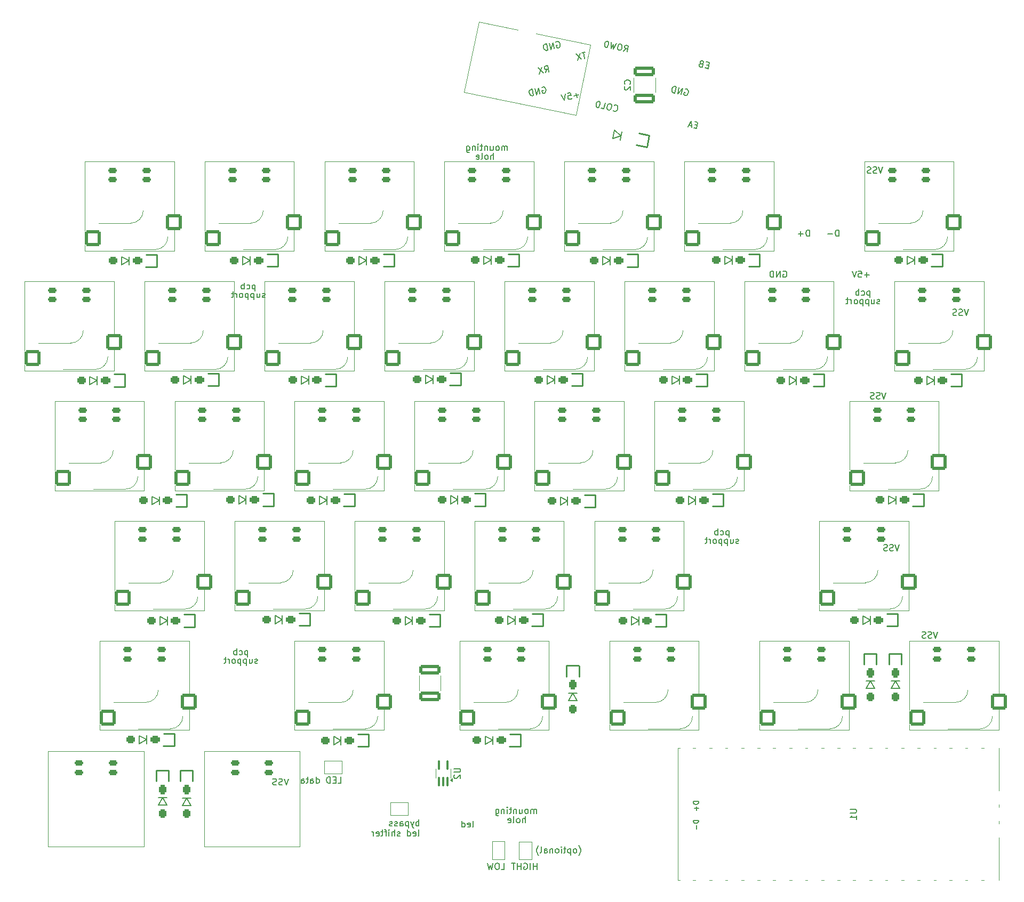
<source format=gbr>
%TF.GenerationSoftware,KiCad,Pcbnew,8.0.7*%
%TF.CreationDate,2025-08-07T20:18:05+02:00*%
%TF.ProjectId,pcb_keyboard_dx_rj11,7063625f-6b65-4796-926f-6172645f6478,rev?*%
%TF.SameCoordinates,Original*%
%TF.FileFunction,Legend,Bot*%
%TF.FilePolarity,Positive*%
%FSLAX46Y46*%
G04 Gerber Fmt 4.6, Leading zero omitted, Abs format (unit mm)*
G04 Created by KiCad (PCBNEW 8.0.7) date 2025-08-07 20:18:05*
%MOMM*%
%LPD*%
G01*
G04 APERTURE LIST*
G04 Aperture macros list*
%AMRoundRect*
0 Rectangle with rounded corners*
0 $1 Rounding radius*
0 $2 $3 $4 $5 $6 $7 $8 $9 X,Y pos of 4 corners*
0 Add a 4 corners polygon primitive as box body*
4,1,4,$2,$3,$4,$5,$6,$7,$8,$9,$2,$3,0*
0 Add four circle primitives for the rounded corners*
1,1,$1+$1,$2,$3*
1,1,$1+$1,$4,$5*
1,1,$1+$1,$6,$7*
1,1,$1+$1,$8,$9*
0 Add four rect primitives between the rounded corners*
20,1,$1+$1,$2,$3,$4,$5,0*
20,1,$1+$1,$4,$5,$6,$7,0*
20,1,$1+$1,$6,$7,$8,$9,0*
20,1,$1+$1,$8,$9,$2,$3,0*%
%AMRotRect*
0 Rectangle, with rotation*
0 The origin of the aperture is its center*
0 $1 length*
0 $2 width*
0 $3 Rotation angle, in degrees counterclockwise*
0 Add horizontal line*
21,1,$1,$2,0,0,$3*%
G04 Aperture macros list end*
%ADD10C,0.200000*%
%ADD11C,0.150000*%
%ADD12C,0.120000*%
%ADD13C,0.250000*%
%ADD14C,1.900000*%
%ADD15C,3.450000*%
%ADD16C,2.200000*%
%ADD17C,1.200000*%
%ADD18C,3.200000*%
%ADD19C,1.750000*%
%ADD20C,3.050000*%
%ADD21C,4.000000*%
%ADD22RoundRect,0.250000X1.025000X1.000000X-1.025000X1.000000X-1.025000X-1.000000X1.025000X-1.000000X0*%
%ADD23R,1.700000X1.700000*%
%ADD24C,3.250000*%
%ADD25RotRect,1.520000X1.520000X258.400000*%
%ADD26C,1.520000*%
%ADD27RotRect,2.000000X2.000000X168.400000*%
%ADD28C,2.000000*%
%ADD29RotRect,3.200000X2.000000X168.400000*%
%ADD30R,1.400000X1.400000*%
%ADD31RoundRect,0.300000X-0.300000X0.450000X-0.300000X-0.450000X0.300000X-0.450000X0.300000X0.450000X0*%
%ADD32RoundRect,0.300000X-0.300000X0.400000X-0.300000X-0.400000X0.300000X-0.400000X0.300000X0.400000X0*%
%ADD33C,1.400000*%
%ADD34R,1.000000X1.500000*%
%ADD35R,1.500000X1.000000*%
%ADD36RoundRect,0.205000X-0.495000X-0.205000X0.495000X-0.205000X0.495000X0.205000X-0.495000X0.205000X0*%
%ADD37RoundRect,0.300000X0.450000X0.300000X-0.450000X0.300000X-0.450000X-0.300000X0.450000X-0.300000X0*%
%ADD38RoundRect,0.300000X0.400000X0.300000X-0.400000X0.300000X-0.400000X-0.300000X0.400000X-0.300000X0*%
%ADD39O,1.700000X1.700000*%
%ADD40R,1.700000X3.500000*%
%ADD41R,3.500000X1.700000*%
%ADD42O,1.700000X1.400000*%
%ADD43RoundRect,0.205000X0.495000X0.205000X-0.495000X0.205000X-0.495000X-0.205000X0.495000X-0.205000X0*%
%ADD44RotRect,1.400000X1.400000X168.400000*%
%ADD45RoundRect,0.300000X0.501132X0.203388X-0.380485X0.384358X-0.501132X-0.203388X0.380485X-0.384358X0*%
%ADD46RoundRect,0.300000X0.452153X0.213441X-0.331507X0.374304X-0.452153X-0.213441X0.331507X-0.374304X0*%
%ADD47RoundRect,0.100000X0.100000X-0.650000X0.100000X0.650000X-0.100000X0.650000X-0.100000X-0.650000X0*%
%ADD48RoundRect,0.250000X-1.450000X0.537500X-1.450000X-0.537500X1.450000X-0.537500X1.450000X0.537500X0*%
G04 APERTURE END LIST*
D10*
X159478495Y-60464219D02*
X159478495Y-59464219D01*
X159478495Y-59464219D02*
X159240400Y-59464219D01*
X159240400Y-59464219D02*
X159097543Y-59511838D01*
X159097543Y-59511838D02*
X159002305Y-59607076D01*
X159002305Y-59607076D02*
X158954686Y-59702314D01*
X158954686Y-59702314D02*
X158907067Y-59892790D01*
X158907067Y-59892790D02*
X158907067Y-60035647D01*
X158907067Y-60035647D02*
X158954686Y-60226123D01*
X158954686Y-60226123D02*
X159002305Y-60321361D01*
X159002305Y-60321361D02*
X159097543Y-60416600D01*
X159097543Y-60416600D02*
X159240400Y-60464219D01*
X159240400Y-60464219D02*
X159478495Y-60464219D01*
X158478495Y-60083266D02*
X157716591Y-60083266D01*
X72096352Y-146684219D02*
X71763019Y-147684219D01*
X71763019Y-147684219D02*
X71429686Y-146684219D01*
X71143971Y-147636600D02*
X71001114Y-147684219D01*
X71001114Y-147684219D02*
X70763019Y-147684219D01*
X70763019Y-147684219D02*
X70667781Y-147636600D01*
X70667781Y-147636600D02*
X70620162Y-147588980D01*
X70620162Y-147588980D02*
X70572543Y-147493742D01*
X70572543Y-147493742D02*
X70572543Y-147398504D01*
X70572543Y-147398504D02*
X70620162Y-147303266D01*
X70620162Y-147303266D02*
X70667781Y-147255647D01*
X70667781Y-147255647D02*
X70763019Y-147208028D01*
X70763019Y-147208028D02*
X70953495Y-147160409D01*
X70953495Y-147160409D02*
X71048733Y-147112790D01*
X71048733Y-147112790D02*
X71096352Y-147065171D01*
X71096352Y-147065171D02*
X71143971Y-146969933D01*
X71143971Y-146969933D02*
X71143971Y-146874695D01*
X71143971Y-146874695D02*
X71096352Y-146779457D01*
X71096352Y-146779457D02*
X71048733Y-146731838D01*
X71048733Y-146731838D02*
X70953495Y-146684219D01*
X70953495Y-146684219D02*
X70715400Y-146684219D01*
X70715400Y-146684219D02*
X70572543Y-146731838D01*
X70191590Y-147636600D02*
X70048733Y-147684219D01*
X70048733Y-147684219D02*
X69810638Y-147684219D01*
X69810638Y-147684219D02*
X69715400Y-147636600D01*
X69715400Y-147636600D02*
X69667781Y-147588980D01*
X69667781Y-147588980D02*
X69620162Y-147493742D01*
X69620162Y-147493742D02*
X69620162Y-147398504D01*
X69620162Y-147398504D02*
X69667781Y-147303266D01*
X69667781Y-147303266D02*
X69715400Y-147255647D01*
X69715400Y-147255647D02*
X69810638Y-147208028D01*
X69810638Y-147208028D02*
X70001114Y-147160409D01*
X70001114Y-147160409D02*
X70096352Y-147112790D01*
X70096352Y-147112790D02*
X70143971Y-147065171D01*
X70143971Y-147065171D02*
X70191590Y-146969933D01*
X70191590Y-146969933D02*
X70191590Y-146874695D01*
X70191590Y-146874695D02*
X70143971Y-146779457D01*
X70143971Y-146779457D02*
X70096352Y-146731838D01*
X70096352Y-146731838D02*
X70001114Y-146684219D01*
X70001114Y-146684219D02*
X69763019Y-146684219D01*
X69763019Y-146684219D02*
X69620162Y-146731838D01*
X175166352Y-123324219D02*
X174833019Y-124324219D01*
X174833019Y-124324219D02*
X174499686Y-123324219D01*
X174213971Y-124276600D02*
X174071114Y-124324219D01*
X174071114Y-124324219D02*
X173833019Y-124324219D01*
X173833019Y-124324219D02*
X173737781Y-124276600D01*
X173737781Y-124276600D02*
X173690162Y-124228980D01*
X173690162Y-124228980D02*
X173642543Y-124133742D01*
X173642543Y-124133742D02*
X173642543Y-124038504D01*
X173642543Y-124038504D02*
X173690162Y-123943266D01*
X173690162Y-123943266D02*
X173737781Y-123895647D01*
X173737781Y-123895647D02*
X173833019Y-123848028D01*
X173833019Y-123848028D02*
X174023495Y-123800409D01*
X174023495Y-123800409D02*
X174118733Y-123752790D01*
X174118733Y-123752790D02*
X174166352Y-123705171D01*
X174166352Y-123705171D02*
X174213971Y-123609933D01*
X174213971Y-123609933D02*
X174213971Y-123514695D01*
X174213971Y-123514695D02*
X174166352Y-123419457D01*
X174166352Y-123419457D02*
X174118733Y-123371838D01*
X174118733Y-123371838D02*
X174023495Y-123324219D01*
X174023495Y-123324219D02*
X173785400Y-123324219D01*
X173785400Y-123324219D02*
X173642543Y-123371838D01*
X173261590Y-124276600D02*
X173118733Y-124324219D01*
X173118733Y-124324219D02*
X172880638Y-124324219D01*
X172880638Y-124324219D02*
X172785400Y-124276600D01*
X172785400Y-124276600D02*
X172737781Y-124228980D01*
X172737781Y-124228980D02*
X172690162Y-124133742D01*
X172690162Y-124133742D02*
X172690162Y-124038504D01*
X172690162Y-124038504D02*
X172737781Y-123943266D01*
X172737781Y-123943266D02*
X172785400Y-123895647D01*
X172785400Y-123895647D02*
X172880638Y-123848028D01*
X172880638Y-123848028D02*
X173071114Y-123800409D01*
X173071114Y-123800409D02*
X173166352Y-123752790D01*
X173166352Y-123752790D02*
X173213971Y-123705171D01*
X173213971Y-123705171D02*
X173261590Y-123609933D01*
X173261590Y-123609933D02*
X173261590Y-123514695D01*
X173261590Y-123514695D02*
X173213971Y-123419457D01*
X173213971Y-123419457D02*
X173166352Y-123371838D01*
X173166352Y-123371838D02*
X173071114Y-123324219D01*
X173071114Y-123324219D02*
X172833019Y-123324219D01*
X172833019Y-123324219D02*
X172690162Y-123371838D01*
X112904911Y-34481115D02*
X113132897Y-33946427D01*
X113464061Y-34363294D02*
X113257874Y-33384781D01*
X113257874Y-33384781D02*
X112885107Y-33463328D01*
X112885107Y-33463328D02*
X112801734Y-33529561D01*
X112801734Y-33529561D02*
X112764956Y-33585975D01*
X112764956Y-33585975D02*
X112737997Y-33688985D01*
X112737997Y-33688985D02*
X112767453Y-33828773D01*
X112767453Y-33828773D02*
X112833685Y-33912146D01*
X112833685Y-33912146D02*
X112890100Y-33948924D01*
X112890100Y-33948924D02*
X112993110Y-33975883D01*
X112993110Y-33975883D02*
X113365877Y-33897335D01*
X112372553Y-33571331D02*
X111926398Y-34687302D01*
X111720211Y-33708789D02*
X112578740Y-34549844D01*
X119217661Y-31195326D02*
X118658511Y-31313147D01*
X119144273Y-32232749D02*
X118938086Y-31254236D01*
X118425532Y-31362239D02*
X117979377Y-32478210D01*
X117773190Y-31499697D02*
X118631719Y-32340752D01*
X105877305Y-161104219D02*
X106353495Y-161104219D01*
X106353495Y-161104219D02*
X106353495Y-160104219D01*
X105353495Y-160104219D02*
X105163019Y-160104219D01*
X105163019Y-160104219D02*
X105067781Y-160151838D01*
X105067781Y-160151838D02*
X104972543Y-160247076D01*
X104972543Y-160247076D02*
X104924924Y-160437552D01*
X104924924Y-160437552D02*
X104924924Y-160770885D01*
X104924924Y-160770885D02*
X104972543Y-160961361D01*
X104972543Y-160961361D02*
X105067781Y-161056600D01*
X105067781Y-161056600D02*
X105163019Y-161104219D01*
X105163019Y-161104219D02*
X105353495Y-161104219D01*
X105353495Y-161104219D02*
X105448733Y-161056600D01*
X105448733Y-161056600D02*
X105543971Y-160961361D01*
X105543971Y-160961361D02*
X105591590Y-160770885D01*
X105591590Y-160770885D02*
X105591590Y-160437552D01*
X105591590Y-160437552D02*
X105543971Y-160247076D01*
X105543971Y-160247076D02*
X105448733Y-160151838D01*
X105448733Y-160151838D02*
X105353495Y-160104219D01*
X104591590Y-160104219D02*
X104353495Y-161104219D01*
X104353495Y-161104219D02*
X104163019Y-160389933D01*
X104163019Y-160389933D02*
X103972543Y-161104219D01*
X103972543Y-161104219D02*
X103734448Y-160104219D01*
X169086352Y-109454219D02*
X168753019Y-110454219D01*
X168753019Y-110454219D02*
X168419686Y-109454219D01*
X168133971Y-110406600D02*
X167991114Y-110454219D01*
X167991114Y-110454219D02*
X167753019Y-110454219D01*
X167753019Y-110454219D02*
X167657781Y-110406600D01*
X167657781Y-110406600D02*
X167610162Y-110358980D01*
X167610162Y-110358980D02*
X167562543Y-110263742D01*
X167562543Y-110263742D02*
X167562543Y-110168504D01*
X167562543Y-110168504D02*
X167610162Y-110073266D01*
X167610162Y-110073266D02*
X167657781Y-110025647D01*
X167657781Y-110025647D02*
X167753019Y-109978028D01*
X167753019Y-109978028D02*
X167943495Y-109930409D01*
X167943495Y-109930409D02*
X168038733Y-109882790D01*
X168038733Y-109882790D02*
X168086352Y-109835171D01*
X168086352Y-109835171D02*
X168133971Y-109739933D01*
X168133971Y-109739933D02*
X168133971Y-109644695D01*
X168133971Y-109644695D02*
X168086352Y-109549457D01*
X168086352Y-109549457D02*
X168038733Y-109501838D01*
X168038733Y-109501838D02*
X167943495Y-109454219D01*
X167943495Y-109454219D02*
X167705400Y-109454219D01*
X167705400Y-109454219D02*
X167562543Y-109501838D01*
X167181590Y-110406600D02*
X167038733Y-110454219D01*
X167038733Y-110454219D02*
X166800638Y-110454219D01*
X166800638Y-110454219D02*
X166705400Y-110406600D01*
X166705400Y-110406600D02*
X166657781Y-110358980D01*
X166657781Y-110358980D02*
X166610162Y-110263742D01*
X166610162Y-110263742D02*
X166610162Y-110168504D01*
X166610162Y-110168504D02*
X166657781Y-110073266D01*
X166657781Y-110073266D02*
X166705400Y-110025647D01*
X166705400Y-110025647D02*
X166800638Y-109978028D01*
X166800638Y-109978028D02*
X166991114Y-109930409D01*
X166991114Y-109930409D02*
X167086352Y-109882790D01*
X167086352Y-109882790D02*
X167133971Y-109835171D01*
X167133971Y-109835171D02*
X167181590Y-109739933D01*
X167181590Y-109739933D02*
X167181590Y-109644695D01*
X167181590Y-109644695D02*
X167133971Y-109549457D01*
X167133971Y-109549457D02*
X167086352Y-109501838D01*
X167086352Y-109501838D02*
X166991114Y-109454219D01*
X166991114Y-109454219D02*
X166753019Y-109454219D01*
X166753019Y-109454219D02*
X166610162Y-109501838D01*
X112310138Y-36839380D02*
X112393511Y-36773147D01*
X112393511Y-36773147D02*
X112533299Y-36743692D01*
X112533299Y-36743692D02*
X112682905Y-36760832D01*
X112682905Y-36760832D02*
X112795733Y-36834387D01*
X112795733Y-36834387D02*
X112861966Y-36917760D01*
X112861966Y-36917760D02*
X112947835Y-37094325D01*
X112947835Y-37094325D02*
X112977291Y-37234113D01*
X112977291Y-37234113D02*
X112969969Y-37430314D01*
X112969969Y-37430314D02*
X112943010Y-37533324D01*
X112943010Y-37533324D02*
X112869455Y-37646153D01*
X112869455Y-37646153D02*
X112739486Y-37722204D01*
X112739486Y-37722204D02*
X112646294Y-37741841D01*
X112646294Y-37741841D02*
X112496688Y-37724700D01*
X112496688Y-37724700D02*
X112440274Y-37687923D01*
X112440274Y-37687923D02*
X112371545Y-37361752D01*
X112371545Y-37361752D02*
X112557928Y-37322478D01*
X112040548Y-37869481D02*
X111834361Y-36890968D01*
X111834361Y-36890968D02*
X111481398Y-37987302D01*
X111481398Y-37987302D02*
X111275211Y-37008789D01*
X111015440Y-38085486D02*
X110809253Y-37106974D01*
X110809253Y-37106974D02*
X110576274Y-37156066D01*
X110576274Y-37156066D02*
X110446305Y-37232117D01*
X110446305Y-37232117D02*
X110372750Y-37344945D01*
X110372750Y-37344945D02*
X110345791Y-37447956D01*
X110345791Y-37447956D02*
X110338469Y-37644157D01*
X110338469Y-37644157D02*
X110367924Y-37783945D01*
X110367924Y-37783945D02*
X110453794Y-37960510D01*
X110453794Y-37960510D02*
X110520026Y-38043883D01*
X110520026Y-38043883D02*
X110632855Y-38117438D01*
X110632855Y-38117438D02*
X110782461Y-38134578D01*
X110782461Y-38134578D02*
X111015440Y-38085486D01*
X118197781Y-158855171D02*
X118245400Y-158807552D01*
X118245400Y-158807552D02*
X118340638Y-158664695D01*
X118340638Y-158664695D02*
X118388257Y-158569457D01*
X118388257Y-158569457D02*
X118435876Y-158426600D01*
X118435876Y-158426600D02*
X118483495Y-158188504D01*
X118483495Y-158188504D02*
X118483495Y-157998028D01*
X118483495Y-157998028D02*
X118435876Y-157759933D01*
X118435876Y-157759933D02*
X118388257Y-157617076D01*
X118388257Y-157617076D02*
X118340638Y-157521838D01*
X118340638Y-157521838D02*
X118245400Y-157378980D01*
X118245400Y-157378980D02*
X118197781Y-157331361D01*
X117673971Y-158474219D02*
X117769209Y-158426600D01*
X117769209Y-158426600D02*
X117816828Y-158378980D01*
X117816828Y-158378980D02*
X117864447Y-158283742D01*
X117864447Y-158283742D02*
X117864447Y-157998028D01*
X117864447Y-157998028D02*
X117816828Y-157902790D01*
X117816828Y-157902790D02*
X117769209Y-157855171D01*
X117769209Y-157855171D02*
X117673971Y-157807552D01*
X117673971Y-157807552D02*
X117531114Y-157807552D01*
X117531114Y-157807552D02*
X117435876Y-157855171D01*
X117435876Y-157855171D02*
X117388257Y-157902790D01*
X117388257Y-157902790D02*
X117340638Y-157998028D01*
X117340638Y-157998028D02*
X117340638Y-158283742D01*
X117340638Y-158283742D02*
X117388257Y-158378980D01*
X117388257Y-158378980D02*
X117435876Y-158426600D01*
X117435876Y-158426600D02*
X117531114Y-158474219D01*
X117531114Y-158474219D02*
X117673971Y-158474219D01*
X116912066Y-157807552D02*
X116912066Y-158807552D01*
X116912066Y-157855171D02*
X116816828Y-157807552D01*
X116816828Y-157807552D02*
X116626352Y-157807552D01*
X116626352Y-157807552D02*
X116531114Y-157855171D01*
X116531114Y-157855171D02*
X116483495Y-157902790D01*
X116483495Y-157902790D02*
X116435876Y-157998028D01*
X116435876Y-157998028D02*
X116435876Y-158283742D01*
X116435876Y-158283742D02*
X116483495Y-158378980D01*
X116483495Y-158378980D02*
X116531114Y-158426600D01*
X116531114Y-158426600D02*
X116626352Y-158474219D01*
X116626352Y-158474219D02*
X116816828Y-158474219D01*
X116816828Y-158474219D02*
X116912066Y-158426600D01*
X116150161Y-157807552D02*
X115769209Y-157807552D01*
X116007304Y-157474219D02*
X116007304Y-158331361D01*
X116007304Y-158331361D02*
X115959685Y-158426600D01*
X115959685Y-158426600D02*
X115864447Y-158474219D01*
X115864447Y-158474219D02*
X115769209Y-158474219D01*
X115435875Y-158474219D02*
X115435875Y-157807552D01*
X115435875Y-157474219D02*
X115483494Y-157521838D01*
X115483494Y-157521838D02*
X115435875Y-157569457D01*
X115435875Y-157569457D02*
X115388256Y-157521838D01*
X115388256Y-157521838D02*
X115435875Y-157474219D01*
X115435875Y-157474219D02*
X115435875Y-157569457D01*
X114816828Y-158474219D02*
X114912066Y-158426600D01*
X114912066Y-158426600D02*
X114959685Y-158378980D01*
X114959685Y-158378980D02*
X115007304Y-158283742D01*
X115007304Y-158283742D02*
X115007304Y-157998028D01*
X115007304Y-157998028D02*
X114959685Y-157902790D01*
X114959685Y-157902790D02*
X114912066Y-157855171D01*
X114912066Y-157855171D02*
X114816828Y-157807552D01*
X114816828Y-157807552D02*
X114673971Y-157807552D01*
X114673971Y-157807552D02*
X114578733Y-157855171D01*
X114578733Y-157855171D02*
X114531114Y-157902790D01*
X114531114Y-157902790D02*
X114483495Y-157998028D01*
X114483495Y-157998028D02*
X114483495Y-158283742D01*
X114483495Y-158283742D02*
X114531114Y-158378980D01*
X114531114Y-158378980D02*
X114578733Y-158426600D01*
X114578733Y-158426600D02*
X114673971Y-158474219D01*
X114673971Y-158474219D02*
X114816828Y-158474219D01*
X114054923Y-157807552D02*
X114054923Y-158474219D01*
X114054923Y-157902790D02*
X114007304Y-157855171D01*
X114007304Y-157855171D02*
X113912066Y-157807552D01*
X113912066Y-157807552D02*
X113769209Y-157807552D01*
X113769209Y-157807552D02*
X113673971Y-157855171D01*
X113673971Y-157855171D02*
X113626352Y-157950409D01*
X113626352Y-157950409D02*
X113626352Y-158474219D01*
X112721590Y-158474219D02*
X112721590Y-157950409D01*
X112721590Y-157950409D02*
X112769209Y-157855171D01*
X112769209Y-157855171D02*
X112864447Y-157807552D01*
X112864447Y-157807552D02*
X113054923Y-157807552D01*
X113054923Y-157807552D02*
X113150161Y-157855171D01*
X112721590Y-158426600D02*
X112816828Y-158474219D01*
X112816828Y-158474219D02*
X113054923Y-158474219D01*
X113054923Y-158474219D02*
X113150161Y-158426600D01*
X113150161Y-158426600D02*
X113197780Y-158331361D01*
X113197780Y-158331361D02*
X113197780Y-158236123D01*
X113197780Y-158236123D02*
X113150161Y-158140885D01*
X113150161Y-158140885D02*
X113054923Y-158093266D01*
X113054923Y-158093266D02*
X112816828Y-158093266D01*
X112816828Y-158093266D02*
X112721590Y-158045647D01*
X112102542Y-158474219D02*
X112197780Y-158426600D01*
X112197780Y-158426600D02*
X112245399Y-158331361D01*
X112245399Y-158331361D02*
X112245399Y-157474219D01*
X111816827Y-158855171D02*
X111769208Y-158807552D01*
X111769208Y-158807552D02*
X111673970Y-158664695D01*
X111673970Y-158664695D02*
X111626351Y-158569457D01*
X111626351Y-158569457D02*
X111578732Y-158426600D01*
X111578732Y-158426600D02*
X111531113Y-158188504D01*
X111531113Y-158188504D02*
X111531113Y-157998028D01*
X111531113Y-157998028D02*
X111578732Y-157759933D01*
X111578732Y-157759933D02*
X111626351Y-157617076D01*
X111626351Y-157617076D02*
X111673970Y-157521838D01*
X111673970Y-157521838D02*
X111769208Y-157378980D01*
X111769208Y-157378980D02*
X111816827Y-157331361D01*
X166461352Y-49464219D02*
X166128019Y-50464219D01*
X166128019Y-50464219D02*
X165794686Y-49464219D01*
X165508971Y-50416600D02*
X165366114Y-50464219D01*
X165366114Y-50464219D02*
X165128019Y-50464219D01*
X165128019Y-50464219D02*
X165032781Y-50416600D01*
X165032781Y-50416600D02*
X164985162Y-50368980D01*
X164985162Y-50368980D02*
X164937543Y-50273742D01*
X164937543Y-50273742D02*
X164937543Y-50178504D01*
X164937543Y-50178504D02*
X164985162Y-50083266D01*
X164985162Y-50083266D02*
X165032781Y-50035647D01*
X165032781Y-50035647D02*
X165128019Y-49988028D01*
X165128019Y-49988028D02*
X165318495Y-49940409D01*
X165318495Y-49940409D02*
X165413733Y-49892790D01*
X165413733Y-49892790D02*
X165461352Y-49845171D01*
X165461352Y-49845171D02*
X165508971Y-49749933D01*
X165508971Y-49749933D02*
X165508971Y-49654695D01*
X165508971Y-49654695D02*
X165461352Y-49559457D01*
X165461352Y-49559457D02*
X165413733Y-49511838D01*
X165413733Y-49511838D02*
X165318495Y-49464219D01*
X165318495Y-49464219D02*
X165080400Y-49464219D01*
X165080400Y-49464219D02*
X164937543Y-49511838D01*
X164556590Y-50416600D02*
X164413733Y-50464219D01*
X164413733Y-50464219D02*
X164175638Y-50464219D01*
X164175638Y-50464219D02*
X164080400Y-50416600D01*
X164080400Y-50416600D02*
X164032781Y-50368980D01*
X164032781Y-50368980D02*
X163985162Y-50273742D01*
X163985162Y-50273742D02*
X163985162Y-50178504D01*
X163985162Y-50178504D02*
X164032781Y-50083266D01*
X164032781Y-50083266D02*
X164080400Y-50035647D01*
X164080400Y-50035647D02*
X164175638Y-49988028D01*
X164175638Y-49988028D02*
X164366114Y-49940409D01*
X164366114Y-49940409D02*
X164461352Y-49892790D01*
X164461352Y-49892790D02*
X164508971Y-49845171D01*
X164508971Y-49845171D02*
X164556590Y-49749933D01*
X164556590Y-49749933D02*
X164556590Y-49654695D01*
X164556590Y-49654695D02*
X164508971Y-49559457D01*
X164508971Y-49559457D02*
X164461352Y-49511838D01*
X164461352Y-49511838D02*
X164366114Y-49464219D01*
X164366114Y-49464219D02*
X164128019Y-49464219D01*
X164128019Y-49464219D02*
X163985162Y-49511838D01*
X180057602Y-72064219D02*
X179724269Y-73064219D01*
X179724269Y-73064219D02*
X179390936Y-72064219D01*
X179105221Y-73016600D02*
X178962364Y-73064219D01*
X178962364Y-73064219D02*
X178724269Y-73064219D01*
X178724269Y-73064219D02*
X178629031Y-73016600D01*
X178629031Y-73016600D02*
X178581412Y-72968980D01*
X178581412Y-72968980D02*
X178533793Y-72873742D01*
X178533793Y-72873742D02*
X178533793Y-72778504D01*
X178533793Y-72778504D02*
X178581412Y-72683266D01*
X178581412Y-72683266D02*
X178629031Y-72635647D01*
X178629031Y-72635647D02*
X178724269Y-72588028D01*
X178724269Y-72588028D02*
X178914745Y-72540409D01*
X178914745Y-72540409D02*
X179009983Y-72492790D01*
X179009983Y-72492790D02*
X179057602Y-72445171D01*
X179057602Y-72445171D02*
X179105221Y-72349933D01*
X179105221Y-72349933D02*
X179105221Y-72254695D01*
X179105221Y-72254695D02*
X179057602Y-72159457D01*
X179057602Y-72159457D02*
X179009983Y-72111838D01*
X179009983Y-72111838D02*
X178914745Y-72064219D01*
X178914745Y-72064219D02*
X178676650Y-72064219D01*
X178676650Y-72064219D02*
X178533793Y-72111838D01*
X178152840Y-73016600D02*
X178009983Y-73064219D01*
X178009983Y-73064219D02*
X177771888Y-73064219D01*
X177771888Y-73064219D02*
X177676650Y-73016600D01*
X177676650Y-73016600D02*
X177629031Y-72968980D01*
X177629031Y-72968980D02*
X177581412Y-72873742D01*
X177581412Y-72873742D02*
X177581412Y-72778504D01*
X177581412Y-72778504D02*
X177629031Y-72683266D01*
X177629031Y-72683266D02*
X177676650Y-72635647D01*
X177676650Y-72635647D02*
X177771888Y-72588028D01*
X177771888Y-72588028D02*
X177962364Y-72540409D01*
X177962364Y-72540409D02*
X178057602Y-72492790D01*
X178057602Y-72492790D02*
X178105221Y-72445171D01*
X178105221Y-72445171D02*
X178152840Y-72349933D01*
X178152840Y-72349933D02*
X178152840Y-72254695D01*
X178152840Y-72254695D02*
X178105221Y-72159457D01*
X178105221Y-72159457D02*
X178057602Y-72111838D01*
X178057602Y-72111838D02*
X177962364Y-72064219D01*
X177962364Y-72064219D02*
X177724269Y-72064219D01*
X177724269Y-72064219D02*
X177581412Y-72111838D01*
X164298495Y-66603266D02*
X163536591Y-66603266D01*
X163917543Y-66984219D02*
X163917543Y-66222314D01*
X162584210Y-65984219D02*
X163060400Y-65984219D01*
X163060400Y-65984219D02*
X163108019Y-66460409D01*
X163108019Y-66460409D02*
X163060400Y-66412790D01*
X163060400Y-66412790D02*
X162965162Y-66365171D01*
X162965162Y-66365171D02*
X162727067Y-66365171D01*
X162727067Y-66365171D02*
X162631829Y-66412790D01*
X162631829Y-66412790D02*
X162584210Y-66460409D01*
X162584210Y-66460409D02*
X162536591Y-66555647D01*
X162536591Y-66555647D02*
X162536591Y-66793742D01*
X162536591Y-66793742D02*
X162584210Y-66888980D01*
X162584210Y-66888980D02*
X162631829Y-66936600D01*
X162631829Y-66936600D02*
X162727067Y-66984219D01*
X162727067Y-66984219D02*
X162965162Y-66984219D01*
X162965162Y-66984219D02*
X163060400Y-66936600D01*
X163060400Y-66936600D02*
X163108019Y-66888980D01*
X162250876Y-65984219D02*
X161917543Y-66984219D01*
X161917543Y-66984219D02*
X161584210Y-65984219D01*
X79962305Y-147374219D02*
X80438495Y-147374219D01*
X80438495Y-147374219D02*
X80438495Y-146374219D01*
X79628971Y-146850409D02*
X79295638Y-146850409D01*
X79152781Y-147374219D02*
X79628971Y-147374219D01*
X79628971Y-147374219D02*
X79628971Y-146374219D01*
X79628971Y-146374219D02*
X79152781Y-146374219D01*
X78724209Y-147374219D02*
X78724209Y-146374219D01*
X78724209Y-146374219D02*
X78486114Y-146374219D01*
X78486114Y-146374219D02*
X78343257Y-146421838D01*
X78343257Y-146421838D02*
X78248019Y-146517076D01*
X78248019Y-146517076D02*
X78200400Y-146612314D01*
X78200400Y-146612314D02*
X78152781Y-146802790D01*
X78152781Y-146802790D02*
X78152781Y-146945647D01*
X78152781Y-146945647D02*
X78200400Y-147136123D01*
X78200400Y-147136123D02*
X78248019Y-147231361D01*
X78248019Y-147231361D02*
X78343257Y-147326600D01*
X78343257Y-147326600D02*
X78486114Y-147374219D01*
X78486114Y-147374219D02*
X78724209Y-147374219D01*
X76533733Y-147374219D02*
X76533733Y-146374219D01*
X76533733Y-147326600D02*
X76628971Y-147374219D01*
X76628971Y-147374219D02*
X76819447Y-147374219D01*
X76819447Y-147374219D02*
X76914685Y-147326600D01*
X76914685Y-147326600D02*
X76962304Y-147278980D01*
X76962304Y-147278980D02*
X77009923Y-147183742D01*
X77009923Y-147183742D02*
X77009923Y-146898028D01*
X77009923Y-146898028D02*
X76962304Y-146802790D01*
X76962304Y-146802790D02*
X76914685Y-146755171D01*
X76914685Y-146755171D02*
X76819447Y-146707552D01*
X76819447Y-146707552D02*
X76628971Y-146707552D01*
X76628971Y-146707552D02*
X76533733Y-146755171D01*
X75628971Y-147374219D02*
X75628971Y-146850409D01*
X75628971Y-146850409D02*
X75676590Y-146755171D01*
X75676590Y-146755171D02*
X75771828Y-146707552D01*
X75771828Y-146707552D02*
X75962304Y-146707552D01*
X75962304Y-146707552D02*
X76057542Y-146755171D01*
X75628971Y-147326600D02*
X75724209Y-147374219D01*
X75724209Y-147374219D02*
X75962304Y-147374219D01*
X75962304Y-147374219D02*
X76057542Y-147326600D01*
X76057542Y-147326600D02*
X76105161Y-147231361D01*
X76105161Y-147231361D02*
X76105161Y-147136123D01*
X76105161Y-147136123D02*
X76057542Y-147040885D01*
X76057542Y-147040885D02*
X75962304Y-146993266D01*
X75962304Y-146993266D02*
X75724209Y-146993266D01*
X75724209Y-146993266D02*
X75628971Y-146945647D01*
X75295637Y-146707552D02*
X74914685Y-146707552D01*
X75152780Y-146374219D02*
X75152780Y-147231361D01*
X75152780Y-147231361D02*
X75105161Y-147326600D01*
X75105161Y-147326600D02*
X75009923Y-147374219D01*
X75009923Y-147374219D02*
X74914685Y-147374219D01*
X74152780Y-147374219D02*
X74152780Y-146850409D01*
X74152780Y-146850409D02*
X74200399Y-146755171D01*
X74200399Y-146755171D02*
X74295637Y-146707552D01*
X74295637Y-146707552D02*
X74486113Y-146707552D01*
X74486113Y-146707552D02*
X74581351Y-146755171D01*
X74152780Y-147326600D02*
X74248018Y-147374219D01*
X74248018Y-147374219D02*
X74486113Y-147374219D01*
X74486113Y-147374219D02*
X74581351Y-147326600D01*
X74581351Y-147326600D02*
X74628970Y-147231361D01*
X74628970Y-147231361D02*
X74628970Y-147136123D01*
X74628970Y-147136123D02*
X74581351Y-147040885D01*
X74581351Y-147040885D02*
X74486113Y-146993266D01*
X74486113Y-146993266D02*
X74248018Y-146993266D01*
X74248018Y-146993266D02*
X74152780Y-146945647D01*
X92815995Y-154179275D02*
X92815995Y-153179275D01*
X92815995Y-153560227D02*
X92720757Y-153512608D01*
X92720757Y-153512608D02*
X92530281Y-153512608D01*
X92530281Y-153512608D02*
X92435043Y-153560227D01*
X92435043Y-153560227D02*
X92387424Y-153607846D01*
X92387424Y-153607846D02*
X92339805Y-153703084D01*
X92339805Y-153703084D02*
X92339805Y-153988798D01*
X92339805Y-153988798D02*
X92387424Y-154084036D01*
X92387424Y-154084036D02*
X92435043Y-154131656D01*
X92435043Y-154131656D02*
X92530281Y-154179275D01*
X92530281Y-154179275D02*
X92720757Y-154179275D01*
X92720757Y-154179275D02*
X92815995Y-154131656D01*
X92006471Y-153512608D02*
X91768376Y-154179275D01*
X91530281Y-153512608D02*
X91768376Y-154179275D01*
X91768376Y-154179275D02*
X91863614Y-154417370D01*
X91863614Y-154417370D02*
X91911233Y-154464989D01*
X91911233Y-154464989D02*
X92006471Y-154512608D01*
X91149328Y-153512608D02*
X91149328Y-154512608D01*
X91149328Y-153560227D02*
X91054090Y-153512608D01*
X91054090Y-153512608D02*
X90863614Y-153512608D01*
X90863614Y-153512608D02*
X90768376Y-153560227D01*
X90768376Y-153560227D02*
X90720757Y-153607846D01*
X90720757Y-153607846D02*
X90673138Y-153703084D01*
X90673138Y-153703084D02*
X90673138Y-153988798D01*
X90673138Y-153988798D02*
X90720757Y-154084036D01*
X90720757Y-154084036D02*
X90768376Y-154131656D01*
X90768376Y-154131656D02*
X90863614Y-154179275D01*
X90863614Y-154179275D02*
X91054090Y-154179275D01*
X91054090Y-154179275D02*
X91149328Y-154131656D01*
X89815995Y-154179275D02*
X89815995Y-153655465D01*
X89815995Y-153655465D02*
X89863614Y-153560227D01*
X89863614Y-153560227D02*
X89958852Y-153512608D01*
X89958852Y-153512608D02*
X90149328Y-153512608D01*
X90149328Y-153512608D02*
X90244566Y-153560227D01*
X89815995Y-154131656D02*
X89911233Y-154179275D01*
X89911233Y-154179275D02*
X90149328Y-154179275D01*
X90149328Y-154179275D02*
X90244566Y-154131656D01*
X90244566Y-154131656D02*
X90292185Y-154036417D01*
X90292185Y-154036417D02*
X90292185Y-153941179D01*
X90292185Y-153941179D02*
X90244566Y-153845941D01*
X90244566Y-153845941D02*
X90149328Y-153798322D01*
X90149328Y-153798322D02*
X89911233Y-153798322D01*
X89911233Y-153798322D02*
X89815995Y-153750703D01*
X89387423Y-154131656D02*
X89292185Y-154179275D01*
X89292185Y-154179275D02*
X89101709Y-154179275D01*
X89101709Y-154179275D02*
X89006471Y-154131656D01*
X89006471Y-154131656D02*
X88958852Y-154036417D01*
X88958852Y-154036417D02*
X88958852Y-153988798D01*
X88958852Y-153988798D02*
X89006471Y-153893560D01*
X89006471Y-153893560D02*
X89101709Y-153845941D01*
X89101709Y-153845941D02*
X89244566Y-153845941D01*
X89244566Y-153845941D02*
X89339804Y-153798322D01*
X89339804Y-153798322D02*
X89387423Y-153703084D01*
X89387423Y-153703084D02*
X89387423Y-153655465D01*
X89387423Y-153655465D02*
X89339804Y-153560227D01*
X89339804Y-153560227D02*
X89244566Y-153512608D01*
X89244566Y-153512608D02*
X89101709Y-153512608D01*
X89101709Y-153512608D02*
X89006471Y-153560227D01*
X88577899Y-154131656D02*
X88482661Y-154179275D01*
X88482661Y-154179275D02*
X88292185Y-154179275D01*
X88292185Y-154179275D02*
X88196947Y-154131656D01*
X88196947Y-154131656D02*
X88149328Y-154036417D01*
X88149328Y-154036417D02*
X88149328Y-153988798D01*
X88149328Y-153988798D02*
X88196947Y-153893560D01*
X88196947Y-153893560D02*
X88292185Y-153845941D01*
X88292185Y-153845941D02*
X88435042Y-153845941D01*
X88435042Y-153845941D02*
X88530280Y-153798322D01*
X88530280Y-153798322D02*
X88577899Y-153703084D01*
X88577899Y-153703084D02*
X88577899Y-153655465D01*
X88577899Y-153655465D02*
X88530280Y-153560227D01*
X88530280Y-153560227D02*
X88435042Y-153512608D01*
X88435042Y-153512608D02*
X88292185Y-153512608D01*
X88292185Y-153512608D02*
X88196947Y-153560227D01*
X92673138Y-155789219D02*
X92768376Y-155741600D01*
X92768376Y-155741600D02*
X92815995Y-155646361D01*
X92815995Y-155646361D02*
X92815995Y-154789219D01*
X91911233Y-155741600D02*
X92006471Y-155789219D01*
X92006471Y-155789219D02*
X92196947Y-155789219D01*
X92196947Y-155789219D02*
X92292185Y-155741600D01*
X92292185Y-155741600D02*
X92339804Y-155646361D01*
X92339804Y-155646361D02*
X92339804Y-155265409D01*
X92339804Y-155265409D02*
X92292185Y-155170171D01*
X92292185Y-155170171D02*
X92196947Y-155122552D01*
X92196947Y-155122552D02*
X92006471Y-155122552D01*
X92006471Y-155122552D02*
X91911233Y-155170171D01*
X91911233Y-155170171D02*
X91863614Y-155265409D01*
X91863614Y-155265409D02*
X91863614Y-155360647D01*
X91863614Y-155360647D02*
X92339804Y-155455885D01*
X91006471Y-155789219D02*
X91006471Y-154789219D01*
X91006471Y-155741600D02*
X91101709Y-155789219D01*
X91101709Y-155789219D02*
X91292185Y-155789219D01*
X91292185Y-155789219D02*
X91387423Y-155741600D01*
X91387423Y-155741600D02*
X91435042Y-155693980D01*
X91435042Y-155693980D02*
X91482661Y-155598742D01*
X91482661Y-155598742D02*
X91482661Y-155313028D01*
X91482661Y-155313028D02*
X91435042Y-155217790D01*
X91435042Y-155217790D02*
X91387423Y-155170171D01*
X91387423Y-155170171D02*
X91292185Y-155122552D01*
X91292185Y-155122552D02*
X91101709Y-155122552D01*
X91101709Y-155122552D02*
X91006471Y-155170171D01*
X89815994Y-155741600D02*
X89720756Y-155789219D01*
X89720756Y-155789219D02*
X89530280Y-155789219D01*
X89530280Y-155789219D02*
X89435042Y-155741600D01*
X89435042Y-155741600D02*
X89387423Y-155646361D01*
X89387423Y-155646361D02*
X89387423Y-155598742D01*
X89387423Y-155598742D02*
X89435042Y-155503504D01*
X89435042Y-155503504D02*
X89530280Y-155455885D01*
X89530280Y-155455885D02*
X89673137Y-155455885D01*
X89673137Y-155455885D02*
X89768375Y-155408266D01*
X89768375Y-155408266D02*
X89815994Y-155313028D01*
X89815994Y-155313028D02*
X89815994Y-155265409D01*
X89815994Y-155265409D02*
X89768375Y-155170171D01*
X89768375Y-155170171D02*
X89673137Y-155122552D01*
X89673137Y-155122552D02*
X89530280Y-155122552D01*
X89530280Y-155122552D02*
X89435042Y-155170171D01*
X88958851Y-155789219D02*
X88958851Y-154789219D01*
X88530280Y-155789219D02*
X88530280Y-155265409D01*
X88530280Y-155265409D02*
X88577899Y-155170171D01*
X88577899Y-155170171D02*
X88673137Y-155122552D01*
X88673137Y-155122552D02*
X88815994Y-155122552D01*
X88815994Y-155122552D02*
X88911232Y-155170171D01*
X88911232Y-155170171D02*
X88958851Y-155217790D01*
X88054089Y-155789219D02*
X88054089Y-155122552D01*
X88054089Y-154789219D02*
X88101708Y-154836838D01*
X88101708Y-154836838D02*
X88054089Y-154884457D01*
X88054089Y-154884457D02*
X88006470Y-154836838D01*
X88006470Y-154836838D02*
X88054089Y-154789219D01*
X88054089Y-154789219D02*
X88054089Y-154884457D01*
X87720756Y-155122552D02*
X87339804Y-155122552D01*
X87577899Y-155789219D02*
X87577899Y-154932076D01*
X87577899Y-154932076D02*
X87530280Y-154836838D01*
X87530280Y-154836838D02*
X87435042Y-154789219D01*
X87435042Y-154789219D02*
X87339804Y-154789219D01*
X87149327Y-155122552D02*
X86768375Y-155122552D01*
X87006470Y-154789219D02*
X87006470Y-155646361D01*
X87006470Y-155646361D02*
X86958851Y-155741600D01*
X86958851Y-155741600D02*
X86863613Y-155789219D01*
X86863613Y-155789219D02*
X86768375Y-155789219D01*
X86054089Y-155741600D02*
X86149327Y-155789219D01*
X86149327Y-155789219D02*
X86339803Y-155789219D01*
X86339803Y-155789219D02*
X86435041Y-155741600D01*
X86435041Y-155741600D02*
X86482660Y-155646361D01*
X86482660Y-155646361D02*
X86482660Y-155265409D01*
X86482660Y-155265409D02*
X86435041Y-155170171D01*
X86435041Y-155170171D02*
X86339803Y-155122552D01*
X86339803Y-155122552D02*
X86149327Y-155122552D01*
X86149327Y-155122552D02*
X86054089Y-155170171D01*
X86054089Y-155170171D02*
X86006470Y-155265409D01*
X86006470Y-155265409D02*
X86006470Y-155360647D01*
X86006470Y-155360647D02*
X86482660Y-155455885D01*
X85577898Y-155789219D02*
X85577898Y-155122552D01*
X85577898Y-155313028D02*
X85530279Y-155217790D01*
X85530279Y-155217790D02*
X85482660Y-155170171D01*
X85482660Y-155170171D02*
X85387422Y-155122552D01*
X85387422Y-155122552D02*
X85292184Y-155122552D01*
X118180513Y-38010527D02*
X117434980Y-38167622D01*
X117886294Y-38461841D02*
X117729199Y-37716308D01*
X116375424Y-37758245D02*
X116841382Y-37660060D01*
X116841382Y-37660060D02*
X116986162Y-38116200D01*
X116986162Y-38116200D02*
X116929748Y-38079423D01*
X116929748Y-38079423D02*
X116826738Y-38052464D01*
X116826738Y-38052464D02*
X116593759Y-38101556D01*
X116593759Y-38101556D02*
X116510386Y-38167789D01*
X116510386Y-38167789D02*
X116473608Y-38224203D01*
X116473608Y-38224203D02*
X116446649Y-38327213D01*
X116446649Y-38327213D02*
X116495741Y-38560192D01*
X116495741Y-38560192D02*
X116561974Y-38643565D01*
X116561974Y-38643565D02*
X116618388Y-38680343D01*
X116618388Y-38680343D02*
X116721398Y-38707302D01*
X116721398Y-38707302D02*
X116954378Y-38658210D01*
X116954378Y-38658210D02*
X117037751Y-38591977D01*
X117037751Y-38591977D02*
X117074528Y-38535563D01*
X116049253Y-37826974D02*
X115929269Y-38874215D01*
X115929269Y-38874215D02*
X115396911Y-37964432D01*
X150634686Y-66041838D02*
X150729924Y-65994219D01*
X150729924Y-65994219D02*
X150872781Y-65994219D01*
X150872781Y-65994219D02*
X151015638Y-66041838D01*
X151015638Y-66041838D02*
X151110876Y-66137076D01*
X151110876Y-66137076D02*
X151158495Y-66232314D01*
X151158495Y-66232314D02*
X151206114Y-66422790D01*
X151206114Y-66422790D02*
X151206114Y-66565647D01*
X151206114Y-66565647D02*
X151158495Y-66756123D01*
X151158495Y-66756123D02*
X151110876Y-66851361D01*
X151110876Y-66851361D02*
X151015638Y-66946600D01*
X151015638Y-66946600D02*
X150872781Y-66994219D01*
X150872781Y-66994219D02*
X150777543Y-66994219D01*
X150777543Y-66994219D02*
X150634686Y-66946600D01*
X150634686Y-66946600D02*
X150587067Y-66898980D01*
X150587067Y-66898980D02*
X150587067Y-66565647D01*
X150587067Y-66565647D02*
X150777543Y-66565647D01*
X150158495Y-66994219D02*
X150158495Y-65994219D01*
X150158495Y-65994219D02*
X149587067Y-66994219D01*
X149587067Y-66994219D02*
X149587067Y-65994219D01*
X149110876Y-66994219D02*
X149110876Y-65994219D01*
X149110876Y-65994219D02*
X148872781Y-65994219D01*
X148872781Y-65994219D02*
X148729924Y-66041838D01*
X148729924Y-66041838D02*
X148634686Y-66137076D01*
X148634686Y-66137076D02*
X148587067Y-66232314D01*
X148587067Y-66232314D02*
X148539448Y-66422790D01*
X148539448Y-66422790D02*
X148539448Y-66565647D01*
X148539448Y-66565647D02*
X148587067Y-66756123D01*
X148587067Y-66756123D02*
X148634686Y-66851361D01*
X148634686Y-66851361D02*
X148729924Y-66946600D01*
X148729924Y-66946600D02*
X148872781Y-66994219D01*
X148872781Y-66994219D02*
X149110876Y-66994219D01*
X111543495Y-161104219D02*
X111543495Y-160104219D01*
X111543495Y-160580409D02*
X110972067Y-160580409D01*
X110972067Y-161104219D02*
X110972067Y-160104219D01*
X110495876Y-161104219D02*
X110495876Y-160104219D01*
X109495877Y-160151838D02*
X109591115Y-160104219D01*
X109591115Y-160104219D02*
X109733972Y-160104219D01*
X109733972Y-160104219D02*
X109876829Y-160151838D01*
X109876829Y-160151838D02*
X109972067Y-160247076D01*
X109972067Y-160247076D02*
X110019686Y-160342314D01*
X110019686Y-160342314D02*
X110067305Y-160532790D01*
X110067305Y-160532790D02*
X110067305Y-160675647D01*
X110067305Y-160675647D02*
X110019686Y-160866123D01*
X110019686Y-160866123D02*
X109972067Y-160961361D01*
X109972067Y-160961361D02*
X109876829Y-161056600D01*
X109876829Y-161056600D02*
X109733972Y-161104219D01*
X109733972Y-161104219D02*
X109638734Y-161104219D01*
X109638734Y-161104219D02*
X109495877Y-161056600D01*
X109495877Y-161056600D02*
X109448258Y-161008980D01*
X109448258Y-161008980D02*
X109448258Y-160675647D01*
X109448258Y-160675647D02*
X109638734Y-160675647D01*
X109019686Y-161104219D02*
X109019686Y-160104219D01*
X109019686Y-160580409D02*
X108448258Y-160580409D01*
X108448258Y-161104219D02*
X108448258Y-160104219D01*
X108114924Y-160104219D02*
X107543496Y-160104219D01*
X107829210Y-161104219D02*
X107829210Y-160104219D01*
X138821819Y-33308296D02*
X138495648Y-33239567D01*
X138247858Y-33722665D02*
X138713816Y-33820850D01*
X138713816Y-33820850D02*
X138920003Y-32842337D01*
X138920003Y-32842337D02*
X138454045Y-32744153D01*
X137610327Y-33053016D02*
X137460721Y-33070157D01*
X137460721Y-33070157D02*
X137404307Y-33106934D01*
X137404307Y-33106934D02*
X137338074Y-33190307D01*
X137338074Y-33190307D02*
X137308619Y-33330095D01*
X137308619Y-33330095D02*
X137335578Y-33433105D01*
X137335578Y-33433105D02*
X137372355Y-33489519D01*
X137372355Y-33489519D02*
X137455729Y-33555752D01*
X137455729Y-33555752D02*
X137828495Y-33634300D01*
X137828495Y-33634300D02*
X138034682Y-32655787D01*
X138034682Y-32655787D02*
X137708512Y-32587058D01*
X137708512Y-32587058D02*
X137605501Y-32614017D01*
X137605501Y-32614017D02*
X137549087Y-32650794D01*
X137549087Y-32650794D02*
X137482854Y-32734168D01*
X137482854Y-32734168D02*
X137463218Y-32827359D01*
X137463218Y-32827359D02*
X137490177Y-32930369D01*
X137490177Y-32930369D02*
X137526954Y-32986784D01*
X137526954Y-32986784D02*
X137610327Y-33053016D01*
X137610327Y-33053016D02*
X137936498Y-33121745D01*
X125304666Y-31053029D02*
X125729021Y-30655799D01*
X125863816Y-31170850D02*
X126070003Y-30192337D01*
X126070003Y-30192337D02*
X125697237Y-30113790D01*
X125697237Y-30113790D02*
X125594227Y-30140749D01*
X125594227Y-30140749D02*
X125537812Y-30177526D01*
X125537812Y-30177526D02*
X125471580Y-30260899D01*
X125471580Y-30260899D02*
X125442124Y-30400687D01*
X125442124Y-30400687D02*
X125469083Y-30503697D01*
X125469083Y-30503697D02*
X125505861Y-30560111D01*
X125505861Y-30560111D02*
X125589234Y-30626344D01*
X125589234Y-30626344D02*
X125962001Y-30704891D01*
X124905107Y-29946876D02*
X124718724Y-29907603D01*
X124718724Y-29907603D02*
X124615714Y-29934562D01*
X124615714Y-29934562D02*
X124502885Y-30008116D01*
X124502885Y-30008116D02*
X124417016Y-30184681D01*
X124417016Y-30184681D02*
X124348287Y-30510852D01*
X124348287Y-30510852D02*
X124355609Y-30707054D01*
X124355609Y-30707054D02*
X124429164Y-30819883D01*
X124429164Y-30819883D02*
X124512537Y-30886115D01*
X124512537Y-30886115D02*
X124698920Y-30925389D01*
X124698920Y-30925389D02*
X124801930Y-30898430D01*
X124801930Y-30898430D02*
X124914759Y-30824875D01*
X124914759Y-30824875D02*
X125000629Y-30648310D01*
X125000629Y-30648310D02*
X125069358Y-30322139D01*
X125069358Y-30322139D02*
X125062036Y-30125938D01*
X125062036Y-30125938D02*
X124988481Y-30013109D01*
X124988481Y-30013109D02*
X124905107Y-29946876D01*
X124159574Y-29789781D02*
X123720408Y-30719202D01*
X123720408Y-30719202D02*
X123681301Y-29980991D01*
X123681301Y-29980991D02*
X123347641Y-30640654D01*
X123347641Y-30640654D02*
X123320849Y-29613050D01*
X122761699Y-29495228D02*
X122668507Y-29475592D01*
X122668507Y-29475592D02*
X122565497Y-29502551D01*
X122565497Y-29502551D02*
X122509083Y-29539328D01*
X122509083Y-29539328D02*
X122442850Y-29622701D01*
X122442850Y-29622701D02*
X122356981Y-29799266D01*
X122356981Y-29799266D02*
X122307889Y-30032245D01*
X122307889Y-30032245D02*
X122315211Y-30228447D01*
X122315211Y-30228447D02*
X122342170Y-30331457D01*
X122342170Y-30331457D02*
X122378947Y-30387871D01*
X122378947Y-30387871D02*
X122462320Y-30454104D01*
X122462320Y-30454104D02*
X122555512Y-30473741D01*
X122555512Y-30473741D02*
X122658522Y-30446782D01*
X122658522Y-30446782D02*
X122714936Y-30410005D01*
X122714936Y-30410005D02*
X122781169Y-30326631D01*
X122781169Y-30326631D02*
X122867039Y-30150067D01*
X122867039Y-30150067D02*
X122916131Y-29917087D01*
X122916131Y-29917087D02*
X122908809Y-29720886D01*
X122908809Y-29720886D02*
X122881850Y-29617875D01*
X122881850Y-29617875D02*
X122845072Y-29561461D01*
X122845072Y-29561461D02*
X122761699Y-29495228D01*
X114570138Y-29639380D02*
X114653511Y-29573147D01*
X114653511Y-29573147D02*
X114793299Y-29543692D01*
X114793299Y-29543692D02*
X114942905Y-29560832D01*
X114942905Y-29560832D02*
X115055733Y-29634387D01*
X115055733Y-29634387D02*
X115121966Y-29717760D01*
X115121966Y-29717760D02*
X115207835Y-29894325D01*
X115207835Y-29894325D02*
X115237291Y-30034113D01*
X115237291Y-30034113D02*
X115229969Y-30230314D01*
X115229969Y-30230314D02*
X115203010Y-30333324D01*
X115203010Y-30333324D02*
X115129455Y-30446153D01*
X115129455Y-30446153D02*
X114999486Y-30522204D01*
X114999486Y-30522204D02*
X114906294Y-30541841D01*
X114906294Y-30541841D02*
X114756688Y-30524700D01*
X114756688Y-30524700D02*
X114700274Y-30487923D01*
X114700274Y-30487923D02*
X114631545Y-30161752D01*
X114631545Y-30161752D02*
X114817928Y-30122478D01*
X114300548Y-30669481D02*
X114094361Y-29690968D01*
X114094361Y-29690968D02*
X113741398Y-30787302D01*
X113741398Y-30787302D02*
X113535211Y-29808789D01*
X113275440Y-30885486D02*
X113069253Y-29906974D01*
X113069253Y-29906974D02*
X112836274Y-29956066D01*
X112836274Y-29956066D02*
X112706305Y-30032117D01*
X112706305Y-30032117D02*
X112632750Y-30144945D01*
X112632750Y-30144945D02*
X112605791Y-30247956D01*
X112605791Y-30247956D02*
X112598469Y-30444157D01*
X112598469Y-30444157D02*
X112627924Y-30583945D01*
X112627924Y-30583945D02*
X112713794Y-30760510D01*
X112713794Y-30760510D02*
X112780026Y-30843883D01*
X112780026Y-30843883D02*
X112892855Y-30917438D01*
X112892855Y-30917438D02*
X113042461Y-30934578D01*
X113042461Y-30934578D02*
X113275440Y-30885486D01*
X166976352Y-85304219D02*
X166643019Y-86304219D01*
X166643019Y-86304219D02*
X166309686Y-85304219D01*
X166023971Y-86256600D02*
X165881114Y-86304219D01*
X165881114Y-86304219D02*
X165643019Y-86304219D01*
X165643019Y-86304219D02*
X165547781Y-86256600D01*
X165547781Y-86256600D02*
X165500162Y-86208980D01*
X165500162Y-86208980D02*
X165452543Y-86113742D01*
X165452543Y-86113742D02*
X165452543Y-86018504D01*
X165452543Y-86018504D02*
X165500162Y-85923266D01*
X165500162Y-85923266D02*
X165547781Y-85875647D01*
X165547781Y-85875647D02*
X165643019Y-85828028D01*
X165643019Y-85828028D02*
X165833495Y-85780409D01*
X165833495Y-85780409D02*
X165928733Y-85732790D01*
X165928733Y-85732790D02*
X165976352Y-85685171D01*
X165976352Y-85685171D02*
X166023971Y-85589933D01*
X166023971Y-85589933D02*
X166023971Y-85494695D01*
X166023971Y-85494695D02*
X165976352Y-85399457D01*
X165976352Y-85399457D02*
X165928733Y-85351838D01*
X165928733Y-85351838D02*
X165833495Y-85304219D01*
X165833495Y-85304219D02*
X165595400Y-85304219D01*
X165595400Y-85304219D02*
X165452543Y-85351838D01*
X165071590Y-86256600D02*
X164928733Y-86304219D01*
X164928733Y-86304219D02*
X164690638Y-86304219D01*
X164690638Y-86304219D02*
X164595400Y-86256600D01*
X164595400Y-86256600D02*
X164547781Y-86208980D01*
X164547781Y-86208980D02*
X164500162Y-86113742D01*
X164500162Y-86113742D02*
X164500162Y-86018504D01*
X164500162Y-86018504D02*
X164547781Y-85923266D01*
X164547781Y-85923266D02*
X164595400Y-85875647D01*
X164595400Y-85875647D02*
X164690638Y-85828028D01*
X164690638Y-85828028D02*
X164881114Y-85780409D01*
X164881114Y-85780409D02*
X164976352Y-85732790D01*
X164976352Y-85732790D02*
X165023971Y-85685171D01*
X165023971Y-85685171D02*
X165071590Y-85589933D01*
X165071590Y-85589933D02*
X165071590Y-85494695D01*
X165071590Y-85494695D02*
X165023971Y-85399457D01*
X165023971Y-85399457D02*
X164976352Y-85351838D01*
X164976352Y-85351838D02*
X164881114Y-85304219D01*
X164881114Y-85304219D02*
X164643019Y-85304219D01*
X164643019Y-85304219D02*
X164500162Y-85351838D01*
X154818495Y-60464219D02*
X154818495Y-59464219D01*
X154818495Y-59464219D02*
X154580400Y-59464219D01*
X154580400Y-59464219D02*
X154437543Y-59511838D01*
X154437543Y-59511838D02*
X154342305Y-59607076D01*
X154342305Y-59607076D02*
X154294686Y-59702314D01*
X154294686Y-59702314D02*
X154247067Y-59892790D01*
X154247067Y-59892790D02*
X154247067Y-60035647D01*
X154247067Y-60035647D02*
X154294686Y-60226123D01*
X154294686Y-60226123D02*
X154342305Y-60321361D01*
X154342305Y-60321361D02*
X154437543Y-60416600D01*
X154437543Y-60416600D02*
X154580400Y-60464219D01*
X154580400Y-60464219D02*
X154818495Y-60464219D01*
X153818495Y-60083266D02*
X153056591Y-60083266D01*
X153437543Y-60464219D02*
X153437543Y-59702314D01*
X123654303Y-40449837D02*
X123691081Y-40506251D01*
X123691081Y-40506251D02*
X123821050Y-40582302D01*
X123821050Y-40582302D02*
X123914241Y-40601939D01*
X123914241Y-40601939D02*
X124063847Y-40584799D01*
X124063847Y-40584799D02*
X124176676Y-40511244D01*
X124176676Y-40511244D02*
X124242908Y-40427871D01*
X124242908Y-40427871D02*
X124328778Y-40251306D01*
X124328778Y-40251306D02*
X124358233Y-40111518D01*
X124358233Y-40111518D02*
X124350911Y-39915316D01*
X124350911Y-39915316D02*
X124323952Y-39812306D01*
X124323952Y-39812306D02*
X124250397Y-39699478D01*
X124250397Y-39699478D02*
X124120428Y-39623427D01*
X124120428Y-39623427D02*
X124027237Y-39603790D01*
X124027237Y-39603790D02*
X123877631Y-39620930D01*
X123877631Y-39620930D02*
X123821216Y-39657708D01*
X123235107Y-39436876D02*
X123048724Y-39397603D01*
X123048724Y-39397603D02*
X122945714Y-39424562D01*
X122945714Y-39424562D02*
X122832885Y-39498116D01*
X122832885Y-39498116D02*
X122747016Y-39674681D01*
X122747016Y-39674681D02*
X122678287Y-40000852D01*
X122678287Y-40000852D02*
X122685609Y-40197054D01*
X122685609Y-40197054D02*
X122759164Y-40309883D01*
X122759164Y-40309883D02*
X122842537Y-40376115D01*
X122842537Y-40376115D02*
X123028920Y-40415389D01*
X123028920Y-40415389D02*
X123131930Y-40388430D01*
X123131930Y-40388430D02*
X123244759Y-40314875D01*
X123244759Y-40314875D02*
X123330629Y-40138310D01*
X123330629Y-40138310D02*
X123399358Y-39812139D01*
X123399358Y-39812139D02*
X123392036Y-39615938D01*
X123392036Y-39615938D02*
X123318481Y-39503109D01*
X123318481Y-39503109D02*
X123235107Y-39436876D01*
X121724237Y-40140473D02*
X122190195Y-40238657D01*
X122190195Y-40238657D02*
X122396382Y-39260145D01*
X121417870Y-39053957D02*
X121324678Y-39034321D01*
X121324678Y-39034321D02*
X121221668Y-39061280D01*
X121221668Y-39061280D02*
X121165254Y-39098057D01*
X121165254Y-39098057D02*
X121099021Y-39181430D01*
X121099021Y-39181430D02*
X121013151Y-39357995D01*
X121013151Y-39357995D02*
X120964059Y-39590974D01*
X120964059Y-39590974D02*
X120971381Y-39787176D01*
X120971381Y-39787176D02*
X120998340Y-39890186D01*
X120998340Y-39890186D02*
X121035118Y-39946600D01*
X121035118Y-39946600D02*
X121118491Y-40012833D01*
X121118491Y-40012833D02*
X121211683Y-40032470D01*
X121211683Y-40032470D02*
X121314693Y-40005511D01*
X121314693Y-40005511D02*
X121371107Y-39968734D01*
X121371107Y-39968734D02*
X121437340Y-39885360D01*
X121437340Y-39885360D02*
X121523209Y-39708795D01*
X121523209Y-39708795D02*
X121572301Y-39475816D01*
X121572301Y-39475816D02*
X121564979Y-39279615D01*
X121564979Y-39279615D02*
X121538020Y-39176604D01*
X121538020Y-39176604D02*
X121501243Y-39120190D01*
X121501243Y-39120190D02*
X121417870Y-39053957D01*
X137001819Y-42838296D02*
X136675648Y-42769567D01*
X136427858Y-43252665D02*
X136893816Y-43350850D01*
X136893816Y-43350850D02*
X137100003Y-42372337D01*
X137100003Y-42372337D02*
X136634045Y-42274153D01*
X136114002Y-42894543D02*
X135648043Y-42796359D01*
X136148283Y-43193755D02*
X136028299Y-42146513D01*
X136028299Y-42146513D02*
X135495941Y-43056297D01*
X101305638Y-154374219D02*
X101400876Y-154326600D01*
X101400876Y-154326600D02*
X101448495Y-154231361D01*
X101448495Y-154231361D02*
X101448495Y-153374219D01*
X100543733Y-154326600D02*
X100638971Y-154374219D01*
X100638971Y-154374219D02*
X100829447Y-154374219D01*
X100829447Y-154374219D02*
X100924685Y-154326600D01*
X100924685Y-154326600D02*
X100972304Y-154231361D01*
X100972304Y-154231361D02*
X100972304Y-153850409D01*
X100972304Y-153850409D02*
X100924685Y-153755171D01*
X100924685Y-153755171D02*
X100829447Y-153707552D01*
X100829447Y-153707552D02*
X100638971Y-153707552D01*
X100638971Y-153707552D02*
X100543733Y-153755171D01*
X100543733Y-153755171D02*
X100496114Y-153850409D01*
X100496114Y-153850409D02*
X100496114Y-153945647D01*
X100496114Y-153945647D02*
X100972304Y-154040885D01*
X99638971Y-154374219D02*
X99638971Y-153374219D01*
X99638971Y-154326600D02*
X99734209Y-154374219D01*
X99734209Y-154374219D02*
X99924685Y-154374219D01*
X99924685Y-154374219D02*
X100019923Y-154326600D01*
X100019923Y-154326600D02*
X100067542Y-154278980D01*
X100067542Y-154278980D02*
X100115161Y-154183742D01*
X100115161Y-154183742D02*
X100115161Y-153898028D01*
X100115161Y-153898028D02*
X100067542Y-153802790D01*
X100067542Y-153802790D02*
X100019923Y-153755171D01*
X100019923Y-153755171D02*
X99924685Y-153707552D01*
X99924685Y-153707552D02*
X99734209Y-153707552D01*
X99734209Y-153707552D02*
X99638971Y-153755171D01*
X135120100Y-37090857D02*
X135223110Y-37063898D01*
X135223110Y-37063898D02*
X135362897Y-37093354D01*
X135362897Y-37093354D02*
X135492866Y-37169405D01*
X135492866Y-37169405D02*
X135566421Y-37282233D01*
X135566421Y-37282233D02*
X135593380Y-37385243D01*
X135593380Y-37385243D02*
X135600702Y-37581445D01*
X135600702Y-37581445D02*
X135571247Y-37721233D01*
X135571247Y-37721233D02*
X135485377Y-37897798D01*
X135485377Y-37897798D02*
X135419145Y-37981171D01*
X135419145Y-37981171D02*
X135306316Y-38054726D01*
X135306316Y-38054726D02*
X135156710Y-38071866D01*
X135156710Y-38071866D02*
X135063519Y-38052229D01*
X135063519Y-38052229D02*
X134933550Y-37976178D01*
X134933550Y-37976178D02*
X134896772Y-37919764D01*
X134896772Y-37919764D02*
X134965501Y-37593593D01*
X134965501Y-37593593D02*
X135151885Y-37632867D01*
X134457773Y-37924590D02*
X134663960Y-36946077D01*
X134663960Y-36946077D02*
X133898623Y-37806769D01*
X133898623Y-37806769D02*
X134104810Y-36828256D01*
X133432664Y-37708584D02*
X133638851Y-36730072D01*
X133638851Y-36730072D02*
X133405872Y-36680979D01*
X133405872Y-36680979D02*
X133256266Y-36698120D01*
X133256266Y-36698120D02*
X133143438Y-36771675D01*
X133143438Y-36771675D02*
X133077205Y-36855048D01*
X133077205Y-36855048D02*
X132991336Y-37031613D01*
X132991336Y-37031613D02*
X132961880Y-37171400D01*
X132961880Y-37171400D02*
X132969202Y-37367602D01*
X132969202Y-37367602D02*
X132996161Y-37470612D01*
X132996161Y-37470612D02*
X133069716Y-37583441D01*
X133069716Y-37583441D02*
X133199685Y-37659492D01*
X133199685Y-37659492D02*
X133432664Y-37708584D01*
X106833495Y-46830219D02*
X106833495Y-46163552D01*
X106833495Y-46258790D02*
X106785876Y-46211171D01*
X106785876Y-46211171D02*
X106690638Y-46163552D01*
X106690638Y-46163552D02*
X106547781Y-46163552D01*
X106547781Y-46163552D02*
X106452543Y-46211171D01*
X106452543Y-46211171D02*
X106404924Y-46306409D01*
X106404924Y-46306409D02*
X106404924Y-46830219D01*
X106404924Y-46306409D02*
X106357305Y-46211171D01*
X106357305Y-46211171D02*
X106262067Y-46163552D01*
X106262067Y-46163552D02*
X106119210Y-46163552D01*
X106119210Y-46163552D02*
X106023971Y-46211171D01*
X106023971Y-46211171D02*
X105976352Y-46306409D01*
X105976352Y-46306409D02*
X105976352Y-46830219D01*
X105357305Y-46830219D02*
X105452543Y-46782600D01*
X105452543Y-46782600D02*
X105500162Y-46734980D01*
X105500162Y-46734980D02*
X105547781Y-46639742D01*
X105547781Y-46639742D02*
X105547781Y-46354028D01*
X105547781Y-46354028D02*
X105500162Y-46258790D01*
X105500162Y-46258790D02*
X105452543Y-46211171D01*
X105452543Y-46211171D02*
X105357305Y-46163552D01*
X105357305Y-46163552D02*
X105214448Y-46163552D01*
X105214448Y-46163552D02*
X105119210Y-46211171D01*
X105119210Y-46211171D02*
X105071591Y-46258790D01*
X105071591Y-46258790D02*
X105023972Y-46354028D01*
X105023972Y-46354028D02*
X105023972Y-46639742D01*
X105023972Y-46639742D02*
X105071591Y-46734980D01*
X105071591Y-46734980D02*
X105119210Y-46782600D01*
X105119210Y-46782600D02*
X105214448Y-46830219D01*
X105214448Y-46830219D02*
X105357305Y-46830219D01*
X104166829Y-46163552D02*
X104166829Y-46830219D01*
X104595400Y-46163552D02*
X104595400Y-46687361D01*
X104595400Y-46687361D02*
X104547781Y-46782600D01*
X104547781Y-46782600D02*
X104452543Y-46830219D01*
X104452543Y-46830219D02*
X104309686Y-46830219D01*
X104309686Y-46830219D02*
X104214448Y-46782600D01*
X104214448Y-46782600D02*
X104166829Y-46734980D01*
X103690638Y-46163552D02*
X103690638Y-46830219D01*
X103690638Y-46258790D02*
X103643019Y-46211171D01*
X103643019Y-46211171D02*
X103547781Y-46163552D01*
X103547781Y-46163552D02*
X103404924Y-46163552D01*
X103404924Y-46163552D02*
X103309686Y-46211171D01*
X103309686Y-46211171D02*
X103262067Y-46306409D01*
X103262067Y-46306409D02*
X103262067Y-46830219D01*
X102928733Y-46163552D02*
X102547781Y-46163552D01*
X102785876Y-45830219D02*
X102785876Y-46687361D01*
X102785876Y-46687361D02*
X102738257Y-46782600D01*
X102738257Y-46782600D02*
X102643019Y-46830219D01*
X102643019Y-46830219D02*
X102547781Y-46830219D01*
X102214447Y-46830219D02*
X102214447Y-46163552D01*
X102214447Y-45830219D02*
X102262066Y-45877838D01*
X102262066Y-45877838D02*
X102214447Y-45925457D01*
X102214447Y-45925457D02*
X102166828Y-45877838D01*
X102166828Y-45877838D02*
X102214447Y-45830219D01*
X102214447Y-45830219D02*
X102214447Y-45925457D01*
X101738257Y-46163552D02*
X101738257Y-46830219D01*
X101738257Y-46258790D02*
X101690638Y-46211171D01*
X101690638Y-46211171D02*
X101595400Y-46163552D01*
X101595400Y-46163552D02*
X101452543Y-46163552D01*
X101452543Y-46163552D02*
X101357305Y-46211171D01*
X101357305Y-46211171D02*
X101309686Y-46306409D01*
X101309686Y-46306409D02*
X101309686Y-46830219D01*
X100404924Y-46163552D02*
X100404924Y-46973076D01*
X100404924Y-46973076D02*
X100452543Y-47068314D01*
X100452543Y-47068314D02*
X100500162Y-47115933D01*
X100500162Y-47115933D02*
X100595400Y-47163552D01*
X100595400Y-47163552D02*
X100738257Y-47163552D01*
X100738257Y-47163552D02*
X100833495Y-47115933D01*
X100404924Y-46782600D02*
X100500162Y-46830219D01*
X100500162Y-46830219D02*
X100690638Y-46830219D01*
X100690638Y-46830219D02*
X100785876Y-46782600D01*
X100785876Y-46782600D02*
X100833495Y-46734980D01*
X100833495Y-46734980D02*
X100881114Y-46639742D01*
X100881114Y-46639742D02*
X100881114Y-46354028D01*
X100881114Y-46354028D02*
X100833495Y-46258790D01*
X100833495Y-46258790D02*
X100785876Y-46211171D01*
X100785876Y-46211171D02*
X100690638Y-46163552D01*
X100690638Y-46163552D02*
X100500162Y-46163552D01*
X100500162Y-46163552D02*
X100404924Y-46211171D01*
X104673495Y-48240219D02*
X104673495Y-47240219D01*
X104244924Y-48240219D02*
X104244924Y-47716409D01*
X104244924Y-47716409D02*
X104292543Y-47621171D01*
X104292543Y-47621171D02*
X104387781Y-47573552D01*
X104387781Y-47573552D02*
X104530638Y-47573552D01*
X104530638Y-47573552D02*
X104625876Y-47621171D01*
X104625876Y-47621171D02*
X104673495Y-47668790D01*
X103625876Y-48240219D02*
X103721114Y-48192600D01*
X103721114Y-48192600D02*
X103768733Y-48144980D01*
X103768733Y-48144980D02*
X103816352Y-48049742D01*
X103816352Y-48049742D02*
X103816352Y-47764028D01*
X103816352Y-47764028D02*
X103768733Y-47668790D01*
X103768733Y-47668790D02*
X103721114Y-47621171D01*
X103721114Y-47621171D02*
X103625876Y-47573552D01*
X103625876Y-47573552D02*
X103483019Y-47573552D01*
X103483019Y-47573552D02*
X103387781Y-47621171D01*
X103387781Y-47621171D02*
X103340162Y-47668790D01*
X103340162Y-47668790D02*
X103292543Y-47764028D01*
X103292543Y-47764028D02*
X103292543Y-48049742D01*
X103292543Y-48049742D02*
X103340162Y-48144980D01*
X103340162Y-48144980D02*
X103387781Y-48192600D01*
X103387781Y-48192600D02*
X103483019Y-48240219D01*
X103483019Y-48240219D02*
X103625876Y-48240219D01*
X102721114Y-48240219D02*
X102816352Y-48192600D01*
X102816352Y-48192600D02*
X102863971Y-48097361D01*
X102863971Y-48097361D02*
X102863971Y-47240219D01*
X101959209Y-48192600D02*
X102054447Y-48240219D01*
X102054447Y-48240219D02*
X102244923Y-48240219D01*
X102244923Y-48240219D02*
X102340161Y-48192600D01*
X102340161Y-48192600D02*
X102387780Y-48097361D01*
X102387780Y-48097361D02*
X102387780Y-47716409D01*
X102387780Y-47716409D02*
X102340161Y-47621171D01*
X102340161Y-47621171D02*
X102244923Y-47573552D01*
X102244923Y-47573552D02*
X102054447Y-47573552D01*
X102054447Y-47573552D02*
X101959209Y-47621171D01*
X101959209Y-47621171D02*
X101911590Y-47716409D01*
X101911590Y-47716409D02*
X101911590Y-47811647D01*
X101911590Y-47811647D02*
X102387780Y-47906885D01*
X164414995Y-69187552D02*
X164414995Y-70187552D01*
X164414995Y-69235171D02*
X164319757Y-69187552D01*
X164319757Y-69187552D02*
X164129281Y-69187552D01*
X164129281Y-69187552D02*
X164034043Y-69235171D01*
X164034043Y-69235171D02*
X163986424Y-69282790D01*
X163986424Y-69282790D02*
X163938805Y-69378028D01*
X163938805Y-69378028D02*
X163938805Y-69663742D01*
X163938805Y-69663742D02*
X163986424Y-69758980D01*
X163986424Y-69758980D02*
X164034043Y-69806600D01*
X164034043Y-69806600D02*
X164129281Y-69854219D01*
X164129281Y-69854219D02*
X164319757Y-69854219D01*
X164319757Y-69854219D02*
X164414995Y-69806600D01*
X163081662Y-69806600D02*
X163176900Y-69854219D01*
X163176900Y-69854219D02*
X163367376Y-69854219D01*
X163367376Y-69854219D02*
X163462614Y-69806600D01*
X163462614Y-69806600D02*
X163510233Y-69758980D01*
X163510233Y-69758980D02*
X163557852Y-69663742D01*
X163557852Y-69663742D02*
X163557852Y-69378028D01*
X163557852Y-69378028D02*
X163510233Y-69282790D01*
X163510233Y-69282790D02*
X163462614Y-69235171D01*
X163462614Y-69235171D02*
X163367376Y-69187552D01*
X163367376Y-69187552D02*
X163176900Y-69187552D01*
X163176900Y-69187552D02*
X163081662Y-69235171D01*
X162653090Y-69854219D02*
X162653090Y-68854219D01*
X162653090Y-69235171D02*
X162557852Y-69187552D01*
X162557852Y-69187552D02*
X162367376Y-69187552D01*
X162367376Y-69187552D02*
X162272138Y-69235171D01*
X162272138Y-69235171D02*
X162224519Y-69282790D01*
X162224519Y-69282790D02*
X162176900Y-69378028D01*
X162176900Y-69378028D02*
X162176900Y-69663742D01*
X162176900Y-69663742D02*
X162224519Y-69758980D01*
X162224519Y-69758980D02*
X162272138Y-69806600D01*
X162272138Y-69806600D02*
X162367376Y-69854219D01*
X162367376Y-69854219D02*
X162557852Y-69854219D01*
X162557852Y-69854219D02*
X162653090Y-69806600D01*
X165962614Y-71166600D02*
X165867376Y-71214219D01*
X165867376Y-71214219D02*
X165676900Y-71214219D01*
X165676900Y-71214219D02*
X165581662Y-71166600D01*
X165581662Y-71166600D02*
X165534043Y-71071361D01*
X165534043Y-71071361D02*
X165534043Y-71023742D01*
X165534043Y-71023742D02*
X165581662Y-70928504D01*
X165581662Y-70928504D02*
X165676900Y-70880885D01*
X165676900Y-70880885D02*
X165819757Y-70880885D01*
X165819757Y-70880885D02*
X165914995Y-70833266D01*
X165914995Y-70833266D02*
X165962614Y-70738028D01*
X165962614Y-70738028D02*
X165962614Y-70690409D01*
X165962614Y-70690409D02*
X165914995Y-70595171D01*
X165914995Y-70595171D02*
X165819757Y-70547552D01*
X165819757Y-70547552D02*
X165676900Y-70547552D01*
X165676900Y-70547552D02*
X165581662Y-70595171D01*
X164676900Y-70547552D02*
X164676900Y-71214219D01*
X165105471Y-70547552D02*
X165105471Y-71071361D01*
X165105471Y-71071361D02*
X165057852Y-71166600D01*
X165057852Y-71166600D02*
X164962614Y-71214219D01*
X164962614Y-71214219D02*
X164819757Y-71214219D01*
X164819757Y-71214219D02*
X164724519Y-71166600D01*
X164724519Y-71166600D02*
X164676900Y-71118980D01*
X164200709Y-70547552D02*
X164200709Y-71547552D01*
X164200709Y-70595171D02*
X164105471Y-70547552D01*
X164105471Y-70547552D02*
X163914995Y-70547552D01*
X163914995Y-70547552D02*
X163819757Y-70595171D01*
X163819757Y-70595171D02*
X163772138Y-70642790D01*
X163772138Y-70642790D02*
X163724519Y-70738028D01*
X163724519Y-70738028D02*
X163724519Y-71023742D01*
X163724519Y-71023742D02*
X163772138Y-71118980D01*
X163772138Y-71118980D02*
X163819757Y-71166600D01*
X163819757Y-71166600D02*
X163914995Y-71214219D01*
X163914995Y-71214219D02*
X164105471Y-71214219D01*
X164105471Y-71214219D02*
X164200709Y-71166600D01*
X163295947Y-70547552D02*
X163295947Y-71547552D01*
X163295947Y-70595171D02*
X163200709Y-70547552D01*
X163200709Y-70547552D02*
X163010233Y-70547552D01*
X163010233Y-70547552D02*
X162914995Y-70595171D01*
X162914995Y-70595171D02*
X162867376Y-70642790D01*
X162867376Y-70642790D02*
X162819757Y-70738028D01*
X162819757Y-70738028D02*
X162819757Y-71023742D01*
X162819757Y-71023742D02*
X162867376Y-71118980D01*
X162867376Y-71118980D02*
X162914995Y-71166600D01*
X162914995Y-71166600D02*
X163010233Y-71214219D01*
X163010233Y-71214219D02*
X163200709Y-71214219D01*
X163200709Y-71214219D02*
X163295947Y-71166600D01*
X162248328Y-71214219D02*
X162343566Y-71166600D01*
X162343566Y-71166600D02*
X162391185Y-71118980D01*
X162391185Y-71118980D02*
X162438804Y-71023742D01*
X162438804Y-71023742D02*
X162438804Y-70738028D01*
X162438804Y-70738028D02*
X162391185Y-70642790D01*
X162391185Y-70642790D02*
X162343566Y-70595171D01*
X162343566Y-70595171D02*
X162248328Y-70547552D01*
X162248328Y-70547552D02*
X162105471Y-70547552D01*
X162105471Y-70547552D02*
X162010233Y-70595171D01*
X162010233Y-70595171D02*
X161962614Y-70642790D01*
X161962614Y-70642790D02*
X161914995Y-70738028D01*
X161914995Y-70738028D02*
X161914995Y-71023742D01*
X161914995Y-71023742D02*
X161962614Y-71118980D01*
X161962614Y-71118980D02*
X162010233Y-71166600D01*
X162010233Y-71166600D02*
X162105471Y-71214219D01*
X162105471Y-71214219D02*
X162248328Y-71214219D01*
X161486423Y-71214219D02*
X161486423Y-70547552D01*
X161486423Y-70738028D02*
X161438804Y-70642790D01*
X161438804Y-70642790D02*
X161391185Y-70595171D01*
X161391185Y-70595171D02*
X161295947Y-70547552D01*
X161295947Y-70547552D02*
X161200709Y-70547552D01*
X161010232Y-70547552D02*
X160629280Y-70547552D01*
X160867375Y-70214219D02*
X160867375Y-71071361D01*
X160867375Y-71071361D02*
X160819756Y-71166600D01*
X160819756Y-71166600D02*
X160724518Y-71214219D01*
X160724518Y-71214219D02*
X160629280Y-71214219D01*
X142017495Y-107267552D02*
X142017495Y-108267552D01*
X142017495Y-107315171D02*
X141922257Y-107267552D01*
X141922257Y-107267552D02*
X141731781Y-107267552D01*
X141731781Y-107267552D02*
X141636543Y-107315171D01*
X141636543Y-107315171D02*
X141588924Y-107362790D01*
X141588924Y-107362790D02*
X141541305Y-107458028D01*
X141541305Y-107458028D02*
X141541305Y-107743742D01*
X141541305Y-107743742D02*
X141588924Y-107838980D01*
X141588924Y-107838980D02*
X141636543Y-107886600D01*
X141636543Y-107886600D02*
X141731781Y-107934219D01*
X141731781Y-107934219D02*
X141922257Y-107934219D01*
X141922257Y-107934219D02*
X142017495Y-107886600D01*
X140684162Y-107886600D02*
X140779400Y-107934219D01*
X140779400Y-107934219D02*
X140969876Y-107934219D01*
X140969876Y-107934219D02*
X141065114Y-107886600D01*
X141065114Y-107886600D02*
X141112733Y-107838980D01*
X141112733Y-107838980D02*
X141160352Y-107743742D01*
X141160352Y-107743742D02*
X141160352Y-107458028D01*
X141160352Y-107458028D02*
X141112733Y-107362790D01*
X141112733Y-107362790D02*
X141065114Y-107315171D01*
X141065114Y-107315171D02*
X140969876Y-107267552D01*
X140969876Y-107267552D02*
X140779400Y-107267552D01*
X140779400Y-107267552D02*
X140684162Y-107315171D01*
X140255590Y-107934219D02*
X140255590Y-106934219D01*
X140255590Y-107315171D02*
X140160352Y-107267552D01*
X140160352Y-107267552D02*
X139969876Y-107267552D01*
X139969876Y-107267552D02*
X139874638Y-107315171D01*
X139874638Y-107315171D02*
X139827019Y-107362790D01*
X139827019Y-107362790D02*
X139779400Y-107458028D01*
X139779400Y-107458028D02*
X139779400Y-107743742D01*
X139779400Y-107743742D02*
X139827019Y-107838980D01*
X139827019Y-107838980D02*
X139874638Y-107886600D01*
X139874638Y-107886600D02*
X139969876Y-107934219D01*
X139969876Y-107934219D02*
X140160352Y-107934219D01*
X140160352Y-107934219D02*
X140255590Y-107886600D01*
X143565114Y-109246600D02*
X143469876Y-109294219D01*
X143469876Y-109294219D02*
X143279400Y-109294219D01*
X143279400Y-109294219D02*
X143184162Y-109246600D01*
X143184162Y-109246600D02*
X143136543Y-109151361D01*
X143136543Y-109151361D02*
X143136543Y-109103742D01*
X143136543Y-109103742D02*
X143184162Y-109008504D01*
X143184162Y-109008504D02*
X143279400Y-108960885D01*
X143279400Y-108960885D02*
X143422257Y-108960885D01*
X143422257Y-108960885D02*
X143517495Y-108913266D01*
X143517495Y-108913266D02*
X143565114Y-108818028D01*
X143565114Y-108818028D02*
X143565114Y-108770409D01*
X143565114Y-108770409D02*
X143517495Y-108675171D01*
X143517495Y-108675171D02*
X143422257Y-108627552D01*
X143422257Y-108627552D02*
X143279400Y-108627552D01*
X143279400Y-108627552D02*
X143184162Y-108675171D01*
X142279400Y-108627552D02*
X142279400Y-109294219D01*
X142707971Y-108627552D02*
X142707971Y-109151361D01*
X142707971Y-109151361D02*
X142660352Y-109246600D01*
X142660352Y-109246600D02*
X142565114Y-109294219D01*
X142565114Y-109294219D02*
X142422257Y-109294219D01*
X142422257Y-109294219D02*
X142327019Y-109246600D01*
X142327019Y-109246600D02*
X142279400Y-109198980D01*
X141803209Y-108627552D02*
X141803209Y-109627552D01*
X141803209Y-108675171D02*
X141707971Y-108627552D01*
X141707971Y-108627552D02*
X141517495Y-108627552D01*
X141517495Y-108627552D02*
X141422257Y-108675171D01*
X141422257Y-108675171D02*
X141374638Y-108722790D01*
X141374638Y-108722790D02*
X141327019Y-108818028D01*
X141327019Y-108818028D02*
X141327019Y-109103742D01*
X141327019Y-109103742D02*
X141374638Y-109198980D01*
X141374638Y-109198980D02*
X141422257Y-109246600D01*
X141422257Y-109246600D02*
X141517495Y-109294219D01*
X141517495Y-109294219D02*
X141707971Y-109294219D01*
X141707971Y-109294219D02*
X141803209Y-109246600D01*
X140898447Y-108627552D02*
X140898447Y-109627552D01*
X140898447Y-108675171D02*
X140803209Y-108627552D01*
X140803209Y-108627552D02*
X140612733Y-108627552D01*
X140612733Y-108627552D02*
X140517495Y-108675171D01*
X140517495Y-108675171D02*
X140469876Y-108722790D01*
X140469876Y-108722790D02*
X140422257Y-108818028D01*
X140422257Y-108818028D02*
X140422257Y-109103742D01*
X140422257Y-109103742D02*
X140469876Y-109198980D01*
X140469876Y-109198980D02*
X140517495Y-109246600D01*
X140517495Y-109246600D02*
X140612733Y-109294219D01*
X140612733Y-109294219D02*
X140803209Y-109294219D01*
X140803209Y-109294219D02*
X140898447Y-109246600D01*
X139850828Y-109294219D02*
X139946066Y-109246600D01*
X139946066Y-109246600D02*
X139993685Y-109198980D01*
X139993685Y-109198980D02*
X140041304Y-109103742D01*
X140041304Y-109103742D02*
X140041304Y-108818028D01*
X140041304Y-108818028D02*
X139993685Y-108722790D01*
X139993685Y-108722790D02*
X139946066Y-108675171D01*
X139946066Y-108675171D02*
X139850828Y-108627552D01*
X139850828Y-108627552D02*
X139707971Y-108627552D01*
X139707971Y-108627552D02*
X139612733Y-108675171D01*
X139612733Y-108675171D02*
X139565114Y-108722790D01*
X139565114Y-108722790D02*
X139517495Y-108818028D01*
X139517495Y-108818028D02*
X139517495Y-109103742D01*
X139517495Y-109103742D02*
X139565114Y-109198980D01*
X139565114Y-109198980D02*
X139612733Y-109246600D01*
X139612733Y-109246600D02*
X139707971Y-109294219D01*
X139707971Y-109294219D02*
X139850828Y-109294219D01*
X139088923Y-109294219D02*
X139088923Y-108627552D01*
X139088923Y-108818028D02*
X139041304Y-108722790D01*
X139041304Y-108722790D02*
X138993685Y-108675171D01*
X138993685Y-108675171D02*
X138898447Y-108627552D01*
X138898447Y-108627552D02*
X138803209Y-108627552D01*
X138612732Y-108627552D02*
X138231780Y-108627552D01*
X138469875Y-108294219D02*
X138469875Y-109151361D01*
X138469875Y-109151361D02*
X138422256Y-109246600D01*
X138422256Y-109246600D02*
X138327018Y-109294219D01*
X138327018Y-109294219D02*
X138231780Y-109294219D01*
X109695995Y-153673219D02*
X109695995Y-152673219D01*
X109267424Y-153673219D02*
X109267424Y-153149409D01*
X109267424Y-153149409D02*
X109315043Y-153054171D01*
X109315043Y-153054171D02*
X109410281Y-153006552D01*
X109410281Y-153006552D02*
X109553138Y-153006552D01*
X109553138Y-153006552D02*
X109648376Y-153054171D01*
X109648376Y-153054171D02*
X109695995Y-153101790D01*
X108648376Y-153673219D02*
X108743614Y-153625600D01*
X108743614Y-153625600D02*
X108791233Y-153577980D01*
X108791233Y-153577980D02*
X108838852Y-153482742D01*
X108838852Y-153482742D02*
X108838852Y-153197028D01*
X108838852Y-153197028D02*
X108791233Y-153101790D01*
X108791233Y-153101790D02*
X108743614Y-153054171D01*
X108743614Y-153054171D02*
X108648376Y-153006552D01*
X108648376Y-153006552D02*
X108505519Y-153006552D01*
X108505519Y-153006552D02*
X108410281Y-153054171D01*
X108410281Y-153054171D02*
X108362662Y-153101790D01*
X108362662Y-153101790D02*
X108315043Y-153197028D01*
X108315043Y-153197028D02*
X108315043Y-153482742D01*
X108315043Y-153482742D02*
X108362662Y-153577980D01*
X108362662Y-153577980D02*
X108410281Y-153625600D01*
X108410281Y-153625600D02*
X108505519Y-153673219D01*
X108505519Y-153673219D02*
X108648376Y-153673219D01*
X107743614Y-153673219D02*
X107838852Y-153625600D01*
X107838852Y-153625600D02*
X107886471Y-153530361D01*
X107886471Y-153530361D02*
X107886471Y-152673219D01*
X106981709Y-153625600D02*
X107076947Y-153673219D01*
X107076947Y-153673219D02*
X107267423Y-153673219D01*
X107267423Y-153673219D02*
X107362661Y-153625600D01*
X107362661Y-153625600D02*
X107410280Y-153530361D01*
X107410280Y-153530361D02*
X107410280Y-153149409D01*
X107410280Y-153149409D02*
X107362661Y-153054171D01*
X107362661Y-153054171D02*
X107267423Y-153006552D01*
X107267423Y-153006552D02*
X107076947Y-153006552D01*
X107076947Y-153006552D02*
X106981709Y-153054171D01*
X106981709Y-153054171D02*
X106934090Y-153149409D01*
X106934090Y-153149409D02*
X106934090Y-153244647D01*
X106934090Y-153244647D02*
X107410280Y-153339885D01*
X111455995Y-152193219D02*
X111455995Y-151526552D01*
X111455995Y-151621790D02*
X111408376Y-151574171D01*
X111408376Y-151574171D02*
X111313138Y-151526552D01*
X111313138Y-151526552D02*
X111170281Y-151526552D01*
X111170281Y-151526552D02*
X111075043Y-151574171D01*
X111075043Y-151574171D02*
X111027424Y-151669409D01*
X111027424Y-151669409D02*
X111027424Y-152193219D01*
X111027424Y-151669409D02*
X110979805Y-151574171D01*
X110979805Y-151574171D02*
X110884567Y-151526552D01*
X110884567Y-151526552D02*
X110741710Y-151526552D01*
X110741710Y-151526552D02*
X110646471Y-151574171D01*
X110646471Y-151574171D02*
X110598852Y-151669409D01*
X110598852Y-151669409D02*
X110598852Y-152193219D01*
X109979805Y-152193219D02*
X110075043Y-152145600D01*
X110075043Y-152145600D02*
X110122662Y-152097980D01*
X110122662Y-152097980D02*
X110170281Y-152002742D01*
X110170281Y-152002742D02*
X110170281Y-151717028D01*
X110170281Y-151717028D02*
X110122662Y-151621790D01*
X110122662Y-151621790D02*
X110075043Y-151574171D01*
X110075043Y-151574171D02*
X109979805Y-151526552D01*
X109979805Y-151526552D02*
X109836948Y-151526552D01*
X109836948Y-151526552D02*
X109741710Y-151574171D01*
X109741710Y-151574171D02*
X109694091Y-151621790D01*
X109694091Y-151621790D02*
X109646472Y-151717028D01*
X109646472Y-151717028D02*
X109646472Y-152002742D01*
X109646472Y-152002742D02*
X109694091Y-152097980D01*
X109694091Y-152097980D02*
X109741710Y-152145600D01*
X109741710Y-152145600D02*
X109836948Y-152193219D01*
X109836948Y-152193219D02*
X109979805Y-152193219D01*
X108789329Y-151526552D02*
X108789329Y-152193219D01*
X109217900Y-151526552D02*
X109217900Y-152050361D01*
X109217900Y-152050361D02*
X109170281Y-152145600D01*
X109170281Y-152145600D02*
X109075043Y-152193219D01*
X109075043Y-152193219D02*
X108932186Y-152193219D01*
X108932186Y-152193219D02*
X108836948Y-152145600D01*
X108836948Y-152145600D02*
X108789329Y-152097980D01*
X108313138Y-151526552D02*
X108313138Y-152193219D01*
X108313138Y-151621790D02*
X108265519Y-151574171D01*
X108265519Y-151574171D02*
X108170281Y-151526552D01*
X108170281Y-151526552D02*
X108027424Y-151526552D01*
X108027424Y-151526552D02*
X107932186Y-151574171D01*
X107932186Y-151574171D02*
X107884567Y-151669409D01*
X107884567Y-151669409D02*
X107884567Y-152193219D01*
X107551233Y-151526552D02*
X107170281Y-151526552D01*
X107408376Y-151193219D02*
X107408376Y-152050361D01*
X107408376Y-152050361D02*
X107360757Y-152145600D01*
X107360757Y-152145600D02*
X107265519Y-152193219D01*
X107265519Y-152193219D02*
X107170281Y-152193219D01*
X106836947Y-152193219D02*
X106836947Y-151526552D01*
X106836947Y-151193219D02*
X106884566Y-151240838D01*
X106884566Y-151240838D02*
X106836947Y-151288457D01*
X106836947Y-151288457D02*
X106789328Y-151240838D01*
X106789328Y-151240838D02*
X106836947Y-151193219D01*
X106836947Y-151193219D02*
X106836947Y-151288457D01*
X106360757Y-151526552D02*
X106360757Y-152193219D01*
X106360757Y-151621790D02*
X106313138Y-151574171D01*
X106313138Y-151574171D02*
X106217900Y-151526552D01*
X106217900Y-151526552D02*
X106075043Y-151526552D01*
X106075043Y-151526552D02*
X105979805Y-151574171D01*
X105979805Y-151574171D02*
X105932186Y-151669409D01*
X105932186Y-151669409D02*
X105932186Y-152193219D01*
X105027424Y-151526552D02*
X105027424Y-152336076D01*
X105027424Y-152336076D02*
X105075043Y-152431314D01*
X105075043Y-152431314D02*
X105122662Y-152478933D01*
X105122662Y-152478933D02*
X105217900Y-152526552D01*
X105217900Y-152526552D02*
X105360757Y-152526552D01*
X105360757Y-152526552D02*
X105455995Y-152478933D01*
X105027424Y-152145600D02*
X105122662Y-152193219D01*
X105122662Y-152193219D02*
X105313138Y-152193219D01*
X105313138Y-152193219D02*
X105408376Y-152145600D01*
X105408376Y-152145600D02*
X105455995Y-152097980D01*
X105455995Y-152097980D02*
X105503614Y-152002742D01*
X105503614Y-152002742D02*
X105503614Y-151717028D01*
X105503614Y-151717028D02*
X105455995Y-151621790D01*
X105455995Y-151621790D02*
X105408376Y-151574171D01*
X105408376Y-151574171D02*
X105313138Y-151526552D01*
X105313138Y-151526552D02*
X105122662Y-151526552D01*
X105122662Y-151526552D02*
X105027424Y-151574171D01*
X67191364Y-128286600D02*
X67096126Y-128334219D01*
X67096126Y-128334219D02*
X66905650Y-128334219D01*
X66905650Y-128334219D02*
X66810412Y-128286600D01*
X66810412Y-128286600D02*
X66762793Y-128191361D01*
X66762793Y-128191361D02*
X66762793Y-128143742D01*
X66762793Y-128143742D02*
X66810412Y-128048504D01*
X66810412Y-128048504D02*
X66905650Y-128000885D01*
X66905650Y-128000885D02*
X67048507Y-128000885D01*
X67048507Y-128000885D02*
X67143745Y-127953266D01*
X67143745Y-127953266D02*
X67191364Y-127858028D01*
X67191364Y-127858028D02*
X67191364Y-127810409D01*
X67191364Y-127810409D02*
X67143745Y-127715171D01*
X67143745Y-127715171D02*
X67048507Y-127667552D01*
X67048507Y-127667552D02*
X66905650Y-127667552D01*
X66905650Y-127667552D02*
X66810412Y-127715171D01*
X65905650Y-127667552D02*
X65905650Y-128334219D01*
X66334221Y-127667552D02*
X66334221Y-128191361D01*
X66334221Y-128191361D02*
X66286602Y-128286600D01*
X66286602Y-128286600D02*
X66191364Y-128334219D01*
X66191364Y-128334219D02*
X66048507Y-128334219D01*
X66048507Y-128334219D02*
X65953269Y-128286600D01*
X65953269Y-128286600D02*
X65905650Y-128238980D01*
X65429459Y-127667552D02*
X65429459Y-128667552D01*
X65429459Y-127715171D02*
X65334221Y-127667552D01*
X65334221Y-127667552D02*
X65143745Y-127667552D01*
X65143745Y-127667552D02*
X65048507Y-127715171D01*
X65048507Y-127715171D02*
X65000888Y-127762790D01*
X65000888Y-127762790D02*
X64953269Y-127858028D01*
X64953269Y-127858028D02*
X64953269Y-128143742D01*
X64953269Y-128143742D02*
X65000888Y-128238980D01*
X65000888Y-128238980D02*
X65048507Y-128286600D01*
X65048507Y-128286600D02*
X65143745Y-128334219D01*
X65143745Y-128334219D02*
X65334221Y-128334219D01*
X65334221Y-128334219D02*
X65429459Y-128286600D01*
X64524697Y-127667552D02*
X64524697Y-128667552D01*
X64524697Y-127715171D02*
X64429459Y-127667552D01*
X64429459Y-127667552D02*
X64238983Y-127667552D01*
X64238983Y-127667552D02*
X64143745Y-127715171D01*
X64143745Y-127715171D02*
X64096126Y-127762790D01*
X64096126Y-127762790D02*
X64048507Y-127858028D01*
X64048507Y-127858028D02*
X64048507Y-128143742D01*
X64048507Y-128143742D02*
X64096126Y-128238980D01*
X64096126Y-128238980D02*
X64143745Y-128286600D01*
X64143745Y-128286600D02*
X64238983Y-128334219D01*
X64238983Y-128334219D02*
X64429459Y-128334219D01*
X64429459Y-128334219D02*
X64524697Y-128286600D01*
X63477078Y-128334219D02*
X63572316Y-128286600D01*
X63572316Y-128286600D02*
X63619935Y-128238980D01*
X63619935Y-128238980D02*
X63667554Y-128143742D01*
X63667554Y-128143742D02*
X63667554Y-127858028D01*
X63667554Y-127858028D02*
X63619935Y-127762790D01*
X63619935Y-127762790D02*
X63572316Y-127715171D01*
X63572316Y-127715171D02*
X63477078Y-127667552D01*
X63477078Y-127667552D02*
X63334221Y-127667552D01*
X63334221Y-127667552D02*
X63238983Y-127715171D01*
X63238983Y-127715171D02*
X63191364Y-127762790D01*
X63191364Y-127762790D02*
X63143745Y-127858028D01*
X63143745Y-127858028D02*
X63143745Y-128143742D01*
X63143745Y-128143742D02*
X63191364Y-128238980D01*
X63191364Y-128238980D02*
X63238983Y-128286600D01*
X63238983Y-128286600D02*
X63334221Y-128334219D01*
X63334221Y-128334219D02*
X63477078Y-128334219D01*
X62715173Y-128334219D02*
X62715173Y-127667552D01*
X62715173Y-127858028D02*
X62667554Y-127762790D01*
X62667554Y-127762790D02*
X62619935Y-127715171D01*
X62619935Y-127715171D02*
X62524697Y-127667552D01*
X62524697Y-127667552D02*
X62429459Y-127667552D01*
X62238982Y-127667552D02*
X61858030Y-127667552D01*
X62096125Y-127334219D02*
X62096125Y-128191361D01*
X62096125Y-128191361D02*
X62048506Y-128286600D01*
X62048506Y-128286600D02*
X61953268Y-128334219D01*
X61953268Y-128334219D02*
X61858030Y-128334219D01*
X65643745Y-126307552D02*
X65643745Y-127307552D01*
X65643745Y-126355171D02*
X65548507Y-126307552D01*
X65548507Y-126307552D02*
X65358031Y-126307552D01*
X65358031Y-126307552D02*
X65262793Y-126355171D01*
X65262793Y-126355171D02*
X65215174Y-126402790D01*
X65215174Y-126402790D02*
X65167555Y-126498028D01*
X65167555Y-126498028D02*
X65167555Y-126783742D01*
X65167555Y-126783742D02*
X65215174Y-126878980D01*
X65215174Y-126878980D02*
X65262793Y-126926600D01*
X65262793Y-126926600D02*
X65358031Y-126974219D01*
X65358031Y-126974219D02*
X65548507Y-126974219D01*
X65548507Y-126974219D02*
X65643745Y-126926600D01*
X64310412Y-126926600D02*
X64405650Y-126974219D01*
X64405650Y-126974219D02*
X64596126Y-126974219D01*
X64596126Y-126974219D02*
X64691364Y-126926600D01*
X64691364Y-126926600D02*
X64738983Y-126878980D01*
X64738983Y-126878980D02*
X64786602Y-126783742D01*
X64786602Y-126783742D02*
X64786602Y-126498028D01*
X64786602Y-126498028D02*
X64738983Y-126402790D01*
X64738983Y-126402790D02*
X64691364Y-126355171D01*
X64691364Y-126355171D02*
X64596126Y-126307552D01*
X64596126Y-126307552D02*
X64405650Y-126307552D01*
X64405650Y-126307552D02*
X64310412Y-126355171D01*
X63881840Y-126974219D02*
X63881840Y-125974219D01*
X63881840Y-126355171D02*
X63786602Y-126307552D01*
X63786602Y-126307552D02*
X63596126Y-126307552D01*
X63596126Y-126307552D02*
X63500888Y-126355171D01*
X63500888Y-126355171D02*
X63453269Y-126402790D01*
X63453269Y-126402790D02*
X63405650Y-126498028D01*
X63405650Y-126498028D02*
X63405650Y-126783742D01*
X63405650Y-126783742D02*
X63453269Y-126878980D01*
X63453269Y-126878980D02*
X63500888Y-126926600D01*
X63500888Y-126926600D02*
X63596126Y-126974219D01*
X63596126Y-126974219D02*
X63786602Y-126974219D01*
X63786602Y-126974219D02*
X63881840Y-126926600D01*
X66823495Y-68187552D02*
X66823495Y-69187552D01*
X66823495Y-68235171D02*
X66728257Y-68187552D01*
X66728257Y-68187552D02*
X66537781Y-68187552D01*
X66537781Y-68187552D02*
X66442543Y-68235171D01*
X66442543Y-68235171D02*
X66394924Y-68282790D01*
X66394924Y-68282790D02*
X66347305Y-68378028D01*
X66347305Y-68378028D02*
X66347305Y-68663742D01*
X66347305Y-68663742D02*
X66394924Y-68758980D01*
X66394924Y-68758980D02*
X66442543Y-68806600D01*
X66442543Y-68806600D02*
X66537781Y-68854219D01*
X66537781Y-68854219D02*
X66728257Y-68854219D01*
X66728257Y-68854219D02*
X66823495Y-68806600D01*
X65490162Y-68806600D02*
X65585400Y-68854219D01*
X65585400Y-68854219D02*
X65775876Y-68854219D01*
X65775876Y-68854219D02*
X65871114Y-68806600D01*
X65871114Y-68806600D02*
X65918733Y-68758980D01*
X65918733Y-68758980D02*
X65966352Y-68663742D01*
X65966352Y-68663742D02*
X65966352Y-68378028D01*
X65966352Y-68378028D02*
X65918733Y-68282790D01*
X65918733Y-68282790D02*
X65871114Y-68235171D01*
X65871114Y-68235171D02*
X65775876Y-68187552D01*
X65775876Y-68187552D02*
X65585400Y-68187552D01*
X65585400Y-68187552D02*
X65490162Y-68235171D01*
X65061590Y-68854219D02*
X65061590Y-67854219D01*
X65061590Y-68235171D02*
X64966352Y-68187552D01*
X64966352Y-68187552D02*
X64775876Y-68187552D01*
X64775876Y-68187552D02*
X64680638Y-68235171D01*
X64680638Y-68235171D02*
X64633019Y-68282790D01*
X64633019Y-68282790D02*
X64585400Y-68378028D01*
X64585400Y-68378028D02*
X64585400Y-68663742D01*
X64585400Y-68663742D02*
X64633019Y-68758980D01*
X64633019Y-68758980D02*
X64680638Y-68806600D01*
X64680638Y-68806600D02*
X64775876Y-68854219D01*
X64775876Y-68854219D02*
X64966352Y-68854219D01*
X64966352Y-68854219D02*
X65061590Y-68806600D01*
X68371114Y-70166600D02*
X68275876Y-70214219D01*
X68275876Y-70214219D02*
X68085400Y-70214219D01*
X68085400Y-70214219D02*
X67990162Y-70166600D01*
X67990162Y-70166600D02*
X67942543Y-70071361D01*
X67942543Y-70071361D02*
X67942543Y-70023742D01*
X67942543Y-70023742D02*
X67990162Y-69928504D01*
X67990162Y-69928504D02*
X68085400Y-69880885D01*
X68085400Y-69880885D02*
X68228257Y-69880885D01*
X68228257Y-69880885D02*
X68323495Y-69833266D01*
X68323495Y-69833266D02*
X68371114Y-69738028D01*
X68371114Y-69738028D02*
X68371114Y-69690409D01*
X68371114Y-69690409D02*
X68323495Y-69595171D01*
X68323495Y-69595171D02*
X68228257Y-69547552D01*
X68228257Y-69547552D02*
X68085400Y-69547552D01*
X68085400Y-69547552D02*
X67990162Y-69595171D01*
X67085400Y-69547552D02*
X67085400Y-70214219D01*
X67513971Y-69547552D02*
X67513971Y-70071361D01*
X67513971Y-70071361D02*
X67466352Y-70166600D01*
X67466352Y-70166600D02*
X67371114Y-70214219D01*
X67371114Y-70214219D02*
X67228257Y-70214219D01*
X67228257Y-70214219D02*
X67133019Y-70166600D01*
X67133019Y-70166600D02*
X67085400Y-70118980D01*
X66609209Y-69547552D02*
X66609209Y-70547552D01*
X66609209Y-69595171D02*
X66513971Y-69547552D01*
X66513971Y-69547552D02*
X66323495Y-69547552D01*
X66323495Y-69547552D02*
X66228257Y-69595171D01*
X66228257Y-69595171D02*
X66180638Y-69642790D01*
X66180638Y-69642790D02*
X66133019Y-69738028D01*
X66133019Y-69738028D02*
X66133019Y-70023742D01*
X66133019Y-70023742D02*
X66180638Y-70118980D01*
X66180638Y-70118980D02*
X66228257Y-70166600D01*
X66228257Y-70166600D02*
X66323495Y-70214219D01*
X66323495Y-70214219D02*
X66513971Y-70214219D01*
X66513971Y-70214219D02*
X66609209Y-70166600D01*
X65704447Y-69547552D02*
X65704447Y-70547552D01*
X65704447Y-69595171D02*
X65609209Y-69547552D01*
X65609209Y-69547552D02*
X65418733Y-69547552D01*
X65418733Y-69547552D02*
X65323495Y-69595171D01*
X65323495Y-69595171D02*
X65275876Y-69642790D01*
X65275876Y-69642790D02*
X65228257Y-69738028D01*
X65228257Y-69738028D02*
X65228257Y-70023742D01*
X65228257Y-70023742D02*
X65275876Y-70118980D01*
X65275876Y-70118980D02*
X65323495Y-70166600D01*
X65323495Y-70166600D02*
X65418733Y-70214219D01*
X65418733Y-70214219D02*
X65609209Y-70214219D01*
X65609209Y-70214219D02*
X65704447Y-70166600D01*
X64656828Y-70214219D02*
X64752066Y-70166600D01*
X64752066Y-70166600D02*
X64799685Y-70118980D01*
X64799685Y-70118980D02*
X64847304Y-70023742D01*
X64847304Y-70023742D02*
X64847304Y-69738028D01*
X64847304Y-69738028D02*
X64799685Y-69642790D01*
X64799685Y-69642790D02*
X64752066Y-69595171D01*
X64752066Y-69595171D02*
X64656828Y-69547552D01*
X64656828Y-69547552D02*
X64513971Y-69547552D01*
X64513971Y-69547552D02*
X64418733Y-69595171D01*
X64418733Y-69595171D02*
X64371114Y-69642790D01*
X64371114Y-69642790D02*
X64323495Y-69738028D01*
X64323495Y-69738028D02*
X64323495Y-70023742D01*
X64323495Y-70023742D02*
X64371114Y-70118980D01*
X64371114Y-70118980D02*
X64418733Y-70166600D01*
X64418733Y-70166600D02*
X64513971Y-70214219D01*
X64513971Y-70214219D02*
X64656828Y-70214219D01*
X63894923Y-70214219D02*
X63894923Y-69547552D01*
X63894923Y-69738028D02*
X63847304Y-69642790D01*
X63847304Y-69642790D02*
X63799685Y-69595171D01*
X63799685Y-69595171D02*
X63704447Y-69547552D01*
X63704447Y-69547552D02*
X63609209Y-69547552D01*
X63418732Y-69547552D02*
X63037780Y-69547552D01*
X63275875Y-69214219D02*
X63275875Y-70071361D01*
X63275875Y-70071361D02*
X63228256Y-70166600D01*
X63228256Y-70166600D02*
X63133018Y-70214219D01*
X63133018Y-70214219D02*
X63037780Y-70214219D01*
D11*
X161287988Y-151535095D02*
X162097511Y-151535095D01*
X162097511Y-151535095D02*
X162192749Y-151582714D01*
X162192749Y-151582714D02*
X162240369Y-151630333D01*
X162240369Y-151630333D02*
X162287988Y-151725571D01*
X162287988Y-151725571D02*
X162287988Y-151916047D01*
X162287988Y-151916047D02*
X162240369Y-152011285D01*
X162240369Y-152011285D02*
X162192749Y-152058904D01*
X162192749Y-152058904D02*
X162097511Y-152106523D01*
X162097511Y-152106523D02*
X161287988Y-152106523D01*
X162287988Y-153106523D02*
X162287988Y-152535095D01*
X162287988Y-152820809D02*
X161287988Y-152820809D01*
X161287988Y-152820809D02*
X161430845Y-152725571D01*
X161430845Y-152725571D02*
X161526083Y-152630333D01*
X161526083Y-152630333D02*
X161573702Y-152535095D01*
X137195464Y-150292238D02*
X136395464Y-150292238D01*
X136395464Y-150292238D02*
X136395464Y-150482714D01*
X136395464Y-150482714D02*
X136433559Y-150597000D01*
X136433559Y-150597000D02*
X136509749Y-150673190D01*
X136509749Y-150673190D02*
X136585940Y-150711285D01*
X136585940Y-150711285D02*
X136738321Y-150749381D01*
X136738321Y-150749381D02*
X136852607Y-150749381D01*
X136852607Y-150749381D02*
X137004988Y-150711285D01*
X137004988Y-150711285D02*
X137081178Y-150673190D01*
X137081178Y-150673190D02*
X137157369Y-150597000D01*
X137157369Y-150597000D02*
X137195464Y-150482714D01*
X137195464Y-150482714D02*
X137195464Y-150292238D01*
X136890702Y-151092238D02*
X136890702Y-151701762D01*
X137195464Y-151397000D02*
X136585940Y-151397000D01*
X137195464Y-153292238D02*
X136395464Y-153292238D01*
X136395464Y-153292238D02*
X136395464Y-153482714D01*
X136395464Y-153482714D02*
X136433559Y-153597000D01*
X136433559Y-153597000D02*
X136509749Y-153673190D01*
X136509749Y-153673190D02*
X136585940Y-153711285D01*
X136585940Y-153711285D02*
X136738321Y-153749381D01*
X136738321Y-153749381D02*
X136852607Y-153749381D01*
X136852607Y-153749381D02*
X137004988Y-153711285D01*
X137004988Y-153711285D02*
X137081178Y-153673190D01*
X137081178Y-153673190D02*
X137157369Y-153597000D01*
X137157369Y-153597000D02*
X137195464Y-153482714D01*
X137195464Y-153482714D02*
X137195464Y-153292238D01*
X136890702Y-154092238D02*
X136890702Y-154701762D01*
X98390488Y-145065095D02*
X99200011Y-145065095D01*
X99200011Y-145065095D02*
X99295249Y-145112714D01*
X99295249Y-145112714D02*
X99342869Y-145160333D01*
X99342869Y-145160333D02*
X99390488Y-145255571D01*
X99390488Y-145255571D02*
X99390488Y-145446047D01*
X99390488Y-145446047D02*
X99342869Y-145541285D01*
X99342869Y-145541285D02*
X99295249Y-145588904D01*
X99295249Y-145588904D02*
X99200011Y-145636523D01*
X99200011Y-145636523D02*
X98390488Y-145636523D01*
X98485726Y-146065095D02*
X98438107Y-146112714D01*
X98438107Y-146112714D02*
X98390488Y-146207952D01*
X98390488Y-146207952D02*
X98390488Y-146446047D01*
X98390488Y-146446047D02*
X98438107Y-146541285D01*
X98438107Y-146541285D02*
X98485726Y-146588904D01*
X98485726Y-146588904D02*
X98580964Y-146636523D01*
X98580964Y-146636523D02*
X98676202Y-146636523D01*
X98676202Y-146636523D02*
X98819059Y-146588904D01*
X98819059Y-146588904D02*
X99390488Y-146017476D01*
X99390488Y-146017476D02*
X99390488Y-146636523D01*
X126332749Y-36280333D02*
X126380369Y-36232714D01*
X126380369Y-36232714D02*
X126427988Y-36089857D01*
X126427988Y-36089857D02*
X126427988Y-35994619D01*
X126427988Y-35994619D02*
X126380369Y-35851762D01*
X126380369Y-35851762D02*
X126285130Y-35756524D01*
X126285130Y-35756524D02*
X126189892Y-35708905D01*
X126189892Y-35708905D02*
X125999416Y-35661286D01*
X125999416Y-35661286D02*
X125856559Y-35661286D01*
X125856559Y-35661286D02*
X125666083Y-35708905D01*
X125666083Y-35708905D02*
X125570845Y-35756524D01*
X125570845Y-35756524D02*
X125475607Y-35851762D01*
X125475607Y-35851762D02*
X125427988Y-35994619D01*
X125427988Y-35994619D02*
X125427988Y-36089857D01*
X125427988Y-36089857D02*
X125475607Y-36232714D01*
X125475607Y-36232714D02*
X125523226Y-36280333D01*
X125523226Y-36661286D02*
X125475607Y-36708905D01*
X125475607Y-36708905D02*
X125427988Y-36804143D01*
X125427988Y-36804143D02*
X125427988Y-37042238D01*
X125427988Y-37042238D02*
X125475607Y-37137476D01*
X125475607Y-37137476D02*
X125523226Y-37185095D01*
X125523226Y-37185095D02*
X125618464Y-37232714D01*
X125618464Y-37232714D02*
X125713702Y-37232714D01*
X125713702Y-37232714D02*
X125856559Y-37185095D01*
X125856559Y-37185095D02*
X126427988Y-36613667D01*
X126427988Y-36613667D02*
X126427988Y-37232714D01*
D12*
%TO.C,S3*%
X33975669Y-142282000D02*
X33975669Y-157482000D01*
X33975669Y-157482000D02*
X49175669Y-157482000D01*
X49175669Y-142282000D02*
X33975669Y-142282000D01*
X49175669Y-157482000D02*
X49175669Y-142282000D01*
%TO.C,S8*%
X42144419Y-124757000D02*
X42144419Y-138957000D01*
X42144419Y-138957000D02*
X56344419Y-138957000D01*
X49444419Y-134557000D02*
X44344419Y-134557000D01*
X53344419Y-138757000D02*
X48244419Y-138757000D01*
X56344419Y-124757000D02*
X42144419Y-124757000D01*
X56344419Y-138957000D02*
X56344419Y-124757000D01*
X51444419Y-132557000D02*
G75*
G02*
X49444419Y-134557000I-1999999J-1D01*
G01*
X55344419Y-136757000D02*
G75*
G02*
X53344419Y-138757000I-1999999J-1D01*
G01*
%TO.C,S18*%
X82608169Y-105717000D02*
X82608169Y-119917000D01*
X82608169Y-119917000D02*
X96808169Y-119917000D01*
X89908169Y-115517000D02*
X84808169Y-115517000D01*
X93808169Y-119717000D02*
X88708169Y-119717000D01*
X96808169Y-105717000D02*
X82608169Y-105717000D01*
X96808169Y-119917000D02*
X96808169Y-105717000D01*
X91908169Y-113517000D02*
G75*
G02*
X89908169Y-115517000I-1999999J-1D01*
G01*
X95808169Y-117717000D02*
G75*
G02*
X93808169Y-119717000I-1999999J-1D01*
G01*
%TO.C,S6*%
X54048169Y-86677000D02*
X54048169Y-100877000D01*
X54048169Y-100877000D02*
X68248169Y-100877000D01*
X61348169Y-96477000D02*
X56248169Y-96477000D01*
X65248169Y-100677000D02*
X60148169Y-100677000D01*
X68248169Y-86677000D02*
X54048169Y-86677000D01*
X68248169Y-100877000D02*
X68248169Y-86677000D01*
X63348169Y-94477000D02*
G75*
G02*
X61348169Y-96477000I-1999999J-1D01*
G01*
X67248169Y-98677000D02*
G75*
G02*
X65248169Y-100677000I-1999999J-1D01*
G01*
%TO.C,S32*%
X163538169Y-48587000D02*
X163538169Y-62787000D01*
X163538169Y-48587000D02*
X163538169Y-62787000D01*
X163538169Y-62787000D02*
X177738169Y-62787000D01*
X163538169Y-62787000D02*
X177738169Y-62787000D01*
X170838169Y-58387000D02*
X165738169Y-58387000D01*
X174738169Y-62587000D02*
X169638169Y-62587000D01*
X177738169Y-48587000D02*
X163538169Y-48587000D01*
X177738169Y-48587000D02*
X163538169Y-48587000D01*
X177738169Y-62787000D02*
X177738169Y-48587000D01*
X177738169Y-62787000D02*
X177738169Y-48587000D01*
X172838169Y-56387000D02*
G75*
G02*
X170838169Y-58387000I-1999999J-1D01*
G01*
X176738169Y-60587000D02*
G75*
G02*
X174738169Y-62587000I-1999999J-1D01*
G01*
%TO.C,S33*%
X168300669Y-67637000D02*
X168300669Y-81837000D01*
X168300669Y-81837000D02*
X182500669Y-81837000D01*
X175600669Y-77437000D02*
X170500669Y-77437000D01*
X179500669Y-81637000D02*
X174400669Y-81637000D01*
X182500669Y-67637000D02*
X168300669Y-67637000D01*
X182500669Y-81837000D02*
X182500669Y-67637000D01*
X177600669Y-75437000D02*
G75*
G02*
X175600669Y-77437000I-1999999J-1D01*
G01*
X181500669Y-79637000D02*
G75*
G02*
X179500669Y-81637000I-1999999J-1D01*
G01*
%TO.C,S25*%
X125448169Y-67637000D02*
X125448169Y-81837000D01*
X125448169Y-81837000D02*
X139648169Y-81837000D01*
X132748169Y-77437000D02*
X127648169Y-77437000D01*
X136648169Y-81637000D02*
X131548169Y-81637000D01*
X139648169Y-67637000D02*
X125448169Y-67637000D01*
X139648169Y-81837000D02*
X139648169Y-67637000D01*
X134748169Y-75437000D02*
G75*
G02*
X132748169Y-77437000I-1999999J-1D01*
G01*
X138648169Y-79637000D02*
G75*
G02*
X136648169Y-81637000I-1999999J-1D01*
G01*
%TO.C,S5*%
X49288169Y-67637000D02*
X49288169Y-81837000D01*
X49288169Y-81837000D02*
X63488169Y-81837000D01*
X56588169Y-77437000D02*
X51488169Y-77437000D01*
X60488169Y-81637000D02*
X55388169Y-81637000D01*
X63488169Y-67637000D02*
X49288169Y-67637000D01*
X63488169Y-81837000D02*
X63488169Y-67637000D01*
X58588169Y-75437000D02*
G75*
G02*
X56588169Y-77437000I-1999999J-1D01*
G01*
X62488169Y-79637000D02*
G75*
G02*
X60488169Y-81637000I-1999999J-1D01*
G01*
%TO.C,S7*%
X44528169Y-105717000D02*
X44528169Y-119917000D01*
X44528169Y-119917000D02*
X58728169Y-119917000D01*
X51828169Y-115517000D02*
X46728169Y-115517000D01*
X55728169Y-119717000D02*
X50628169Y-119717000D01*
X58728169Y-105717000D02*
X44528169Y-105717000D01*
X58728169Y-119917000D02*
X58728169Y-105717000D01*
X53828169Y-113517000D02*
G75*
G02*
X51828169Y-115517000I-1999999J-1D01*
G01*
X57728169Y-117717000D02*
G75*
G02*
X55728169Y-119717000I-1999999J-1D01*
G01*
%TO.C,S36*%
X170681919Y-124757000D02*
X170681919Y-138957000D01*
X170681919Y-138957000D02*
X184881919Y-138957000D01*
X177981919Y-134557000D02*
X172881919Y-134557000D01*
X181881919Y-138757000D02*
X176781919Y-138757000D01*
X184881919Y-124757000D02*
X170681919Y-124757000D01*
X184881919Y-138957000D02*
X184881919Y-124757000D01*
X179981919Y-132557000D02*
G75*
G02*
X177981919Y-134557000I-1999999J-1D01*
G01*
X183881919Y-136757000D02*
G75*
G02*
X181881919Y-138757000I-1999999J-1D01*
G01*
%TO.C,S30*%
X144488169Y-67637000D02*
X144488169Y-81837000D01*
X144488169Y-81837000D02*
X158688169Y-81837000D01*
X151788169Y-77437000D02*
X146688169Y-77437000D01*
X155688169Y-81637000D02*
X150588169Y-81637000D01*
X158688169Y-67637000D02*
X144488169Y-67637000D01*
X158688169Y-81837000D02*
X158688169Y-67637000D01*
X153788169Y-75437000D02*
G75*
G02*
X151788169Y-77437000I-1999999J-1D01*
G01*
X157688169Y-79637000D02*
G75*
G02*
X155688169Y-81637000I-1999999J-1D01*
G01*
%TO.C,S2*%
X35008169Y-86677000D02*
X35008169Y-100877000D01*
X35008169Y-100877000D02*
X49208169Y-100877000D01*
X42308169Y-96477000D02*
X37208169Y-96477000D01*
X46208169Y-100677000D02*
X41108169Y-100677000D01*
X49208169Y-86677000D02*
X35008169Y-86677000D01*
X49208169Y-100877000D02*
X49208169Y-86677000D01*
X44308169Y-94477000D02*
G75*
G02*
X42308169Y-96477000I-1999999J-1D01*
G01*
X48208169Y-98677000D02*
G75*
G02*
X46208169Y-100677000I-1999999J-1D01*
G01*
%TO.C,S27*%
X120688169Y-105717000D02*
X120688169Y-119917000D01*
X120688169Y-119917000D02*
X134888169Y-119917000D01*
X127988169Y-115517000D02*
X122888169Y-115517000D01*
X131888169Y-119717000D02*
X126788169Y-119717000D01*
X134888169Y-105717000D02*
X120688169Y-105717000D01*
X134888169Y-119917000D02*
X134888169Y-105717000D01*
X129988169Y-113517000D02*
G75*
G02*
X127988169Y-115517000I-1999999J-1D01*
G01*
X133888169Y-117717000D02*
G75*
G02*
X131888169Y-119717000I-1999999J-1D01*
G01*
%TO.C,S9*%
X58803169Y-48587000D02*
X58803169Y-62787000D01*
X58803169Y-62787000D02*
X73003169Y-62787000D01*
X66103169Y-58387000D02*
X61003169Y-58387000D01*
X70003169Y-62587000D02*
X64903169Y-62587000D01*
X73003169Y-48587000D02*
X58803169Y-48587000D01*
X73003169Y-62787000D02*
X73003169Y-48587000D01*
X68103169Y-56387000D02*
G75*
G02*
X66103169Y-58387000I-1999999J-1D01*
G01*
X72003169Y-60587000D02*
G75*
G02*
X70003169Y-62587000I-1999999J-1D01*
G01*
%TO.C,S10*%
X68328169Y-67637000D02*
X68328169Y-81837000D01*
X68328169Y-81837000D02*
X82528169Y-81837000D01*
X75628169Y-77437000D02*
X70528169Y-77437000D01*
X79528169Y-81637000D02*
X74428169Y-81637000D01*
X82528169Y-67637000D02*
X68328169Y-67637000D01*
X82528169Y-81837000D02*
X82528169Y-67637000D01*
X77628169Y-75437000D02*
G75*
G02*
X75628169Y-77437000I-1999999J-1D01*
G01*
X81528169Y-79637000D02*
G75*
G02*
X79528169Y-81637000I-1999999J-1D01*
G01*
%TO.C,S1*%
X30248169Y-67637000D02*
X30248169Y-81837000D01*
X30248169Y-81837000D02*
X44448169Y-81837000D01*
X37548169Y-77437000D02*
X32448169Y-77437000D01*
X41448169Y-81637000D02*
X36348169Y-81637000D01*
X44448169Y-67637000D02*
X30248169Y-67637000D01*
X44448169Y-81837000D02*
X44448169Y-67637000D01*
X39548169Y-75437000D02*
G75*
G02*
X37548169Y-77437000I-1999999J-1D01*
G01*
X43448169Y-79637000D02*
G75*
G02*
X41448169Y-81637000I-1999999J-1D01*
G01*
%TO.C,S13*%
X73085669Y-124757000D02*
X73085669Y-138957000D01*
X73085669Y-138957000D02*
X87285669Y-138957000D01*
X80385669Y-134557000D02*
X75285669Y-134557000D01*
X84285669Y-138757000D02*
X79185669Y-138757000D01*
X87285669Y-124757000D02*
X73085669Y-124757000D01*
X87285669Y-138957000D02*
X87285669Y-124757000D01*
X82385669Y-132557000D02*
G75*
G02*
X80385669Y-134557000I-1999999J-1D01*
G01*
X86285669Y-136757000D02*
G75*
G02*
X84285669Y-138757000I-1999999J-1D01*
G01*
%TO.C,S17*%
X92128169Y-86677000D02*
X92128169Y-100877000D01*
X92128169Y-100877000D02*
X106328169Y-100877000D01*
X99428169Y-96477000D02*
X94328169Y-96477000D01*
X103328169Y-100677000D02*
X98228169Y-100677000D01*
X106328169Y-86677000D02*
X92128169Y-86677000D01*
X106328169Y-100877000D02*
X106328169Y-86677000D01*
X101428169Y-94477000D02*
G75*
G02*
X99428169Y-96477000I-1999999J-1D01*
G01*
X105328169Y-98677000D02*
G75*
G02*
X103328169Y-100677000I-1999999J-1D01*
G01*
%TO.C,S23*%
X99266919Y-124757000D02*
X99266919Y-138957000D01*
X99266919Y-138957000D02*
X113466919Y-138957000D01*
X106566919Y-134557000D02*
X101466919Y-134557000D01*
X110466919Y-138757000D02*
X105366919Y-138757000D01*
X113466919Y-124757000D02*
X99266919Y-124757000D01*
X113466919Y-138957000D02*
X113466919Y-124757000D01*
X108566919Y-132557000D02*
G75*
G02*
X106566919Y-134557000I-1999999J-1D01*
G01*
X112466919Y-136757000D02*
G75*
G02*
X110466919Y-138757000I-1999999J-1D01*
G01*
%TO.C,S21*%
X111168169Y-86677000D02*
X111168169Y-100877000D01*
X111168169Y-100877000D02*
X125368169Y-100877000D01*
X118468169Y-96477000D02*
X113368169Y-96477000D01*
X122368169Y-100677000D02*
X117268169Y-100677000D01*
X125368169Y-86677000D02*
X111168169Y-86677000D01*
X125368169Y-100877000D02*
X125368169Y-86677000D01*
X120468169Y-94477000D02*
G75*
G02*
X118468169Y-96477000I-1999999J-1D01*
G01*
X124368169Y-98677000D02*
G75*
G02*
X122368169Y-100677000I-1999999J-1D01*
G01*
%TO.C,S31*%
X146866919Y-124757000D02*
X146866919Y-138957000D01*
X146866919Y-138957000D02*
X161066919Y-138957000D01*
X154166919Y-134557000D02*
X149066919Y-134557000D01*
X158066919Y-138757000D02*
X152966919Y-138757000D01*
X161066919Y-124757000D02*
X146866919Y-124757000D01*
X161066919Y-138957000D02*
X161066919Y-124757000D01*
X156166919Y-132557000D02*
G75*
G02*
X154166919Y-134557000I-1999999J-1D01*
G01*
X160066919Y-136757000D02*
G75*
G02*
X158066919Y-138757000I-1999999J-1D01*
G01*
%TO.C,S28*%
X123066919Y-124757000D02*
X123066919Y-138957000D01*
X123066919Y-138957000D02*
X137266919Y-138957000D01*
X130366919Y-134557000D02*
X125266919Y-134557000D01*
X134266919Y-138757000D02*
X129166919Y-138757000D01*
X137266919Y-124757000D02*
X123066919Y-124757000D01*
X137266919Y-138957000D02*
X137266919Y-124757000D01*
X132366919Y-132557000D02*
G75*
G02*
X130366919Y-134557000I-1999999J-1D01*
G01*
X136266919Y-136757000D02*
G75*
G02*
X134266919Y-138757000I-1999999J-1D01*
G01*
%TO.C,S24*%
X115923169Y-48587000D02*
X115923169Y-62787000D01*
X115923169Y-62787000D02*
X130123169Y-62787000D01*
X123223169Y-58387000D02*
X118123169Y-58387000D01*
X127123169Y-62587000D02*
X122023169Y-62587000D01*
X130123169Y-48587000D02*
X115923169Y-48587000D01*
X130123169Y-62787000D02*
X130123169Y-48587000D01*
X125223169Y-56387000D02*
G75*
G02*
X123223169Y-58387000I-1999999J-1D01*
G01*
X129123169Y-60587000D02*
G75*
G02*
X127123169Y-62587000I-1999999J-1D01*
G01*
%TO.C,S35*%
X156394419Y-105717000D02*
X156394419Y-119917000D01*
X156394419Y-119917000D02*
X170594419Y-119917000D01*
X163694419Y-115517000D02*
X158594419Y-115517000D01*
X167594419Y-119717000D02*
X162494419Y-119717000D01*
X170594419Y-105717000D02*
X156394419Y-105717000D01*
X170594419Y-119917000D02*
X170594419Y-105717000D01*
X165694419Y-113517000D02*
G75*
G02*
X163694419Y-115517000I-1999999J-1D01*
G01*
X169594419Y-117717000D02*
G75*
G02*
X167594419Y-119717000I-1999999J-1D01*
G01*
%TO.C,J1*%
X100015790Y-37603143D02*
X117746102Y-41242655D01*
X102310089Y-26426191D02*
X100013779Y-37612940D01*
X117746102Y-41242655D02*
X120040400Y-30065702D01*
X120040400Y-30065702D02*
X102310089Y-26426191D01*
%TO.C,S26*%
X130208169Y-86677000D02*
X130208169Y-100877000D01*
X130208169Y-100877000D02*
X144408169Y-100877000D01*
X137508169Y-96477000D02*
X132408169Y-96477000D01*
X141408169Y-100677000D02*
X136308169Y-100677000D01*
X144408169Y-86677000D02*
X130208169Y-86677000D01*
X144408169Y-100877000D02*
X144408169Y-86677000D01*
X139508169Y-94477000D02*
G75*
G02*
X137508169Y-96477000I-1999999J-1D01*
G01*
X143408169Y-98677000D02*
G75*
G02*
X141408169Y-100677000I-1999999J-1D01*
G01*
%TO.C,S11*%
X73088169Y-86677000D02*
X73088169Y-100877000D01*
X73088169Y-100877000D02*
X87288169Y-100877000D01*
X80388169Y-96477000D02*
X75288169Y-96477000D01*
X84288169Y-100677000D02*
X79188169Y-100677000D01*
X87288169Y-86677000D02*
X73088169Y-86677000D01*
X87288169Y-100877000D02*
X87288169Y-86677000D01*
X82388169Y-94477000D02*
G75*
G02*
X80388169Y-96477000I-1999999J-1D01*
G01*
X86288169Y-98677000D02*
G75*
G02*
X84288169Y-100677000I-1999999J-1D01*
G01*
%TO.C,S4*%
X39763169Y-48587000D02*
X39763169Y-62787000D01*
X39763169Y-62787000D02*
X53963169Y-62787000D01*
X47063169Y-58387000D02*
X41963169Y-58387000D01*
X50963169Y-62587000D02*
X45863169Y-62587000D01*
X53963169Y-48587000D02*
X39763169Y-48587000D01*
X53963169Y-62787000D02*
X53963169Y-48587000D01*
X49063169Y-56387000D02*
G75*
G02*
X47063169Y-58387000I-1999999J-1D01*
G01*
X52963169Y-60587000D02*
G75*
G02*
X50963169Y-62587000I-1999999J-1D01*
G01*
%TO.C,S12*%
X63568169Y-105717000D02*
X63568169Y-119917000D01*
X63568169Y-119917000D02*
X77768169Y-119917000D01*
X70868169Y-115517000D02*
X65768169Y-115517000D01*
X74768169Y-119717000D02*
X69668169Y-119717000D01*
X77768169Y-105717000D02*
X63568169Y-105717000D01*
X77768169Y-119917000D02*
X77768169Y-105717000D01*
X72868169Y-113517000D02*
G75*
G02*
X70868169Y-115517000I-1999999J-1D01*
G01*
X76768169Y-117717000D02*
G75*
G02*
X74768169Y-119717000I-1999999J-1D01*
G01*
%TO.C,S14*%
X58725669Y-142282000D02*
X58725669Y-157482000D01*
X58725669Y-157482000D02*
X73925669Y-157482000D01*
X73925669Y-142282000D02*
X58725669Y-142282000D01*
X73925669Y-157482000D02*
X73925669Y-142282000D01*
%TO.C,S20*%
X106408169Y-67637000D02*
X106408169Y-81837000D01*
X106408169Y-81837000D02*
X120608169Y-81837000D01*
X113708169Y-77437000D02*
X108608169Y-77437000D01*
X117608169Y-81637000D02*
X112508169Y-81637000D01*
X120608169Y-67637000D02*
X106408169Y-67637000D01*
X120608169Y-81837000D02*
X120608169Y-67637000D01*
X115708169Y-75437000D02*
G75*
G02*
X113708169Y-77437000I-1999999J-1D01*
G01*
X119608169Y-79637000D02*
G75*
G02*
X117608169Y-81637000I-1999999J-1D01*
G01*
%TO.C,S19*%
X96883169Y-48587000D02*
X96883169Y-62787000D01*
X96883169Y-62787000D02*
X111083169Y-62787000D01*
X104183169Y-58387000D02*
X99083169Y-58387000D01*
X108083169Y-62587000D02*
X102983169Y-62587000D01*
X111083169Y-48587000D02*
X96883169Y-48587000D01*
X111083169Y-62787000D02*
X111083169Y-48587000D01*
X106183169Y-56387000D02*
G75*
G02*
X104183169Y-58387000I-1999999J-1D01*
G01*
X110083169Y-60587000D02*
G75*
G02*
X108083169Y-62587000I-1999999J-1D01*
G01*
%TO.C,S22*%
X101648169Y-105717000D02*
X101648169Y-119917000D01*
X101648169Y-119917000D02*
X115848169Y-119917000D01*
X108948169Y-115517000D02*
X103848169Y-115517000D01*
X112848169Y-119717000D02*
X107748169Y-119717000D01*
X115848169Y-105717000D02*
X101648169Y-105717000D01*
X115848169Y-119917000D02*
X115848169Y-105717000D01*
X110948169Y-113517000D02*
G75*
G02*
X108948169Y-115517000I-1999999J-1D01*
G01*
X114848169Y-117717000D02*
G75*
G02*
X112848169Y-119717000I-1999999J-1D01*
G01*
%TO.C,S15*%
X77843169Y-48587000D02*
X77843169Y-62787000D01*
X77843169Y-62787000D02*
X92043169Y-62787000D01*
X85143169Y-58387000D02*
X80043169Y-58387000D01*
X89043169Y-62587000D02*
X83943169Y-62587000D01*
X92043169Y-48587000D02*
X77843169Y-48587000D01*
X92043169Y-62787000D02*
X92043169Y-48587000D01*
X87143169Y-56387000D02*
G75*
G02*
X85143169Y-58387000I-1999999J-1D01*
G01*
X91043169Y-60587000D02*
G75*
G02*
X89043169Y-62587000I-1999999J-1D01*
G01*
%TO.C,S16*%
X87368169Y-67637000D02*
X87368169Y-81837000D01*
X87368169Y-81837000D02*
X101568169Y-81837000D01*
X94668169Y-77437000D02*
X89568169Y-77437000D01*
X98568169Y-81637000D02*
X93468169Y-81637000D01*
X101568169Y-67637000D02*
X87368169Y-67637000D01*
X101568169Y-81837000D02*
X101568169Y-67637000D01*
X96668169Y-75437000D02*
G75*
G02*
X94668169Y-77437000I-1999999J-1D01*
G01*
X100568169Y-79637000D02*
G75*
G02*
X98568169Y-81637000I-1999999J-1D01*
G01*
%TO.C,S29*%
X134963169Y-48587000D02*
X134963169Y-62787000D01*
X134963169Y-62787000D02*
X149163169Y-62787000D01*
X142263169Y-58387000D02*
X137163169Y-58387000D01*
X146163169Y-62587000D02*
X141063169Y-62587000D01*
X149163169Y-48587000D02*
X134963169Y-48587000D01*
X149163169Y-62787000D02*
X149163169Y-48587000D01*
X144263169Y-56387000D02*
G75*
G02*
X142263169Y-58387000I-1999999J-1D01*
G01*
X148163169Y-60587000D02*
G75*
G02*
X146163169Y-62587000I-1999999J-1D01*
G01*
%TO.C,S34*%
X161156919Y-86677000D02*
X161156919Y-100877000D01*
X161156919Y-100877000D02*
X175356919Y-100877000D01*
X168456919Y-96477000D02*
X163356919Y-96477000D01*
X172356919Y-100677000D02*
X167256919Y-100677000D01*
X175356919Y-86677000D02*
X161156919Y-86677000D01*
X175356919Y-100877000D02*
X175356919Y-86677000D01*
X170456919Y-94477000D02*
G75*
G02*
X168456919Y-96477000I-1999999J-1D01*
G01*
X174356919Y-98677000D02*
G75*
G02*
X172356919Y-100677000I-1999999J-1D01*
G01*
D13*
%TO.C,D31*%
X163483169Y-128487000D02*
X163483169Y-126787000D01*
D10*
X163823169Y-132337000D02*
X164478169Y-131167000D01*
X164478169Y-131167000D02*
X165153169Y-132337000D01*
X165143169Y-131167000D02*
X163813169Y-131167000D01*
X165153169Y-132337000D02*
X163823169Y-132337000D01*
D13*
X165433169Y-126787000D02*
X163483169Y-126787000D01*
X165443169Y-128507000D02*
X165443169Y-126797000D01*
D12*
%TO.C,JP3*%
X77785669Y-143852000D02*
X80585669Y-143852000D01*
X77785669Y-145852000D02*
X77785669Y-143852000D01*
X80585669Y-143852000D02*
X80585669Y-145852000D01*
X80585669Y-145852000D02*
X77785669Y-145852000D01*
%TO.C,JP2*%
X108733169Y-156687000D02*
X110733169Y-156687000D01*
X108733169Y-159487000D02*
X108733169Y-156687000D01*
X110733169Y-156687000D02*
X110733169Y-159487000D01*
X110733169Y-159487000D02*
X108733169Y-159487000D01*
D10*
%TO.C,D11*%
X77043169Y-101777000D02*
X78213169Y-102432000D01*
X77043169Y-103107000D02*
X77043169Y-101777000D01*
X78213169Y-102432000D02*
X77043169Y-103107000D01*
X78213169Y-103097000D02*
X78213169Y-101767000D01*
D13*
X80873169Y-103397000D02*
X82583169Y-103397000D01*
X80893169Y-101437000D02*
X82593169Y-101437000D01*
X82593169Y-103387000D02*
X82593169Y-101437000D01*
D10*
%TO.C,D9*%
X64863169Y-63667000D02*
X66033169Y-64322000D01*
X64863169Y-64997000D02*
X64863169Y-63667000D01*
X66033169Y-64322000D02*
X64863169Y-64997000D01*
X66033169Y-64987000D02*
X66033169Y-63657000D01*
D13*
X68693169Y-65287000D02*
X70403169Y-65287000D01*
X68713169Y-63327000D02*
X70413169Y-63327000D01*
X70413169Y-65277000D02*
X70413169Y-63327000D01*
D12*
%TO.C,U1*%
X133933169Y-162797000D02*
X133933169Y-141797000D01*
X134233169Y-141797000D02*
X133933169Y-141797000D01*
X134233169Y-162797000D02*
X133933169Y-162797000D01*
X136733169Y-141797000D02*
X136333169Y-141797000D01*
X136733169Y-162797000D02*
X136333169Y-162797000D01*
X139333169Y-141797000D02*
X138933169Y-141797000D01*
X139333169Y-162797000D02*
X138933169Y-162797000D01*
X141833169Y-141797000D02*
X141433169Y-141797000D01*
X141833169Y-162797000D02*
X141433169Y-162797000D01*
X144433169Y-141797000D02*
X144033169Y-141797000D01*
X144433169Y-162797000D02*
X144033169Y-162797000D01*
X146933169Y-141797000D02*
X146533169Y-141797000D01*
X146933169Y-162797000D02*
X146533169Y-162797000D01*
X149433169Y-141797000D02*
X149033169Y-141797000D01*
X149433169Y-162797000D02*
X149033169Y-162797000D01*
X152033169Y-141797000D02*
X151633169Y-141797000D01*
X152033169Y-162797000D02*
X151633169Y-162797000D01*
X154533169Y-141797000D02*
X154133169Y-141797000D01*
X154533169Y-162797000D02*
X154133169Y-162797000D01*
X157133169Y-141797000D02*
X156733169Y-141797000D01*
X157133169Y-162797000D02*
X156733169Y-162797000D01*
X159633169Y-141797000D02*
X159233169Y-141797000D01*
X159633169Y-162797000D02*
X159233169Y-162797000D01*
X162133169Y-141797000D02*
X161733169Y-141797000D01*
X162133169Y-162797000D02*
X161733169Y-162797000D01*
X164733169Y-141797000D02*
X164333169Y-141797000D01*
X164733169Y-162797000D02*
X164333169Y-162797000D01*
X167233169Y-141797000D02*
X166833169Y-141797000D01*
X167233169Y-162797000D02*
X166833169Y-162797000D01*
X169833169Y-141797000D02*
X169433169Y-141797000D01*
X169833169Y-162797000D02*
X169433169Y-162797000D01*
X172333169Y-141797000D02*
X171933169Y-141797000D01*
X172333169Y-162797000D02*
X171933169Y-162797000D01*
X174933169Y-141797000D02*
X174533169Y-141797000D01*
X174933169Y-162797000D02*
X174533169Y-162797000D01*
X177433169Y-141797000D02*
X177033169Y-141797000D01*
X177433169Y-162797000D02*
X177033169Y-162797000D01*
X179933169Y-141797000D02*
X179533169Y-141797000D01*
X179933169Y-162797000D02*
X179533169Y-162797000D01*
X182533169Y-141797000D02*
X182133169Y-141797000D01*
X182533169Y-162797000D02*
X182133169Y-162797000D01*
X184933169Y-141797000D02*
X184933169Y-148597000D01*
X184933169Y-151197000D02*
X184933169Y-150797000D01*
X184933169Y-153797000D02*
X184933169Y-153397000D01*
X184933169Y-155997000D02*
X184933169Y-162797000D01*
D10*
%TO.C,D24*%
X122013169Y-63687000D02*
X123183169Y-64342000D01*
X122013169Y-65017000D02*
X122013169Y-63687000D01*
X123183169Y-64342000D02*
X122013169Y-65017000D01*
X123183169Y-65007000D02*
X123183169Y-63677000D01*
D13*
X125843169Y-65307000D02*
X127553169Y-65307000D01*
X125863169Y-63347000D02*
X127563169Y-63347000D01*
X127563169Y-65297000D02*
X127563169Y-63347000D01*
%TO.C,D28*%
X116263169Y-130417000D02*
X116263169Y-128717000D01*
D10*
X116603169Y-134267000D02*
X117258169Y-133097000D01*
X117258169Y-133097000D02*
X117933169Y-134267000D01*
X117923169Y-133097000D02*
X116593169Y-133097000D01*
X117933169Y-134267000D02*
X116603169Y-134267000D01*
D13*
X118213169Y-128717000D02*
X116263169Y-128717000D01*
X118223169Y-130437000D02*
X118223169Y-128727000D01*
%TO.C,D36*%
X167483169Y-128487000D02*
X167483169Y-126787000D01*
D10*
X167823169Y-132337000D02*
X168478169Y-131167000D01*
X168478169Y-131167000D02*
X169153169Y-132337000D01*
X169143169Y-131167000D02*
X167813169Y-131167000D01*
X169153169Y-132337000D02*
X167823169Y-132337000D01*
D13*
X169433169Y-126787000D02*
X167483169Y-126787000D01*
X169443169Y-128507000D02*
X169443169Y-126797000D01*
D10*
%TO.C,D12*%
X69970669Y-120748250D02*
X71140669Y-121403250D01*
X69970669Y-122078250D02*
X69970669Y-120748250D01*
X71140669Y-121403250D02*
X69970669Y-122078250D01*
X71140669Y-122068250D02*
X71140669Y-120738250D01*
D13*
X73800669Y-122368250D02*
X75510669Y-122368250D01*
X73820669Y-120408250D02*
X75520669Y-120408250D01*
X75520669Y-122358250D02*
X75520669Y-120408250D01*
D10*
%TO.C,D25*%
X132993169Y-82667000D02*
X134163169Y-83322000D01*
X132993169Y-83997000D02*
X132993169Y-82667000D01*
X134163169Y-83322000D02*
X132993169Y-83997000D01*
X134163169Y-83987000D02*
X134163169Y-82657000D01*
D13*
X136823169Y-84287000D02*
X138533169Y-84287000D01*
X136843169Y-82327000D02*
X138543169Y-82327000D01*
X138543169Y-84277000D02*
X138543169Y-82327000D01*
%TO.C,D3*%
X51143169Y-147017000D02*
X51143169Y-145317000D01*
D10*
X51483169Y-150867000D02*
X52138169Y-149697000D01*
X52138169Y-149697000D02*
X52813169Y-150867000D01*
X52803169Y-149697000D02*
X51473169Y-149697000D01*
X52813169Y-150867000D02*
X51483169Y-150867000D01*
D13*
X53093169Y-145317000D02*
X51143169Y-145317000D01*
X53103169Y-147037000D02*
X53103169Y-145327000D01*
D10*
%TO.C,D22*%
X106923169Y-120797000D02*
X108093169Y-121452000D01*
X106923169Y-122127000D02*
X106923169Y-120797000D01*
X108093169Y-121452000D02*
X106923169Y-122127000D01*
X108093169Y-122117000D02*
X108093169Y-120787000D01*
D13*
X110753169Y-122417000D02*
X112463169Y-122417000D01*
X110773169Y-120457000D02*
X112473169Y-120457000D01*
X112473169Y-122407000D02*
X112473169Y-120457000D01*
D10*
%TO.C,D33*%
X173453169Y-82727000D02*
X174623169Y-83382000D01*
X173453169Y-84057000D02*
X173453169Y-82727000D01*
X174623169Y-83382000D02*
X173453169Y-84057000D01*
X174623169Y-84047000D02*
X174623169Y-82717000D01*
D13*
X177283169Y-84347000D02*
X178993169Y-84347000D01*
X177303169Y-82387000D02*
X179003169Y-82387000D01*
X179003169Y-84337000D02*
X179003169Y-82387000D01*
D10*
%TO.C,D7*%
X51703169Y-120927000D02*
X52873169Y-121582000D01*
X51703169Y-122257000D02*
X51703169Y-120927000D01*
X52873169Y-121582000D02*
X51703169Y-122257000D01*
X52873169Y-122247000D02*
X52873169Y-120917000D01*
D13*
X55533169Y-122547000D02*
X57243169Y-122547000D01*
X55553169Y-120587000D02*
X57253169Y-120587000D01*
X57253169Y-122537000D02*
X57253169Y-120587000D01*
D10*
%TO.C,D30*%
X151593169Y-82707000D02*
X152763169Y-83362000D01*
X151593169Y-84037000D02*
X151593169Y-82707000D01*
X152763169Y-83362000D02*
X151593169Y-84037000D01*
X152763169Y-84027000D02*
X152763169Y-82697000D01*
D13*
X155423169Y-84327000D02*
X157133169Y-84327000D01*
X155443169Y-82367000D02*
X157143169Y-82367000D01*
X157143169Y-84317000D02*
X157143169Y-82367000D01*
%TO.C,D14*%
X54951919Y-147054500D02*
X54951919Y-145354500D01*
D10*
X55291919Y-150904500D02*
X55946919Y-149734500D01*
X55946919Y-149734500D02*
X56621919Y-150904500D01*
X56611919Y-149734500D02*
X55281919Y-149734500D01*
X56621919Y-150904500D02*
X55291919Y-150904500D01*
D13*
X56901919Y-145354500D02*
X54951919Y-145354500D01*
X56911919Y-147074500D02*
X56911919Y-145364500D01*
D10*
%TO.C,D15*%
X83333169Y-63657000D02*
X84503169Y-64312000D01*
X83333169Y-64987000D02*
X83333169Y-63657000D01*
X84503169Y-64312000D02*
X83333169Y-64987000D01*
X84503169Y-64977000D02*
X84503169Y-63647000D01*
D13*
X87163169Y-65277000D02*
X88873169Y-65277000D01*
X87183169Y-63317000D02*
X88883169Y-63317000D01*
X88883169Y-65267000D02*
X88883169Y-63317000D01*
D10*
%TO.C,D16*%
X93893169Y-82547000D02*
X95063169Y-83202000D01*
X93893169Y-83877000D02*
X93893169Y-82547000D01*
X95063169Y-83202000D02*
X93893169Y-83877000D01*
X95063169Y-83867000D02*
X95063169Y-82537000D01*
D13*
X97723169Y-84167000D02*
X99433169Y-84167000D01*
X97743169Y-82207000D02*
X99443169Y-82207000D01*
X99443169Y-84157000D02*
X99443169Y-82207000D01*
D10*
%TO.C,D1*%
X40583169Y-82747000D02*
X41753169Y-83402000D01*
X40583169Y-84077000D02*
X40583169Y-82747000D01*
X41753169Y-83402000D02*
X40583169Y-84077000D01*
X41753169Y-84067000D02*
X41753169Y-82737000D01*
D13*
X44413169Y-84367000D02*
X46123169Y-84367000D01*
X44433169Y-82407000D02*
X46133169Y-82407000D01*
X46133169Y-84357000D02*
X46133169Y-82407000D01*
D10*
%TO.C,D6*%
X64214419Y-101707000D02*
X65384419Y-102362000D01*
X64214419Y-103037000D02*
X64214419Y-101707000D01*
X65384419Y-102362000D02*
X64214419Y-103037000D01*
X65384419Y-103027000D02*
X65384419Y-101697000D01*
D13*
X68044419Y-103327000D02*
X69754419Y-103327000D01*
X68064419Y-101367000D02*
X69764419Y-101367000D01*
X69764419Y-103317000D02*
X69764419Y-101367000D01*
D10*
%TO.C,D17*%
X97823169Y-101707000D02*
X98993169Y-102362000D01*
X97823169Y-103037000D02*
X97823169Y-101707000D01*
X98993169Y-102362000D02*
X97823169Y-103037000D01*
X98993169Y-103027000D02*
X98993169Y-101697000D01*
D13*
X101653169Y-103327000D02*
X103363169Y-103327000D01*
X101673169Y-101367000D02*
X103373169Y-101367000D01*
X103373169Y-103317000D02*
X103373169Y-101367000D01*
D10*
%TO.C,D37*%
X123607670Y-44932518D02*
X123875103Y-43629683D01*
X123875103Y-43629683D02*
X124889500Y-44506566D01*
X124755783Y-45157984D02*
X125023217Y-43855149D01*
X124889500Y-44506566D02*
X123607670Y-44932518D01*
D13*
X127301130Y-45986724D02*
X128976204Y-46330567D01*
X127714834Y-44070778D02*
X129380112Y-44412610D01*
X128988010Y-46322782D02*
X129380112Y-44412610D01*
D10*
%TO.C,D18*%
X90633169Y-120877000D02*
X91803169Y-121532000D01*
X90633169Y-122207000D02*
X90633169Y-120877000D01*
X91803169Y-121532000D02*
X90633169Y-122207000D01*
X91803169Y-122197000D02*
X91803169Y-120867000D01*
D13*
X94463169Y-122497000D02*
X96173169Y-122497000D01*
X94483169Y-120537000D02*
X96183169Y-120537000D01*
X96183169Y-122487000D02*
X96183169Y-120537000D01*
D10*
%TO.C,D34*%
X167393169Y-101727000D02*
X168563169Y-102382000D01*
X167393169Y-103057000D02*
X167393169Y-101727000D01*
X168563169Y-102382000D02*
X167393169Y-103057000D01*
X168563169Y-103047000D02*
X168563169Y-101717000D01*
D13*
X171223169Y-103347000D02*
X172933169Y-103347000D01*
X171243169Y-101387000D02*
X172943169Y-101387000D01*
X172943169Y-103337000D02*
X172943169Y-101387000D01*
D10*
%TO.C,D21*%
X115263169Y-101887000D02*
X116433169Y-102542000D01*
X115263169Y-103217000D02*
X115263169Y-101887000D01*
X116433169Y-102542000D02*
X115263169Y-103217000D01*
X116433169Y-103207000D02*
X116433169Y-101877000D01*
D13*
X119093169Y-103507000D02*
X120803169Y-103507000D01*
X119113169Y-101547000D02*
X120813169Y-101547000D01*
X120813169Y-103497000D02*
X120813169Y-101547000D01*
D10*
%TO.C,D19*%
X103113169Y-63620419D02*
X104283169Y-64275419D01*
X103113169Y-64950419D02*
X103113169Y-63620419D01*
X104283169Y-64275419D02*
X103113169Y-64950419D01*
X104283169Y-64940419D02*
X104283169Y-63610419D01*
D13*
X106943169Y-65240419D02*
X108653169Y-65240419D01*
X106963169Y-63280419D02*
X108663169Y-63280419D01*
X108663169Y-65230419D02*
X108663169Y-63280419D01*
D12*
%TO.C,JP1*%
X104443169Y-156657000D02*
X106443169Y-156657000D01*
X104443169Y-159457000D02*
X104443169Y-156657000D01*
X106443169Y-156657000D02*
X106443169Y-159457000D01*
X106443169Y-159457000D02*
X104443169Y-159457000D01*
%TO.C,U2*%
X95525669Y-145127000D02*
X95525669Y-146527000D01*
X97845669Y-145127000D02*
X97845669Y-146537000D01*
X98125669Y-147147000D02*
X97795669Y-146907000D01*
X98125669Y-146667000D01*
X98125669Y-147147000D01*
G36*
X98125669Y-147147000D02*
G01*
X97795669Y-146907000D01*
X98125669Y-146667000D01*
X98125669Y-147147000D01*
G37*
D10*
%TO.C,D35*%
X163293169Y-120827000D02*
X164463169Y-121482000D01*
X163293169Y-122157000D02*
X163293169Y-120827000D01*
X164463169Y-121482000D02*
X163293169Y-122157000D01*
X164463169Y-122147000D02*
X164463169Y-120817000D01*
D13*
X167123169Y-122447000D02*
X168833169Y-122447000D01*
X167143169Y-120487000D02*
X168843169Y-120487000D01*
X168843169Y-122437000D02*
X168843169Y-120487000D01*
D10*
%TO.C,D10*%
X74143169Y-82667000D02*
X75313169Y-83322000D01*
X74143169Y-83997000D02*
X74143169Y-82667000D01*
X75313169Y-83322000D02*
X74143169Y-83997000D01*
X75313169Y-83987000D02*
X75313169Y-82657000D01*
D13*
X77973169Y-84287000D02*
X79683169Y-84287000D01*
X77993169Y-82327000D02*
X79693169Y-82327000D01*
X79693169Y-84277000D02*
X79693169Y-82327000D01*
D12*
%TO.C,JP4*%
X88313169Y-150457000D02*
X91113169Y-150457000D01*
X88313169Y-152457000D02*
X88313169Y-150457000D01*
X91113169Y-150457000D02*
X91113169Y-152457000D01*
X91113169Y-152457000D02*
X88313169Y-152457000D01*
D10*
%TO.C,D23*%
X103383169Y-139917000D02*
X104553169Y-140572000D01*
X103383169Y-141247000D02*
X103383169Y-139917000D01*
X104553169Y-140572000D02*
X103383169Y-141247000D01*
X104553169Y-141237000D02*
X104553169Y-139907000D01*
D13*
X107213169Y-141537000D02*
X108923169Y-141537000D01*
X107233169Y-139577000D02*
X108933169Y-139577000D01*
X108933169Y-141527000D02*
X108933169Y-139577000D01*
D10*
%TO.C,D29*%
X141373169Y-63620419D02*
X142543169Y-64275419D01*
X141373169Y-64950419D02*
X141373169Y-63620419D01*
X142543169Y-64275419D02*
X141373169Y-64950419D01*
X142543169Y-64940419D02*
X142543169Y-63610419D01*
D13*
X145203169Y-65240419D02*
X146913169Y-65240419D01*
X145223169Y-63280419D02*
X146923169Y-63280419D01*
X146923169Y-65230419D02*
X146923169Y-63280419D01*
D10*
%TO.C,D4*%
X45633169Y-63717000D02*
X46803169Y-64372000D01*
X45633169Y-65047000D02*
X45633169Y-63717000D01*
X46803169Y-64372000D02*
X45633169Y-65047000D01*
X46803169Y-65037000D02*
X46803169Y-63707000D01*
D13*
X49463169Y-65337000D02*
X51173169Y-65337000D01*
X49483169Y-63377000D02*
X51183169Y-63377000D01*
X51183169Y-65327000D02*
X51183169Y-63377000D01*
D10*
%TO.C,D20*%
X113213169Y-82607000D02*
X114383169Y-83262000D01*
X113213169Y-83937000D02*
X113213169Y-82607000D01*
X114383169Y-83262000D02*
X113213169Y-83937000D01*
X114383169Y-83927000D02*
X114383169Y-82597000D01*
D13*
X117043169Y-84227000D02*
X118753169Y-84227000D01*
X117063169Y-82267000D02*
X118763169Y-82267000D01*
X118763169Y-84217000D02*
X118763169Y-82267000D01*
D10*
%TO.C,D8*%
X48430669Y-139818250D02*
X49600669Y-140473250D01*
X48430669Y-141148250D02*
X48430669Y-139818250D01*
X49600669Y-140473250D02*
X48430669Y-141148250D01*
X49600669Y-141138250D02*
X49600669Y-139808250D01*
D13*
X52260669Y-141438250D02*
X53970669Y-141438250D01*
X52280669Y-139478250D02*
X53980669Y-139478250D01*
X53980669Y-141428250D02*
X53980669Y-139478250D01*
D10*
%TO.C,D27*%
X126553169Y-120897000D02*
X127723169Y-121552000D01*
X126553169Y-122227000D02*
X126553169Y-120897000D01*
X127723169Y-121552000D02*
X126553169Y-122227000D01*
X127723169Y-122217000D02*
X127723169Y-120887000D01*
D13*
X130383169Y-122517000D02*
X132093169Y-122517000D01*
X130403169Y-120557000D02*
X132103169Y-120557000D01*
X132103169Y-122507000D02*
X132103169Y-120557000D01*
D10*
%TO.C,D26*%
X135593169Y-101747000D02*
X136763169Y-102402000D01*
X135593169Y-103077000D02*
X135593169Y-101747000D01*
X136763169Y-102402000D02*
X135593169Y-103077000D01*
X136763169Y-103067000D02*
X136763169Y-101737000D01*
D13*
X139423169Y-103367000D02*
X141133169Y-103367000D01*
X139443169Y-101407000D02*
X141143169Y-101407000D01*
X141143169Y-103357000D02*
X141143169Y-101407000D01*
D10*
%TO.C,D2*%
X50423169Y-101817000D02*
X51593169Y-102472000D01*
X50423169Y-103147000D02*
X50423169Y-101817000D01*
X51593169Y-102472000D02*
X50423169Y-103147000D01*
X51593169Y-103137000D02*
X51593169Y-101807000D01*
D13*
X54253169Y-103437000D02*
X55963169Y-103437000D01*
X54273169Y-101477000D02*
X55973169Y-101477000D01*
X55973169Y-103427000D02*
X55973169Y-101477000D01*
D12*
%TO.C,C1*%
X92863169Y-132648252D02*
X92863169Y-130325748D01*
X96283169Y-132648252D02*
X96283169Y-130325748D01*
D10*
%TO.C,D32*%
X170343169Y-63627000D02*
X171513169Y-64282000D01*
X170343169Y-64957000D02*
X170343169Y-63627000D01*
X171513169Y-64282000D02*
X170343169Y-64957000D01*
X171513169Y-64947000D02*
X171513169Y-63617000D01*
D13*
X174173169Y-65247000D02*
X175883169Y-65247000D01*
X174193169Y-63287000D02*
X175893169Y-63287000D01*
X175893169Y-65237000D02*
X175893169Y-63287000D01*
D10*
%TO.C,D5*%
X55473169Y-82607000D02*
X56643169Y-83262000D01*
X55473169Y-83937000D02*
X55473169Y-82607000D01*
X56643169Y-83262000D02*
X55473169Y-83937000D01*
X56643169Y-83927000D02*
X56643169Y-82597000D01*
D13*
X59303169Y-84227000D02*
X61013169Y-84227000D01*
X59323169Y-82267000D02*
X61023169Y-82267000D01*
X61023169Y-84217000D02*
X61023169Y-82267000D01*
D12*
%TO.C,C2*%
X126913169Y-37608252D02*
X126913169Y-35285748D01*
X130333169Y-37608252D02*
X130333169Y-35285748D01*
D10*
%TO.C,D13*%
X79290669Y-139948250D02*
X80460669Y-140603250D01*
X79290669Y-141278250D02*
X79290669Y-139948250D01*
X80460669Y-140603250D02*
X79290669Y-141278250D01*
X80460669Y-141268250D02*
X80460669Y-139938250D01*
D13*
X83120669Y-141568250D02*
X84830669Y-141568250D01*
X83140669Y-139608250D02*
X84840669Y-139608250D01*
X84840669Y-141558250D02*
X84840669Y-139608250D01*
%TD*%
%LPC*%
D14*
%TO.C,S3*%
X47075669Y-149882000D03*
D15*
X41575669Y-149882000D03*
D14*
X36075669Y-149882000D03*
D16*
X41575669Y-155782000D03*
X36575669Y-153682000D03*
%TD*%
D17*
%TO.C,H2*%
X101983169Y-43163000D03*
%TD*%
D18*
%TO.C,H8*%
X142108169Y-131877000D03*
%TD*%
D19*
%TO.C,S8*%
X54324419Y-131857000D03*
D20*
X53054419Y-134397000D03*
D21*
X49244419Y-131857000D03*
D20*
X46704419Y-136937000D03*
D19*
X44164419Y-131857000D03*
D22*
X56329419Y-134397000D03*
X43402419Y-136937000D03*
%TD*%
D18*
%TO.C,H6*%
X75418169Y-55687000D03*
%TD*%
D19*
%TO.C,S18*%
X94788169Y-112817000D03*
D20*
X93518169Y-115357000D03*
D21*
X89708169Y-112817000D03*
D20*
X87168169Y-117897000D03*
D19*
X84628169Y-112817000D03*
D22*
X96793169Y-115357000D03*
X83866169Y-117897000D03*
%TD*%
D17*
%TO.C,H3*%
X163494669Y-74737000D03*
%TD*%
D19*
%TO.C,S6*%
X66228169Y-93777000D03*
D20*
X64958169Y-96317000D03*
D21*
X61148169Y-93777000D03*
D20*
X58608169Y-98857000D03*
D19*
X56068169Y-93777000D03*
D22*
X68233169Y-96317000D03*
X55306169Y-98857000D03*
%TD*%
D19*
%TO.C,S32*%
X175718169Y-55687000D03*
D20*
X174448169Y-58227000D03*
D21*
X170638169Y-55687000D03*
D20*
X168098169Y-60767000D03*
D19*
X165558169Y-55687000D03*
D22*
X177723169Y-58227000D03*
X164796169Y-60767000D03*
%TD*%
D19*
%TO.C,S33*%
X180480669Y-74737000D03*
D20*
X179210669Y-77277000D03*
D21*
X175400669Y-74737000D03*
D20*
X172860669Y-79817000D03*
D19*
X170320669Y-74737000D03*
D22*
X182485669Y-77277000D03*
X169558669Y-79817000D03*
%TD*%
D19*
%TO.C,S25*%
X137628169Y-74737000D03*
D20*
X136358169Y-77277000D03*
D21*
X132548169Y-74737000D03*
D20*
X130008169Y-79817000D03*
D19*
X127468169Y-74737000D03*
D22*
X139633169Y-77277000D03*
X126706169Y-79817000D03*
%TD*%
D18*
%TO.C,H12*%
X78325669Y-149882000D03*
%TD*%
D19*
%TO.C,S5*%
X61468169Y-74737000D03*
D20*
X60198169Y-77277000D03*
D21*
X56388169Y-74737000D03*
D20*
X53848169Y-79817000D03*
D19*
X51308169Y-74737000D03*
D22*
X63473169Y-77277000D03*
X50546169Y-79817000D03*
%TD*%
D19*
%TO.C,S7*%
X56708169Y-112817000D03*
D20*
X55438169Y-115357000D03*
D21*
X51628169Y-112817000D03*
D20*
X49088169Y-117897000D03*
D19*
X46548169Y-112817000D03*
D22*
X58713169Y-115357000D03*
X45786169Y-117897000D03*
%TD*%
D19*
%TO.C,S36*%
X182861919Y-131857000D03*
D20*
X181591919Y-134397000D03*
D21*
X177781919Y-131857000D03*
D20*
X175241919Y-136937000D03*
D19*
X172701919Y-131857000D03*
D22*
X184866919Y-134397000D03*
X171939919Y-136937000D03*
%TD*%
D19*
%TO.C,S30*%
X156668169Y-74737000D03*
D20*
X155398169Y-77277000D03*
D21*
X151588169Y-74737000D03*
D20*
X149048169Y-79817000D03*
D19*
X146508169Y-74737000D03*
D22*
X158673169Y-77277000D03*
X145746169Y-79817000D03*
%TD*%
D19*
%TO.C,S2*%
X47188169Y-93777000D03*
D20*
X45918169Y-96317000D03*
D21*
X42108169Y-93777000D03*
D20*
X39568169Y-98857000D03*
D19*
X37028169Y-93777000D03*
D22*
X49193169Y-96317000D03*
X36266169Y-98857000D03*
%TD*%
D17*
%TO.C,H13*%
X141097169Y-112817000D03*
%TD*%
D19*
%TO.C,S27*%
X132868169Y-112817000D03*
D20*
X131598169Y-115357000D03*
D21*
X127788169Y-112817000D03*
D20*
X125248169Y-117897000D03*
D19*
X122708169Y-112817000D03*
D22*
X134873169Y-115357000D03*
X121946169Y-117897000D03*
%TD*%
D19*
%TO.C,S9*%
X70983169Y-55687000D03*
D20*
X69713169Y-58227000D03*
D21*
X65903169Y-55687000D03*
D20*
X63363169Y-60767000D03*
D19*
X60823169Y-55687000D03*
D22*
X72988169Y-58227000D03*
X60061169Y-60767000D03*
%TD*%
D19*
%TO.C,S10*%
X80508169Y-74737000D03*
D20*
X79238169Y-77277000D03*
D21*
X75428169Y-74737000D03*
D20*
X72888169Y-79817000D03*
D19*
X70348169Y-74737000D03*
D22*
X82513169Y-77277000D03*
X69586169Y-79817000D03*
%TD*%
D19*
%TO.C,S1*%
X42428169Y-74737000D03*
D20*
X41158169Y-77277000D03*
D21*
X37348169Y-74737000D03*
D20*
X34808169Y-79817000D03*
D19*
X32268169Y-74737000D03*
D22*
X44433169Y-77277000D03*
X31506169Y-79817000D03*
%TD*%
D23*
%TO.C,TP1*%
X100758169Y-151317000D03*
%TD*%
D19*
%TO.C,S13*%
X85265669Y-131857000D03*
D20*
X83995669Y-134397000D03*
D21*
X80185669Y-131857000D03*
D20*
X77645669Y-136937000D03*
D19*
X75105669Y-131857000D03*
D22*
X87270669Y-134397000D03*
X74343669Y-136937000D03*
%TD*%
D19*
%TO.C,S17*%
X104308169Y-93777000D03*
D20*
X103038169Y-96317000D03*
D21*
X99228169Y-93777000D03*
D20*
X96688169Y-98857000D03*
D19*
X94148169Y-93777000D03*
D22*
X106313169Y-96317000D03*
X93386169Y-98857000D03*
%TD*%
D18*
%TO.C,H10*%
X70663169Y-93777000D03*
%TD*%
%TO.C,H9*%
X147808169Y-93777000D03*
%TD*%
%TO.C,H7*%
X132548169Y-55687000D03*
%TD*%
D19*
%TO.C,S23*%
X111446919Y-131857000D03*
D20*
X110176919Y-134397000D03*
D21*
X106366919Y-131857000D03*
D20*
X103826919Y-136937000D03*
D19*
X101286919Y-131857000D03*
D22*
X113451919Y-134397000D03*
X100524919Y-136937000D03*
%TD*%
D19*
%TO.C,S21*%
X123348169Y-93777000D03*
D20*
X122078169Y-96317000D03*
D21*
X118268169Y-93777000D03*
D20*
X115728169Y-98857000D03*
D19*
X113188169Y-93777000D03*
D22*
X125353169Y-96317000D03*
X112426169Y-98857000D03*
%TD*%
D19*
%TO.C,S31*%
X159046919Y-131857000D03*
D20*
X157776919Y-134397000D03*
D21*
X153966919Y-131857000D03*
D20*
X151426919Y-136937000D03*
D19*
X148886919Y-131857000D03*
D22*
X161051919Y-134397000D03*
X148124919Y-136937000D03*
%TD*%
D19*
%TO.C,S28*%
X135246919Y-131857000D03*
D20*
X133976919Y-134397000D03*
D21*
X130166919Y-131857000D03*
D20*
X127626919Y-136937000D03*
D19*
X125086919Y-131857000D03*
D22*
X137251919Y-134397000D03*
X124324919Y-136937000D03*
%TD*%
D19*
%TO.C,S24*%
X128103169Y-55687000D03*
D20*
X126833169Y-58227000D03*
D21*
X123023169Y-55687000D03*
D20*
X120483169Y-60767000D03*
D19*
X117943169Y-55687000D03*
D22*
X130108169Y-58227000D03*
X117181169Y-60767000D03*
%TD*%
D19*
%TO.C,S35*%
X168574419Y-112817000D03*
D20*
X167304419Y-115357000D03*
D21*
X163494419Y-112817000D03*
D20*
X160954419Y-117897000D03*
D19*
X158414419Y-112817000D03*
D22*
X170579419Y-115357000D03*
X157652419Y-117897000D03*
%TD*%
D24*
%TO.C,J1*%
X109894419Y-28667000D03*
X108362206Y-36131364D03*
D25*
X115740719Y-31765855D03*
X114719243Y-36742098D03*
D26*
X117973469Y-33520656D03*
X115229980Y-34253978D03*
X117462732Y-36008775D03*
%TD*%
D19*
%TO.C,S26*%
X142388169Y-93777000D03*
D20*
X141118169Y-96317000D03*
D21*
X137308169Y-93777000D03*
D20*
X134768169Y-98857000D03*
D19*
X132228169Y-93777000D03*
D22*
X144393169Y-96317000D03*
X131466169Y-98857000D03*
%TD*%
D19*
%TO.C,S11*%
X85268169Y-93777000D03*
D20*
X83998169Y-96317000D03*
D21*
X80188169Y-93777000D03*
D20*
X77648169Y-98857000D03*
D19*
X75108169Y-93777000D03*
D22*
X87273169Y-96317000D03*
X74346169Y-98857000D03*
%TD*%
D17*
%TO.C,H11*%
X108325669Y-148506000D03*
%TD*%
D19*
%TO.C,S4*%
X51943169Y-55687000D03*
D20*
X50673169Y-58227000D03*
D21*
X46863169Y-55687000D03*
D20*
X44323169Y-60767000D03*
D19*
X41783169Y-55687000D03*
D22*
X53948169Y-58227000D03*
X41021169Y-60767000D03*
%TD*%
D17*
%TO.C,H4*%
X64723419Y-131857000D03*
%TD*%
D19*
%TO.C,S12*%
X75748169Y-112817000D03*
D20*
X74478169Y-115357000D03*
D21*
X70668169Y-112817000D03*
D20*
X68128169Y-117897000D03*
D19*
X65588169Y-112817000D03*
D22*
X77753169Y-115357000D03*
X64826169Y-117897000D03*
%TD*%
D14*
%TO.C,S14*%
X71825669Y-149882000D03*
D15*
X66325669Y-149882000D03*
D14*
X60825669Y-149882000D03*
D16*
X66325669Y-155782000D03*
X61325669Y-153682000D03*
%TD*%
D19*
%TO.C,S20*%
X118588169Y-74737000D03*
D20*
X117318169Y-77277000D03*
D21*
X113508169Y-74737000D03*
D20*
X110968169Y-79817000D03*
D19*
X108428169Y-74737000D03*
D22*
X120593169Y-77277000D03*
X107666169Y-79817000D03*
%TD*%
D19*
%TO.C,S19*%
X109063169Y-55687000D03*
D20*
X107793169Y-58227000D03*
D21*
X103983169Y-55687000D03*
D20*
X101443169Y-60767000D03*
D19*
X98903169Y-55687000D03*
D22*
X111068169Y-58227000D03*
X98141169Y-60767000D03*
%TD*%
D19*
%TO.C,S22*%
X113828169Y-112817000D03*
D20*
X112558169Y-115357000D03*
D21*
X108748169Y-112817000D03*
D20*
X106208169Y-117897000D03*
D19*
X103668169Y-112817000D03*
D22*
X115833169Y-115357000D03*
X102906169Y-117897000D03*
%TD*%
D19*
%TO.C,S15*%
X90023169Y-55687000D03*
D20*
X88753169Y-58227000D03*
D21*
X84943169Y-55687000D03*
D20*
X82403169Y-60767000D03*
D19*
X79863169Y-55687000D03*
D22*
X92028169Y-58227000D03*
X79101169Y-60767000D03*
%TD*%
D19*
%TO.C,S16*%
X99548169Y-74737000D03*
D20*
X98278169Y-77277000D03*
D21*
X94468169Y-74737000D03*
D20*
X91928169Y-79817000D03*
D19*
X89388169Y-74737000D03*
D22*
X101553169Y-77277000D03*
X88626169Y-79817000D03*
%TD*%
D27*
%TO.C,SW2*%
X136754362Y-40344877D03*
D28*
X137759750Y-35447000D03*
X137257055Y-37895938D03*
D29*
X128784205Y-41873475D03*
X131036277Y-30902233D03*
D28*
X123555909Y-32531370D03*
X122550519Y-37429247D03*
%TD*%
D19*
%TO.C,S29*%
X147143169Y-55687000D03*
D20*
X145873169Y-58227000D03*
D21*
X142063169Y-55687000D03*
D20*
X139523169Y-60767000D03*
D19*
X136983169Y-55687000D03*
D22*
X149148169Y-58227000D03*
X136221169Y-60767000D03*
%TD*%
D17*
%TO.C,H1*%
X65903169Y-73737000D03*
%TD*%
D19*
%TO.C,S34*%
X173336919Y-93777000D03*
D20*
X172066919Y-96317000D03*
D21*
X168256919Y-93777000D03*
D20*
X165716919Y-98857000D03*
D19*
X163176919Y-93777000D03*
D22*
X175341919Y-96317000D03*
X162414919Y-98857000D03*
%TD*%
D30*
%TO.C,D31*%
X164473169Y-127787000D03*
D31*
X164473169Y-129837000D03*
D32*
X164473169Y-133687000D03*
D33*
X164473169Y-135787000D03*
%TD*%
D34*
%TO.C,JP3*%
X78535669Y-144852000D03*
X79835669Y-144852000D03*
%TD*%
D35*
%TO.C,JP2*%
X109733169Y-157437000D03*
X109733169Y-158737000D03*
%TD*%
D36*
%TO.C,LED21*%
X120968169Y-89588000D03*
X120968169Y-88088000D03*
X115568169Y-88088000D03*
X115568169Y-89588000D03*
%TD*%
D30*
%TO.C,D11*%
X81593169Y-102427000D03*
D37*
X79543169Y-102427000D03*
D38*
X75693169Y-102427000D03*
D33*
X73593169Y-102427000D03*
%TD*%
D36*
%TO.C,LED32*%
X173338169Y-51498000D03*
X173338169Y-49998000D03*
X167938169Y-49998000D03*
X167938169Y-51498000D03*
%TD*%
%TO.C,LED36*%
X180481919Y-127668000D03*
X180481919Y-126168000D03*
X175081919Y-126168000D03*
X175081919Y-127668000D03*
%TD*%
D30*
%TO.C,D9*%
X69413169Y-64317000D03*
D37*
X67363169Y-64317000D03*
D38*
X63513169Y-64317000D03*
D33*
X61413169Y-64317000D03*
%TD*%
D36*
%TO.C,LED24*%
X125723169Y-51498000D03*
X125723169Y-49998000D03*
X120323169Y-49998000D03*
X120323169Y-51498000D03*
%TD*%
D39*
%TO.C,U1*%
X135303169Y-143407000D03*
D40*
X135303169Y-142507000D03*
D39*
X137843169Y-143407000D03*
D40*
X137843169Y-142507000D03*
D23*
X140383169Y-143407000D03*
D40*
X140383169Y-142507000D03*
D39*
X142923169Y-143407000D03*
D40*
X142923169Y-142507000D03*
D39*
X145463169Y-143407000D03*
D40*
X145463169Y-142507000D03*
D39*
X148003169Y-143407000D03*
D40*
X148003169Y-142507000D03*
D39*
X150543169Y-143407000D03*
D40*
X150543169Y-142507000D03*
D23*
X153083169Y-143407000D03*
D40*
X153083169Y-142507000D03*
D39*
X155623169Y-143407000D03*
D40*
X155623169Y-142507000D03*
D39*
X158163169Y-143407000D03*
D40*
X158163169Y-142507000D03*
D39*
X160703169Y-143407000D03*
D40*
X160703169Y-142507000D03*
D39*
X163243169Y-143407000D03*
D40*
X163243169Y-142507000D03*
D23*
X165783169Y-143407000D03*
D40*
X165783169Y-142507000D03*
D39*
X168323169Y-143407000D03*
D40*
X168323169Y-142507000D03*
D39*
X170863169Y-143407000D03*
D40*
X170863169Y-142507000D03*
D39*
X173403169Y-143407000D03*
D40*
X173403169Y-142507000D03*
D39*
X175943169Y-143407000D03*
D40*
X175943169Y-142507000D03*
D23*
X178483169Y-143407000D03*
D40*
X178483169Y-142507000D03*
D39*
X181023169Y-143407000D03*
D40*
X181023169Y-142507000D03*
D39*
X183563169Y-143407000D03*
D40*
X183563169Y-142507000D03*
D39*
X183563169Y-161187000D03*
D40*
X183563169Y-162087000D03*
D39*
X181023169Y-161187000D03*
D40*
X181023169Y-162087000D03*
D23*
X178483169Y-161187000D03*
D40*
X178483169Y-162087000D03*
D39*
X175943169Y-161187000D03*
D40*
X175943169Y-162087000D03*
D39*
X173403169Y-161187000D03*
D40*
X173403169Y-162087000D03*
D39*
X170863169Y-161187000D03*
D40*
X170863169Y-162087000D03*
D39*
X168323169Y-161187000D03*
D40*
X168323169Y-162087000D03*
D23*
X165783169Y-161187000D03*
D40*
X165783169Y-162087000D03*
D39*
X163243169Y-161187000D03*
D40*
X163243169Y-162087000D03*
D39*
X160703169Y-161187000D03*
D40*
X160703169Y-162087000D03*
D39*
X158163169Y-161187000D03*
D40*
X158163169Y-162087000D03*
D39*
X155623169Y-161187000D03*
D40*
X155623169Y-162087000D03*
D23*
X153083169Y-161187000D03*
D40*
X153083169Y-162087000D03*
D39*
X150543169Y-161187000D03*
D40*
X150543169Y-162087000D03*
D39*
X148003169Y-161187000D03*
D40*
X148003169Y-162087000D03*
D39*
X145463169Y-161187000D03*
D40*
X145463169Y-162087000D03*
D39*
X142923169Y-161187000D03*
D40*
X142923169Y-162087000D03*
D23*
X140383169Y-161187000D03*
D40*
X140383169Y-162087000D03*
D39*
X137843169Y-161187000D03*
D40*
X137843169Y-162087000D03*
D39*
X135303169Y-161187000D03*
D40*
X135303169Y-162087000D03*
D39*
X183333169Y-149757000D03*
D41*
X184233169Y-149757000D03*
D23*
X183333169Y-152297000D03*
D41*
X184233169Y-152297000D03*
D39*
X183333169Y-154837000D03*
D41*
X184233169Y-154837000D03*
D42*
X135033169Y-151397000D03*
X135033169Y-153197000D03*
%TD*%
D30*
%TO.C,D24*%
X126563169Y-64337000D03*
D37*
X124513169Y-64337000D03*
D38*
X120663169Y-64337000D03*
D33*
X118563169Y-64337000D03*
%TD*%
D43*
%TO.C,LED5*%
X53688169Y-69048000D03*
X53688169Y-70548000D03*
X59088169Y-70548000D03*
X59088169Y-69048000D03*
%TD*%
D30*
%TO.C,D28*%
X117253169Y-129717000D03*
D31*
X117253169Y-131767000D03*
D32*
X117253169Y-135617000D03*
D33*
X117253169Y-137717000D03*
%TD*%
D36*
%TO.C,LED2*%
X44808169Y-89588000D03*
X44808169Y-88088000D03*
X39408169Y-88088000D03*
X39408169Y-89588000D03*
%TD*%
D43*
%TO.C,LED12*%
X67968169Y-107128000D03*
X67968169Y-108628000D03*
X73368169Y-108628000D03*
X73368169Y-107128000D03*
%TD*%
D30*
%TO.C,D36*%
X168473169Y-127787000D03*
D31*
X168473169Y-129837000D03*
D32*
X168473169Y-133687000D03*
D33*
X168473169Y-135787000D03*
%TD*%
D30*
%TO.C,D12*%
X74520669Y-121398250D03*
D37*
X72470669Y-121398250D03*
D38*
X68620669Y-121398250D03*
D33*
X66520669Y-121398250D03*
%TD*%
D36*
%TO.C,LED31*%
X156666919Y-127668000D03*
X156666919Y-126168000D03*
X151266919Y-126168000D03*
X151266919Y-127668000D03*
%TD*%
D30*
%TO.C,D25*%
X137543169Y-83317000D03*
D37*
X135493169Y-83317000D03*
D38*
X131643169Y-83317000D03*
D33*
X129543169Y-83317000D03*
%TD*%
D30*
%TO.C,D3*%
X52133169Y-146317000D03*
D31*
X52133169Y-148367000D03*
D32*
X52133169Y-152217000D03*
D33*
X52133169Y-154317000D03*
%TD*%
D30*
%TO.C,D22*%
X111473169Y-121447000D03*
D37*
X109423169Y-121447000D03*
D38*
X105573169Y-121447000D03*
D33*
X103473169Y-121447000D03*
%TD*%
D30*
%TO.C,D33*%
X178003169Y-83377000D03*
D37*
X175953169Y-83377000D03*
D38*
X172103169Y-83377000D03*
D33*
X170003169Y-83377000D03*
%TD*%
D30*
%TO.C,D7*%
X56253169Y-121577000D03*
D37*
X54203169Y-121577000D03*
D38*
X50353169Y-121577000D03*
D33*
X48253169Y-121577000D03*
%TD*%
D30*
%TO.C,D30*%
X156143169Y-83357000D03*
D37*
X154093169Y-83357000D03*
D38*
X150243169Y-83357000D03*
D33*
X148143169Y-83357000D03*
%TD*%
D36*
%TO.C,LED13*%
X82885669Y-127668000D03*
X82885669Y-126168000D03*
X77485669Y-126168000D03*
X77485669Y-127668000D03*
%TD*%
D43*
%TO.C,LED35*%
X160794419Y-107128000D03*
X160794419Y-108628000D03*
X166194419Y-108628000D03*
X166194419Y-107128000D03*
%TD*%
D30*
%TO.C,D14*%
X55941919Y-146354500D03*
D31*
X55941919Y-148404500D03*
D32*
X55941919Y-152254500D03*
D33*
X55941919Y-154354500D03*
%TD*%
D36*
%TO.C,LED28*%
X132866919Y-127668000D03*
X132866919Y-126168000D03*
X127466919Y-126168000D03*
X127466919Y-127668000D03*
%TD*%
D30*
%TO.C,D15*%
X87883169Y-64307000D03*
D37*
X85833169Y-64307000D03*
D38*
X81983169Y-64307000D03*
D33*
X79883169Y-64307000D03*
%TD*%
D30*
%TO.C,D16*%
X98443169Y-83197000D03*
D37*
X96393169Y-83197000D03*
D38*
X92543169Y-83197000D03*
D33*
X90443169Y-83197000D03*
%TD*%
D43*
%TO.C,LED22*%
X106048169Y-107128000D03*
X106048169Y-108628000D03*
X111448169Y-108628000D03*
X111448169Y-107128000D03*
%TD*%
D36*
%TO.C,LED26*%
X140008169Y-89588000D03*
X140008169Y-88088000D03*
X134608169Y-88088000D03*
X134608169Y-89588000D03*
%TD*%
D43*
%TO.C,LED20*%
X110808169Y-69048000D03*
X110808169Y-70548000D03*
X116208169Y-70548000D03*
X116208169Y-69048000D03*
%TD*%
D30*
%TO.C,D1*%
X45133169Y-83397000D03*
D37*
X43083169Y-83397000D03*
D38*
X39233169Y-83397000D03*
D33*
X37133169Y-83397000D03*
%TD*%
D36*
%TO.C,LED34*%
X170956919Y-89588000D03*
X170956919Y-88088000D03*
X165556919Y-88088000D03*
X165556919Y-89588000D03*
%TD*%
D43*
%TO.C,LED10*%
X72728169Y-69048000D03*
X72728169Y-70548000D03*
X78128169Y-70548000D03*
X78128169Y-69048000D03*
%TD*%
D36*
%TO.C,LED11*%
X82888169Y-89588000D03*
X82888169Y-88088000D03*
X77488169Y-88088000D03*
X77488169Y-89588000D03*
%TD*%
D23*
%TO.C,J4*%
X160093169Y-65702000D03*
D39*
X157553169Y-65702000D03*
X155013169Y-65702000D03*
X152473169Y-65702000D03*
%TD*%
D36*
%TO.C,LED15*%
X87643169Y-51498000D03*
X87643169Y-49998000D03*
X82243169Y-49998000D03*
X82243169Y-51498000D03*
%TD*%
D30*
%TO.C,D6*%
X68764419Y-102357000D03*
D37*
X66714419Y-102357000D03*
D38*
X62864419Y-102357000D03*
D33*
X60764419Y-102357000D03*
%TD*%
D43*
%TO.C,LED30*%
X148888169Y-69048000D03*
X148888169Y-70548000D03*
X154288169Y-70548000D03*
X154288169Y-69048000D03*
%TD*%
D36*
%TO.C,LED4*%
X49563169Y-51498000D03*
X49563169Y-49998000D03*
X44163169Y-49998000D03*
X44163169Y-51498000D03*
%TD*%
D30*
%TO.C,D17*%
X102373169Y-102357000D03*
D37*
X100323169Y-102357000D03*
D38*
X96473169Y-102357000D03*
D33*
X94373169Y-102357000D03*
%TD*%
D44*
%TO.C,D37*%
X128201470Y-45181312D03*
D45*
X126193341Y-44769102D03*
D46*
X122421976Y-43994952D03*
D33*
X120364868Y-43572688D03*
%TD*%
D30*
%TO.C,D18*%
X95183169Y-121527000D03*
D37*
X93133169Y-121527000D03*
D38*
X89283169Y-121527000D03*
D33*
X87183169Y-121527000D03*
%TD*%
D43*
%TO.C,LED25*%
X129848169Y-69048000D03*
X129848169Y-70548000D03*
X135248169Y-70548000D03*
X135248169Y-69048000D03*
%TD*%
D30*
%TO.C,D34*%
X171943169Y-102377000D03*
D37*
X169893169Y-102377000D03*
D38*
X166043169Y-102377000D03*
D33*
X163943169Y-102377000D03*
%TD*%
D30*
%TO.C,D21*%
X119813169Y-102537000D03*
D37*
X117763169Y-102537000D03*
D38*
X113913169Y-102537000D03*
D33*
X111813169Y-102537000D03*
%TD*%
D30*
%TO.C,D19*%
X107663169Y-64270419D03*
D37*
X105613169Y-64270419D03*
D38*
X101763169Y-64270419D03*
D33*
X99663169Y-64270419D03*
%TD*%
D35*
%TO.C,JP1*%
X105443169Y-157407000D03*
X105443169Y-158707000D03*
%TD*%
D43*
%TO.C,LED16*%
X91768169Y-69048000D03*
X91768169Y-70548000D03*
X97168169Y-70548000D03*
X97168169Y-69048000D03*
%TD*%
D36*
%TO.C,LED17*%
X101928169Y-89588000D03*
X101928169Y-88088000D03*
X96528169Y-88088000D03*
X96528169Y-89588000D03*
%TD*%
D47*
%TO.C,U2*%
X97335669Y-147157000D03*
X96685669Y-147157000D03*
X96035669Y-147157000D03*
X96035669Y-144497000D03*
X97335669Y-144497000D03*
%TD*%
D30*
%TO.C,D35*%
X167843169Y-121477000D03*
D37*
X165793169Y-121477000D03*
D38*
X161943169Y-121477000D03*
D33*
X159843169Y-121477000D03*
%TD*%
D36*
%TO.C,LED29*%
X144763169Y-51498000D03*
X144763169Y-49998000D03*
X139363169Y-49998000D03*
X139363169Y-51498000D03*
%TD*%
D30*
%TO.C,D10*%
X78693169Y-83317000D03*
D37*
X76643169Y-83317000D03*
D38*
X72793169Y-83317000D03*
D33*
X70693169Y-83317000D03*
%TD*%
D34*
%TO.C,JP4*%
X89063169Y-151457000D03*
X90363169Y-151457000D03*
%TD*%
D43*
%TO.C,LED7*%
X48928169Y-107128000D03*
X48928169Y-108628000D03*
X54328169Y-108628000D03*
X54328169Y-107128000D03*
%TD*%
D30*
%TO.C,D23*%
X107933169Y-140567000D03*
D37*
X105883169Y-140567000D03*
D38*
X102033169Y-140567000D03*
D33*
X99933169Y-140567000D03*
%TD*%
D43*
%TO.C,LED1*%
X34648169Y-69048000D03*
X34648169Y-70548000D03*
X40048169Y-70548000D03*
X40048169Y-69048000D03*
%TD*%
%TO.C,LED3*%
X38875669Y-144193000D03*
X38875669Y-145693000D03*
X44275669Y-145693000D03*
X44275669Y-144193000D03*
%TD*%
D30*
%TO.C,D29*%
X145923169Y-64270419D03*
D37*
X143873169Y-64270419D03*
D38*
X140023169Y-64270419D03*
D33*
X137923169Y-64270419D03*
%TD*%
D30*
%TO.C,D4*%
X50183169Y-64367000D03*
D37*
X48133169Y-64367000D03*
D38*
X44283169Y-64367000D03*
D33*
X42183169Y-64367000D03*
%TD*%
D43*
%TO.C,LED27*%
X125088169Y-107128000D03*
X125088169Y-108628000D03*
X130488169Y-108628000D03*
X130488169Y-107128000D03*
%TD*%
D30*
%TO.C,D20*%
X117763169Y-83257000D03*
D37*
X115713169Y-83257000D03*
D38*
X111863169Y-83257000D03*
D33*
X109763169Y-83257000D03*
%TD*%
D36*
%TO.C,LED19*%
X106683169Y-51498000D03*
X106683169Y-49998000D03*
X101283169Y-49998000D03*
X101283169Y-51498000D03*
%TD*%
D43*
%TO.C,LED14*%
X63625669Y-144193000D03*
X63625669Y-145693000D03*
X69025669Y-145693000D03*
X69025669Y-144193000D03*
%TD*%
D30*
%TO.C,D8*%
X52980669Y-140468250D03*
D37*
X50930669Y-140468250D03*
D38*
X47080669Y-140468250D03*
D33*
X44980669Y-140468250D03*
%TD*%
D30*
%TO.C,D27*%
X131103169Y-121547000D03*
D37*
X129053169Y-121547000D03*
D38*
X125203169Y-121547000D03*
D33*
X123103169Y-121547000D03*
%TD*%
D30*
%TO.C,D26*%
X140143169Y-102397000D03*
D37*
X138093169Y-102397000D03*
D38*
X134243169Y-102397000D03*
D33*
X132143169Y-102397000D03*
%TD*%
D36*
%TO.C,LED8*%
X51944419Y-127668000D03*
X51944419Y-126168000D03*
X46544419Y-126168000D03*
X46544419Y-127668000D03*
%TD*%
D43*
%TO.C,LED18*%
X87008169Y-107128000D03*
X87008169Y-108628000D03*
X92408169Y-108628000D03*
X92408169Y-107128000D03*
%TD*%
D30*
%TO.C,D2*%
X54973169Y-102467000D03*
D37*
X52923169Y-102467000D03*
D38*
X49073169Y-102467000D03*
D33*
X46973169Y-102467000D03*
%TD*%
D36*
%TO.C,LED9*%
X68603169Y-51498000D03*
X68603169Y-49998000D03*
X63203169Y-49998000D03*
X63203169Y-51498000D03*
%TD*%
D48*
%TO.C,C1*%
X94573169Y-129349500D03*
X94573169Y-133624500D03*
%TD*%
D36*
%TO.C,LED23*%
X109066919Y-127668000D03*
X109066919Y-126168000D03*
X103666919Y-126168000D03*
X103666919Y-127668000D03*
%TD*%
D30*
%TO.C,D32*%
X174893169Y-64277000D03*
D37*
X172843169Y-64277000D03*
D38*
X168993169Y-64277000D03*
D33*
X166893169Y-64277000D03*
%TD*%
D30*
%TO.C,D5*%
X60023169Y-83257000D03*
D37*
X57973169Y-83257000D03*
D38*
X54123169Y-83257000D03*
D33*
X52023169Y-83257000D03*
%TD*%
D48*
%TO.C,C2*%
X128623169Y-34309500D03*
X128623169Y-38584500D03*
%TD*%
D43*
%TO.C,LED33*%
X172700669Y-69048000D03*
X172700669Y-70548000D03*
X178100669Y-70548000D03*
X178100669Y-69048000D03*
%TD*%
D30*
%TO.C,D13*%
X83840669Y-140598250D03*
D37*
X81790669Y-140598250D03*
D38*
X77940669Y-140598250D03*
D33*
X75840669Y-140598250D03*
%TD*%
D36*
%TO.C,LED6*%
X63848169Y-89588000D03*
X63848169Y-88088000D03*
X58448169Y-88088000D03*
X58448169Y-89588000D03*
%TD*%
%LPD*%
M02*

</source>
